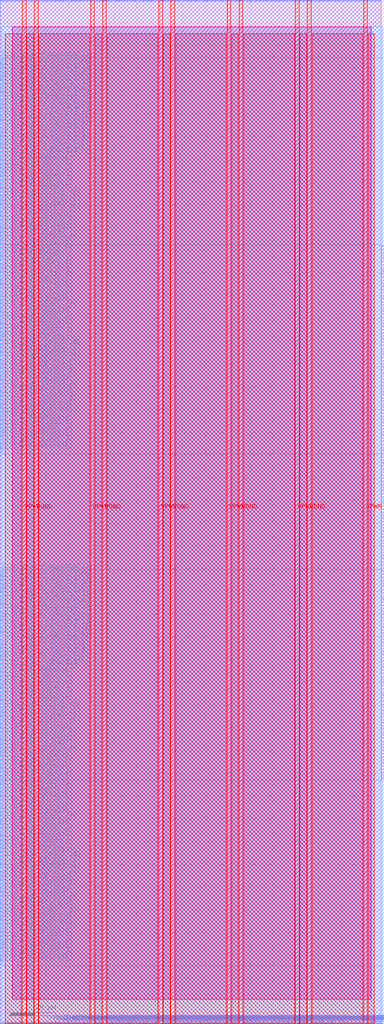
<source format=lef>
VERSION 5.7 ;
  NOWIREEXTENSIONATPIN ON ;
  DIVIDERCHAR "/" ;
  BUSBITCHARS "[]" ;
MACRO EF_SRAM
  CLASS BLOCK ;
  FOREIGN EF_SRAM ;
  ORIGIN 0.000 0.000 ;
  SIZE 168.750 BY 450.000 ;
  PIN AD_SRAM0
    DIRECTION OUTPUT ;
    USE SIGNAL ;
    ANTENNADIFFAREA 0.445500 ;
    PORT
      LAYER met3 ;
        RECT 168.150 151.000 168.750 151.600 ;
    END
  END AD_SRAM0
  PIN AD_SRAM1
    DIRECTION OUTPUT ;
    USE SIGNAL ;
    ANTENNADIFFAREA 0.445500 ;
    PORT
      LAYER met3 ;
        RECT 168.150 152.360 168.750 152.960 ;
    END
  END AD_SRAM1
  PIN AD_SRAM2
    DIRECTION OUTPUT ;
    USE SIGNAL ;
    ANTENNADIFFAREA 0.445500 ;
    PORT
      LAYER met3 ;
        RECT 168.150 153.720 168.750 154.320 ;
    END
  END AD_SRAM2
  PIN AD_SRAM3
    DIRECTION OUTPUT ;
    USE SIGNAL ;
    ANTENNADIFFAREA 0.445500 ;
    PORT
      LAYER met3 ;
        RECT 168.150 155.080 168.750 155.680 ;
    END
  END AD_SRAM3
  PIN AD_SRAM4
    DIRECTION OUTPUT ;
    USE SIGNAL ;
    ANTENNADIFFAREA 0.445500 ;
    PORT
      LAYER met3 ;
        RECT 168.150 156.440 168.750 157.040 ;
    END
  END AD_SRAM4
  PIN AD_SRAM5
    DIRECTION OUTPUT ;
    USE SIGNAL ;
    ANTENNADIFFAREA 0.445500 ;
    PORT
      LAYER met3 ;
        RECT 168.150 157.800 168.750 158.400 ;
    END
  END AD_SRAM5
  PIN AD_SRAM6
    DIRECTION OUTPUT ;
    USE SIGNAL ;
    ANTENNADIFFAREA 0.445500 ;
    PORT
      LAYER met3 ;
        RECT 168.150 159.160 168.750 159.760 ;
    END
  END AD_SRAM6
  PIN AD_SRAM7
    DIRECTION OUTPUT ;
    USE SIGNAL ;
    ANTENNADIFFAREA 0.445500 ;
    PORT
      LAYER met3 ;
        RECT 168.150 160.520 168.750 161.120 ;
    END
  END AD_SRAM7
  PIN AD_SRAM8
    DIRECTION OUTPUT ;
    USE SIGNAL ;
    ANTENNADIFFAREA 0.445500 ;
    PORT
      LAYER met3 ;
        RECT 168.150 161.880 168.750 162.480 ;
    END
  END AD_SRAM8
  PIN AD_SRAM9
    DIRECTION OUTPUT ;
    USE SIGNAL ;
    ANTENNADIFFAREA 0.445500 ;
    PORT
      LAYER met3 ;
        RECT 168.150 163.240 168.750 163.840 ;
    END
  END AD_SRAM9
  PIN BEN_SRAM0
    DIRECTION OUTPUT ;
    USE SIGNAL ;
    ANTENNADIFFAREA 0.445500 ;
    PORT
      LAYER met3 ;
        RECT 168.150 164.600 168.750 165.200 ;
    END
  END BEN_SRAM0
  PIN BEN_SRAM1
    DIRECTION OUTPUT ;
    USE SIGNAL ;
    ANTENNADIFFAREA 0.445500 ;
    PORT
      LAYER met3 ;
        RECT 168.150 165.960 168.750 166.560 ;
    END
  END BEN_SRAM1
  PIN BEN_SRAM10
    DIRECTION OUTPUT ;
    USE SIGNAL ;
    ANTENNADIFFAREA 0.445500 ;
    PORT
      LAYER met3 ;
        RECT 168.150 178.200 168.750 178.800 ;
    END
  END BEN_SRAM10
  PIN BEN_SRAM11
    DIRECTION OUTPUT ;
    USE SIGNAL ;
    ANTENNADIFFAREA 0.445500 ;
    PORT
      LAYER met3 ;
        RECT 168.150 179.560 168.750 180.160 ;
    END
  END BEN_SRAM11
  PIN BEN_SRAM12
    DIRECTION OUTPUT ;
    USE SIGNAL ;
    ANTENNADIFFAREA 0.445500 ;
    PORT
      LAYER met3 ;
        RECT 168.150 180.920 168.750 181.520 ;
    END
  END BEN_SRAM12
  PIN BEN_SRAM13
    DIRECTION OUTPUT ;
    USE SIGNAL ;
    ANTENNADIFFAREA 0.445500 ;
    PORT
      LAYER met3 ;
        RECT 168.150 182.280 168.750 182.880 ;
    END
  END BEN_SRAM13
  PIN BEN_SRAM14
    DIRECTION OUTPUT ;
    USE SIGNAL ;
    ANTENNADIFFAREA 0.445500 ;
    PORT
      LAYER met3 ;
        RECT 168.150 183.640 168.750 184.240 ;
    END
  END BEN_SRAM14
  PIN BEN_SRAM15
    DIRECTION OUTPUT ;
    USE SIGNAL ;
    ANTENNADIFFAREA 0.445500 ;
    PORT
      LAYER met3 ;
        RECT 168.150 185.000 168.750 185.600 ;
    END
  END BEN_SRAM15
  PIN BEN_SRAM16
    DIRECTION OUTPUT ;
    USE SIGNAL ;
    ANTENNADIFFAREA 0.445500 ;
    PORT
      LAYER met3 ;
        RECT 168.150 186.360 168.750 186.960 ;
    END
  END BEN_SRAM16
  PIN BEN_SRAM17
    DIRECTION OUTPUT ;
    USE SIGNAL ;
    ANTENNADIFFAREA 0.445500 ;
    PORT
      LAYER met3 ;
        RECT 168.150 187.720 168.750 188.320 ;
    END
  END BEN_SRAM17
  PIN BEN_SRAM18
    DIRECTION OUTPUT ;
    USE SIGNAL ;
    ANTENNADIFFAREA 0.445500 ;
    PORT
      LAYER met3 ;
        RECT 168.150 189.080 168.750 189.680 ;
    END
  END BEN_SRAM18
  PIN BEN_SRAM19
    DIRECTION OUTPUT ;
    USE SIGNAL ;
    ANTENNADIFFAREA 0.445500 ;
    PORT
      LAYER met3 ;
        RECT 168.150 190.440 168.750 191.040 ;
    END
  END BEN_SRAM19
  PIN BEN_SRAM2
    DIRECTION OUTPUT ;
    USE SIGNAL ;
    ANTENNADIFFAREA 0.445500 ;
    PORT
      LAYER met3 ;
        RECT 168.150 167.320 168.750 167.920 ;
    END
  END BEN_SRAM2
  PIN BEN_SRAM20
    DIRECTION OUTPUT ;
    USE SIGNAL ;
    ANTENNADIFFAREA 0.445500 ;
    PORT
      LAYER met3 ;
        RECT 168.150 191.800 168.750 192.400 ;
    END
  END BEN_SRAM20
  PIN BEN_SRAM21
    DIRECTION OUTPUT ;
    USE SIGNAL ;
    ANTENNADIFFAREA 0.445500 ;
    PORT
      LAYER met3 ;
        RECT 168.150 193.160 168.750 193.760 ;
    END
  END BEN_SRAM21
  PIN BEN_SRAM22
    DIRECTION OUTPUT ;
    USE SIGNAL ;
    ANTENNADIFFAREA 0.445500 ;
    PORT
      LAYER met3 ;
        RECT 168.150 194.520 168.750 195.120 ;
    END
  END BEN_SRAM22
  PIN BEN_SRAM23
    DIRECTION OUTPUT ;
    USE SIGNAL ;
    ANTENNADIFFAREA 0.445500 ;
    PORT
      LAYER met3 ;
        RECT 168.150 195.880 168.750 196.480 ;
    END
  END BEN_SRAM23
  PIN BEN_SRAM24
    DIRECTION OUTPUT ;
    USE SIGNAL ;
    ANTENNADIFFAREA 0.445500 ;
    PORT
      LAYER met3 ;
        RECT 168.150 197.240 168.750 197.840 ;
    END
  END BEN_SRAM24
  PIN BEN_SRAM25
    DIRECTION OUTPUT ;
    USE SIGNAL ;
    ANTENNADIFFAREA 0.445500 ;
    PORT
      LAYER met3 ;
        RECT 168.150 198.600 168.750 199.200 ;
    END
  END BEN_SRAM25
  PIN BEN_SRAM26
    DIRECTION OUTPUT ;
    USE SIGNAL ;
    ANTENNADIFFAREA 0.445500 ;
    PORT
      LAYER met3 ;
        RECT 168.150 199.960 168.750 200.560 ;
    END
  END BEN_SRAM26
  PIN BEN_SRAM27
    DIRECTION OUTPUT ;
    USE SIGNAL ;
    ANTENNADIFFAREA 0.445500 ;
    PORT
      LAYER met3 ;
        RECT 168.150 201.320 168.750 201.920 ;
    END
  END BEN_SRAM27
  PIN BEN_SRAM28
    DIRECTION OUTPUT ;
    USE SIGNAL ;
    ANTENNADIFFAREA 0.445500 ;
    PORT
      LAYER met3 ;
        RECT 168.150 202.680 168.750 203.280 ;
    END
  END BEN_SRAM28
  PIN BEN_SRAM29
    DIRECTION OUTPUT ;
    USE SIGNAL ;
    ANTENNADIFFAREA 0.445500 ;
    PORT
      LAYER met3 ;
        RECT 168.150 204.040 168.750 204.640 ;
    END
  END BEN_SRAM29
  PIN BEN_SRAM3
    DIRECTION OUTPUT ;
    USE SIGNAL ;
    ANTENNADIFFAREA 0.445500 ;
    PORT
      LAYER met3 ;
        RECT 168.150 168.680 168.750 169.280 ;
    END
  END BEN_SRAM3
  PIN BEN_SRAM30
    DIRECTION OUTPUT ;
    USE SIGNAL ;
    ANTENNADIFFAREA 0.445500 ;
    PORT
      LAYER met3 ;
        RECT 168.150 205.400 168.750 206.000 ;
    END
  END BEN_SRAM30
  PIN BEN_SRAM31
    DIRECTION OUTPUT ;
    USE SIGNAL ;
    ANTENNADIFFAREA 0.445500 ;
    PORT
      LAYER met3 ;
        RECT 168.150 206.760 168.750 207.360 ;
    END
  END BEN_SRAM31
  PIN BEN_SRAM4
    DIRECTION OUTPUT ;
    USE SIGNAL ;
    ANTENNADIFFAREA 0.445500 ;
    PORT
      LAYER met3 ;
        RECT 168.150 170.040 168.750 170.640 ;
    END
  END BEN_SRAM4
  PIN BEN_SRAM5
    DIRECTION OUTPUT ;
    USE SIGNAL ;
    ANTENNADIFFAREA 0.445500 ;
    PORT
      LAYER met3 ;
        RECT 168.150 171.400 168.750 172.000 ;
    END
  END BEN_SRAM5
  PIN BEN_SRAM6
    DIRECTION OUTPUT ;
    USE SIGNAL ;
    ANTENNADIFFAREA 0.445500 ;
    PORT
      LAYER met3 ;
        RECT 168.150 172.760 168.750 173.360 ;
    END
  END BEN_SRAM6
  PIN BEN_SRAM7
    DIRECTION OUTPUT ;
    USE SIGNAL ;
    ANTENNADIFFAREA 0.445500 ;
    PORT
      LAYER met3 ;
        RECT 168.150 174.120 168.750 174.720 ;
    END
  END BEN_SRAM7
  PIN BEN_SRAM8
    DIRECTION OUTPUT ;
    USE SIGNAL ;
    ANTENNADIFFAREA 0.445500 ;
    PORT
      LAYER met3 ;
        RECT 168.150 175.480 168.750 176.080 ;
    END
  END BEN_SRAM8
  PIN BEN_SRAM9
    DIRECTION OUTPUT ;
    USE SIGNAL ;
    ANTENNADIFFAREA 0.445500 ;
    PORT
      LAYER met3 ;
        RECT 168.150 176.840 168.750 177.440 ;
    END
  END BEN_SRAM9
  PIN CLOCK_SRAM
    DIRECTION OUTPUT ;
    USE SIGNAL ;
    ANTENNADIFFAREA 0.340600 ;
    PORT
      LAYER met3 ;
        RECT 168.150 208.120 168.750 208.720 ;
    END
  END CLOCK_SRAM
  PIN DI_SRAM0
    DIRECTION OUTPUT ;
    USE SIGNAL ;
    ANTENNADIFFAREA 0.445500 ;
    PORT
      LAYER met3 ;
        RECT 168.150 209.480 168.750 210.080 ;
    END
  END DI_SRAM0
  PIN DI_SRAM1
    DIRECTION OUTPUT ;
    USE SIGNAL ;
    ANTENNADIFFAREA 0.445500 ;
    PORT
      LAYER met3 ;
        RECT 168.150 210.840 168.750 211.440 ;
    END
  END DI_SRAM1
  PIN DI_SRAM10
    DIRECTION OUTPUT ;
    USE SIGNAL ;
    ANTENNADIFFAREA 0.445500 ;
    PORT
      LAYER met3 ;
        RECT 168.150 223.080 168.750 223.680 ;
    END
  END DI_SRAM10
  PIN DI_SRAM11
    DIRECTION OUTPUT ;
    USE SIGNAL ;
    ANTENNADIFFAREA 0.445500 ;
    PORT
      LAYER met3 ;
        RECT 168.150 224.440 168.750 225.040 ;
    END
  END DI_SRAM11
  PIN DI_SRAM12
    DIRECTION OUTPUT ;
    USE SIGNAL ;
    ANTENNADIFFAREA 0.445500 ;
    PORT
      LAYER met3 ;
        RECT 168.150 225.800 168.750 226.400 ;
    END
  END DI_SRAM12
  PIN DI_SRAM13
    DIRECTION OUTPUT ;
    USE SIGNAL ;
    ANTENNADIFFAREA 0.445500 ;
    PORT
      LAYER met3 ;
        RECT 168.150 227.160 168.750 227.760 ;
    END
  END DI_SRAM13
  PIN DI_SRAM14
    DIRECTION OUTPUT ;
    USE SIGNAL ;
    ANTENNADIFFAREA 0.445500 ;
    PORT
      LAYER met3 ;
        RECT 168.150 228.520 168.750 229.120 ;
    END
  END DI_SRAM14
  PIN DI_SRAM15
    DIRECTION OUTPUT ;
    USE SIGNAL ;
    ANTENNADIFFAREA 0.445500 ;
    PORT
      LAYER met3 ;
        RECT 168.150 229.880 168.750 230.480 ;
    END
  END DI_SRAM15
  PIN DI_SRAM16
    DIRECTION OUTPUT ;
    USE SIGNAL ;
    ANTENNADIFFAREA 0.445500 ;
    PORT
      LAYER met3 ;
        RECT 168.150 231.240 168.750 231.840 ;
    END
  END DI_SRAM16
  PIN DI_SRAM17
    DIRECTION OUTPUT ;
    USE SIGNAL ;
    ANTENNADIFFAREA 0.445500 ;
    PORT
      LAYER met3 ;
        RECT 168.150 232.600 168.750 233.200 ;
    END
  END DI_SRAM17
  PIN DI_SRAM18
    DIRECTION OUTPUT ;
    USE SIGNAL ;
    ANTENNADIFFAREA 0.445500 ;
    PORT
      LAYER met3 ;
        RECT 168.150 233.960 168.750 234.560 ;
    END
  END DI_SRAM18
  PIN DI_SRAM19
    DIRECTION OUTPUT ;
    USE SIGNAL ;
    ANTENNADIFFAREA 0.445500 ;
    PORT
      LAYER met3 ;
        RECT 168.150 235.320 168.750 235.920 ;
    END
  END DI_SRAM19
  PIN DI_SRAM2
    DIRECTION OUTPUT ;
    USE SIGNAL ;
    ANTENNADIFFAREA 0.445500 ;
    PORT
      LAYER met3 ;
        RECT 168.150 212.200 168.750 212.800 ;
    END
  END DI_SRAM2
  PIN DI_SRAM20
    DIRECTION OUTPUT ;
    USE SIGNAL ;
    ANTENNADIFFAREA 0.445500 ;
    PORT
      LAYER met3 ;
        RECT 168.150 236.680 168.750 237.280 ;
    END
  END DI_SRAM20
  PIN DI_SRAM21
    DIRECTION OUTPUT ;
    USE SIGNAL ;
    ANTENNADIFFAREA 0.445500 ;
    PORT
      LAYER met3 ;
        RECT 168.150 238.040 168.750 238.640 ;
    END
  END DI_SRAM21
  PIN DI_SRAM22
    DIRECTION OUTPUT ;
    USE SIGNAL ;
    ANTENNADIFFAREA 0.445500 ;
    PORT
      LAYER met3 ;
        RECT 168.150 239.400 168.750 240.000 ;
    END
  END DI_SRAM22
  PIN DI_SRAM23
    DIRECTION OUTPUT ;
    USE SIGNAL ;
    ANTENNADIFFAREA 0.445500 ;
    PORT
      LAYER met3 ;
        RECT 168.150 240.760 168.750 241.360 ;
    END
  END DI_SRAM23
  PIN DI_SRAM24
    DIRECTION OUTPUT ;
    USE SIGNAL ;
    ANTENNADIFFAREA 0.445500 ;
    PORT
      LAYER met3 ;
        RECT 168.150 242.120 168.750 242.720 ;
    END
  END DI_SRAM24
  PIN DI_SRAM25
    DIRECTION OUTPUT ;
    USE SIGNAL ;
    ANTENNADIFFAREA 0.445500 ;
    PORT
      LAYER met3 ;
        RECT 168.150 243.480 168.750 244.080 ;
    END
  END DI_SRAM25
  PIN DI_SRAM26
    DIRECTION OUTPUT ;
    USE SIGNAL ;
    ANTENNADIFFAREA 0.445500 ;
    PORT
      LAYER met3 ;
        RECT 168.150 244.840 168.750 245.440 ;
    END
  END DI_SRAM26
  PIN DI_SRAM27
    DIRECTION OUTPUT ;
    USE SIGNAL ;
    ANTENNADIFFAREA 0.445500 ;
    PORT
      LAYER met3 ;
        RECT 168.150 246.200 168.750 246.800 ;
    END
  END DI_SRAM27
  PIN DI_SRAM28
    DIRECTION OUTPUT ;
    USE SIGNAL ;
    ANTENNADIFFAREA 0.445500 ;
    PORT
      LAYER met3 ;
        RECT 168.150 247.560 168.750 248.160 ;
    END
  END DI_SRAM28
  PIN DI_SRAM29
    DIRECTION OUTPUT ;
    USE SIGNAL ;
    ANTENNADIFFAREA 0.445500 ;
    PORT
      LAYER met3 ;
        RECT 168.150 248.920 168.750 249.520 ;
    END
  END DI_SRAM29
  PIN DI_SRAM3
    DIRECTION OUTPUT ;
    USE SIGNAL ;
    ANTENNADIFFAREA 0.445500 ;
    PORT
      LAYER met3 ;
        RECT 168.150 213.560 168.750 214.160 ;
    END
  END DI_SRAM3
  PIN DI_SRAM30
    DIRECTION OUTPUT ;
    USE SIGNAL ;
    ANTENNADIFFAREA 0.445500 ;
    PORT
      LAYER met3 ;
        RECT 168.150 250.280 168.750 250.880 ;
    END
  END DI_SRAM30
  PIN DI_SRAM31
    DIRECTION OUTPUT ;
    USE SIGNAL ;
    ANTENNADIFFAREA 0.445500 ;
    PORT
      LAYER met3 ;
        RECT 168.150 251.640 168.750 252.240 ;
    END
  END DI_SRAM31
  PIN DI_SRAM4
    DIRECTION OUTPUT ;
    USE SIGNAL ;
    ANTENNADIFFAREA 0.445500 ;
    PORT
      LAYER met3 ;
        RECT 168.150 214.920 168.750 215.520 ;
    END
  END DI_SRAM4
  PIN DI_SRAM5
    DIRECTION OUTPUT ;
    USE SIGNAL ;
    ANTENNADIFFAREA 0.445500 ;
    PORT
      LAYER met3 ;
        RECT 168.150 216.280 168.750 216.880 ;
    END
  END DI_SRAM5
  PIN DI_SRAM6
    DIRECTION OUTPUT ;
    USE SIGNAL ;
    ANTENNADIFFAREA 0.445500 ;
    PORT
      LAYER met3 ;
        RECT 168.150 217.640 168.750 218.240 ;
    END
  END DI_SRAM6
  PIN DI_SRAM7
    DIRECTION OUTPUT ;
    USE SIGNAL ;
    ANTENNADIFFAREA 0.445500 ;
    PORT
      LAYER met3 ;
        RECT 168.150 219.000 168.750 219.600 ;
    END
  END DI_SRAM7
  PIN DI_SRAM8
    DIRECTION OUTPUT ;
    USE SIGNAL ;
    ANTENNADIFFAREA 0.445500 ;
    PORT
      LAYER met3 ;
        RECT 168.150 220.360 168.750 220.960 ;
    END
  END DI_SRAM8
  PIN DI_SRAM9
    DIRECTION OUTPUT ;
    USE SIGNAL ;
    ANTENNADIFFAREA 0.445500 ;
    PORT
      LAYER met3 ;
        RECT 168.150 221.720 168.750 222.320 ;
    END
  END DI_SRAM9
  PIN DO_SRAM0
    DIRECTION INPUT ;
    USE SIGNAL ;
    ANTENNAGATEAREA 0.213000 ;
    PORT
      LAYER met3 ;
        RECT 168.150 107.480 168.750 108.080 ;
    END
  END DO_SRAM0
  PIN DO_SRAM1
    DIRECTION INPUT ;
    USE SIGNAL ;
    ANTENNAGATEAREA 0.213000 ;
    PORT
      LAYER met3 ;
        RECT 168.150 108.840 168.750 109.440 ;
    END
  END DO_SRAM1
  PIN DO_SRAM10
    DIRECTION INPUT ;
    USE SIGNAL ;
    ANTENNAGATEAREA 0.213000 ;
    PORT
      LAYER met3 ;
        RECT 168.150 121.080 168.750 121.680 ;
    END
  END DO_SRAM10
  PIN DO_SRAM11
    DIRECTION INPUT ;
    USE SIGNAL ;
    ANTENNAGATEAREA 0.213000 ;
    PORT
      LAYER met3 ;
        RECT 168.150 122.440 168.750 123.040 ;
    END
  END DO_SRAM11
  PIN DO_SRAM12
    DIRECTION INPUT ;
    USE SIGNAL ;
    ANTENNAGATEAREA 0.126000 ;
    PORT
      LAYER met3 ;
        RECT 168.150 123.800 168.750 124.400 ;
    END
  END DO_SRAM12
  PIN DO_SRAM13
    DIRECTION INPUT ;
    USE SIGNAL ;
    ANTENNAGATEAREA 0.213000 ;
    PORT
      LAYER met3 ;
        RECT 168.150 125.160 168.750 125.760 ;
    END
  END DO_SRAM13
  PIN DO_SRAM14
    DIRECTION INPUT ;
    USE SIGNAL ;
    ANTENNAGATEAREA 0.213000 ;
    PORT
      LAYER met3 ;
        RECT 168.150 126.520 168.750 127.120 ;
    END
  END DO_SRAM14
  PIN DO_SRAM15
    DIRECTION INPUT ;
    USE SIGNAL ;
    ANTENNAGATEAREA 0.126000 ;
    PORT
      LAYER met3 ;
        RECT 168.150 127.880 168.750 128.480 ;
    END
  END DO_SRAM15
  PIN DO_SRAM16
    DIRECTION INPUT ;
    USE SIGNAL ;
    ANTENNAGATEAREA 0.159000 ;
    PORT
      LAYER met3 ;
        RECT 168.150 129.240 168.750 129.840 ;
    END
  END DO_SRAM16
  PIN DO_SRAM17
    DIRECTION INPUT ;
    USE SIGNAL ;
    ANTENNAGATEAREA 0.213000 ;
    PORT
      LAYER met3 ;
        RECT 168.150 130.600 168.750 131.200 ;
    END
  END DO_SRAM17
  PIN DO_SRAM18
    DIRECTION INPUT ;
    USE SIGNAL ;
    ANTENNAGATEAREA 0.159000 ;
    PORT
      LAYER met3 ;
        RECT 168.150 131.960 168.750 132.560 ;
    END
  END DO_SRAM18
  PIN DO_SRAM19
    DIRECTION INPUT ;
    USE SIGNAL ;
    ANTENNAGATEAREA 0.213000 ;
    PORT
      LAYER met3 ;
        RECT 168.150 133.320 168.750 133.920 ;
    END
  END DO_SRAM19
  PIN DO_SRAM2
    DIRECTION INPUT ;
    USE SIGNAL ;
    ANTENNAGATEAREA 0.213000 ;
    PORT
      LAYER met3 ;
        RECT 168.150 110.200 168.750 110.800 ;
    END
  END DO_SRAM2
  PIN DO_SRAM20
    DIRECTION INPUT ;
    USE SIGNAL ;
    ANTENNAGATEAREA 0.159000 ;
    PORT
      LAYER met3 ;
        RECT 168.150 134.680 168.750 135.280 ;
    END
  END DO_SRAM20
  PIN DO_SRAM21
    DIRECTION INPUT ;
    USE SIGNAL ;
    ANTENNAGATEAREA 0.159000 ;
    PORT
      LAYER met3 ;
        RECT 168.150 136.040 168.750 136.640 ;
    END
  END DO_SRAM21
  PIN DO_SRAM22
    DIRECTION INPUT ;
    USE SIGNAL ;
    ANTENNAGATEAREA 0.213000 ;
    PORT
      LAYER met3 ;
        RECT 168.150 137.400 168.750 138.000 ;
    END
  END DO_SRAM22
  PIN DO_SRAM23
    DIRECTION INPUT ;
    USE SIGNAL ;
    ANTENNAGATEAREA 0.159000 ;
    PORT
      LAYER met3 ;
        RECT 168.150 138.760 168.750 139.360 ;
    END
  END DO_SRAM23
  PIN DO_SRAM24
    DIRECTION INPUT ;
    USE SIGNAL ;
    ANTENNAGATEAREA 0.159000 ;
    PORT
      LAYER met3 ;
        RECT 168.150 140.120 168.750 140.720 ;
    END
  END DO_SRAM24
  PIN DO_SRAM25
    DIRECTION INPUT ;
    USE SIGNAL ;
    ANTENNAGATEAREA 0.213000 ;
    PORT
      LAYER met3 ;
        RECT 168.150 141.480 168.750 142.080 ;
    END
  END DO_SRAM25
  PIN DO_SRAM26
    DIRECTION INPUT ;
    USE SIGNAL ;
    ANTENNAGATEAREA 0.159000 ;
    PORT
      LAYER met3 ;
        RECT 168.150 142.840 168.750 143.440 ;
    END
  END DO_SRAM26
  PIN DO_SRAM27
    DIRECTION INPUT ;
    USE SIGNAL ;
    ANTENNAGATEAREA 0.213000 ;
    PORT
      LAYER met3 ;
        RECT 168.150 144.200 168.750 144.800 ;
    END
  END DO_SRAM27
  PIN DO_SRAM28
    DIRECTION INPUT ;
    USE SIGNAL ;
    ANTENNAGATEAREA 0.159000 ;
    PORT
      LAYER met3 ;
        RECT 168.150 145.560 168.750 146.160 ;
    END
  END DO_SRAM28
  PIN DO_SRAM29
    DIRECTION INPUT ;
    USE SIGNAL ;
    ANTENNAGATEAREA 0.159000 ;
    PORT
      LAYER met3 ;
        RECT 168.150 146.920 168.750 147.520 ;
    END
  END DO_SRAM29
  PIN DO_SRAM3
    DIRECTION INPUT ;
    USE SIGNAL ;
    ANTENNAGATEAREA 0.159000 ;
    PORT
      LAYER met3 ;
        RECT 168.150 111.560 168.750 112.160 ;
    END
  END DO_SRAM3
  PIN DO_SRAM30
    DIRECTION INPUT ;
    USE SIGNAL ;
    ANTENNAGATEAREA 0.159000 ;
    PORT
      LAYER met3 ;
        RECT 168.150 148.280 168.750 148.880 ;
    END
  END DO_SRAM30
  PIN DO_SRAM31
    DIRECTION INPUT ;
    USE SIGNAL ;
    ANTENNAGATEAREA 0.213000 ;
    PORT
      LAYER met3 ;
        RECT 168.150 149.640 168.750 150.240 ;
    END
  END DO_SRAM31
  PIN DO_SRAM4
    DIRECTION INPUT ;
    USE SIGNAL ;
    ANTENNAGATEAREA 0.213000 ;
    PORT
      LAYER met3 ;
        RECT 168.150 112.920 168.750 113.520 ;
    END
  END DO_SRAM4
  PIN DO_SRAM5
    DIRECTION INPUT ;
    USE SIGNAL ;
    ANTENNAGATEAREA 0.213000 ;
    PORT
      LAYER met3 ;
        RECT 168.150 114.280 168.750 114.880 ;
    END
  END DO_SRAM5
  PIN DO_SRAM6
    DIRECTION INPUT ;
    USE SIGNAL ;
    ANTENNAGATEAREA 0.213000 ;
    PORT
      LAYER met3 ;
        RECT 168.150 115.640 168.750 116.240 ;
    END
  END DO_SRAM6
  PIN DO_SRAM7
    DIRECTION INPUT ;
    USE SIGNAL ;
    ANTENNAGATEAREA 0.213000 ;
    PORT
      LAYER met3 ;
        RECT 168.150 117.000 168.750 117.600 ;
    END
  END DO_SRAM7
  PIN DO_SRAM8
    DIRECTION INPUT ;
    USE SIGNAL ;
    ANTENNAGATEAREA 0.126000 ;
    PORT
      LAYER met3 ;
        RECT 168.150 118.360 168.750 118.960 ;
    END
  END DO_SRAM8
  PIN DO_SRAM9
    DIRECTION INPUT ;
    USE SIGNAL ;
    ANTENNAGATEAREA 0.213000 ;
    PORT
      LAYER met3 ;
        RECT 168.150 119.720 168.750 120.320 ;
    END
  END DO_SRAM9
  PIN EN_SRAM
    DIRECTION OUTPUT ;
    USE SIGNAL ;
    ANTENNADIFFAREA 0.445500 ;
    PORT
      LAYER met3 ;
        RECT 168.150 253.000 168.750 253.600 ;
    END
  END EN_SRAM
  PIN R_WB_SRAM
    DIRECTION OUTPUT ;
    USE SIGNAL ;
    ANTENNADIFFAREA 0.445500 ;
    PORT
      LAYER met3 ;
        RECT 168.150 254.360 168.750 254.960 ;
    END
  END R_WB_SRAM
  PIN Tile_X0Y0_E1END[0]
    DIRECTION INPUT ;
    USE SIGNAL ;
    ANTENNAGATEAREA 0.213000 ;
    PORT
      LAYER met3 ;
        RECT 0.000 316.160 0.600 316.760 ;
    END
  END Tile_X0Y0_E1END[0]
  PIN Tile_X0Y0_E1END[1]
    DIRECTION INPUT ;
    USE SIGNAL ;
    ANTENNAGATEAREA 0.159000 ;
    PORT
      LAYER met3 ;
        RECT 0.000 317.520 0.600 318.120 ;
    END
  END Tile_X0Y0_E1END[1]
  PIN Tile_X0Y0_E1END[2]
    DIRECTION INPUT ;
    USE SIGNAL ;
    ANTENNAGATEAREA 0.159000 ;
    PORT
      LAYER met3 ;
        RECT 0.000 318.880 0.600 319.480 ;
    END
  END Tile_X0Y0_E1END[2]
  PIN Tile_X0Y0_E1END[3]
    DIRECTION INPUT ;
    USE SIGNAL ;
    ANTENNAGATEAREA 0.213000 ;
    PORT
      LAYER met3 ;
        RECT 0.000 320.240 0.600 320.840 ;
    END
  END Tile_X0Y0_E1END[3]
  PIN Tile_X0Y0_E2END[0]
    DIRECTION INPUT ;
    USE SIGNAL ;
    ANTENNAGATEAREA 0.213000 ;
    PORT
      LAYER met3 ;
        RECT 0.000 332.480 0.600 333.080 ;
    END
  END Tile_X0Y0_E2END[0]
  PIN Tile_X0Y0_E2END[1]
    DIRECTION INPUT ;
    USE SIGNAL ;
    ANTENNAGATEAREA 0.126000 ;
    PORT
      LAYER met3 ;
        RECT 0.000 333.840 0.600 334.440 ;
    END
  END Tile_X0Y0_E2END[1]
  PIN Tile_X0Y0_E2END[2]
    DIRECTION INPUT ;
    USE SIGNAL ;
    ANTENNAGATEAREA 0.126000 ;
    PORT
      LAYER met3 ;
        RECT 0.000 335.200 0.600 335.800 ;
    END
  END Tile_X0Y0_E2END[2]
  PIN Tile_X0Y0_E2END[3]
    DIRECTION INPUT ;
    USE SIGNAL ;
    ANTENNAGATEAREA 0.126000 ;
    PORT
      LAYER met3 ;
        RECT 0.000 336.560 0.600 337.160 ;
    END
  END Tile_X0Y0_E2END[3]
  PIN Tile_X0Y0_E2END[4]
    DIRECTION INPUT ;
    USE SIGNAL ;
    ANTENNAGATEAREA 0.213000 ;
    PORT
      LAYER met3 ;
        RECT 0.000 337.920 0.600 338.520 ;
    END
  END Tile_X0Y0_E2END[4]
  PIN Tile_X0Y0_E2END[5]
    DIRECTION INPUT ;
    USE SIGNAL ;
    ANTENNAGATEAREA 0.196500 ;
    PORT
      LAYER met3 ;
        RECT 0.000 339.280 0.600 339.880 ;
    END
  END Tile_X0Y0_E2END[5]
  PIN Tile_X0Y0_E2END[6]
    DIRECTION INPUT ;
    USE SIGNAL ;
    ANTENNAGATEAREA 0.196500 ;
    PORT
      LAYER met3 ;
        RECT 0.000 340.640 0.600 341.240 ;
    END
  END Tile_X0Y0_E2END[6]
  PIN Tile_X0Y0_E2END[7]
    DIRECTION INPUT ;
    USE SIGNAL ;
    ANTENNAGATEAREA 0.213000 ;
    PORT
      LAYER met3 ;
        RECT 0.000 342.000 0.600 342.600 ;
    END
  END Tile_X0Y0_E2END[7]
  PIN Tile_X0Y0_E2MID[0]
    DIRECTION INPUT ;
    USE SIGNAL ;
    ANTENNAGATEAREA 0.213000 ;
    PORT
      LAYER met3 ;
        RECT 0.000 321.600 0.600 322.200 ;
    END
  END Tile_X0Y0_E2MID[0]
  PIN Tile_X0Y0_E2MID[1]
    DIRECTION INPUT ;
    USE SIGNAL ;
    ANTENNAGATEAREA 0.126000 ;
    PORT
      LAYER met3 ;
        RECT 0.000 322.960 0.600 323.560 ;
    END
  END Tile_X0Y0_E2MID[1]
  PIN Tile_X0Y0_E2MID[2]
    DIRECTION INPUT ;
    USE SIGNAL ;
    ANTENNAGATEAREA 0.196500 ;
    PORT
      LAYER met3 ;
        RECT 0.000 324.320 0.600 324.920 ;
    END
  END Tile_X0Y0_E2MID[2]
  PIN Tile_X0Y0_E2MID[3]
    DIRECTION INPUT ;
    USE SIGNAL ;
    ANTENNAGATEAREA 0.126000 ;
    PORT
      LAYER met3 ;
        RECT 0.000 325.680 0.600 326.280 ;
    END
  END Tile_X0Y0_E2MID[3]
  PIN Tile_X0Y0_E2MID[4]
    DIRECTION INPUT ;
    USE SIGNAL ;
    ANTENNAGATEAREA 0.213000 ;
    PORT
      LAYER met3 ;
        RECT 0.000 327.040 0.600 327.640 ;
    END
  END Tile_X0Y0_E2MID[4]
  PIN Tile_X0Y0_E2MID[5]
    DIRECTION INPUT ;
    USE SIGNAL ;
    ANTENNAGATEAREA 0.196500 ;
    PORT
      LAYER met3 ;
        RECT 0.000 328.400 0.600 329.000 ;
    END
  END Tile_X0Y0_E2MID[5]
  PIN Tile_X0Y0_E2MID[6]
    DIRECTION INPUT ;
    USE SIGNAL ;
    ANTENNAGATEAREA 0.196500 ;
    PORT
      LAYER met3 ;
        RECT 0.000 329.760 0.600 330.360 ;
    END
  END Tile_X0Y0_E2MID[6]
  PIN Tile_X0Y0_E2MID[7]
    DIRECTION INPUT ;
    USE SIGNAL ;
    ANTENNAGATEAREA 0.213000 ;
    PORT
      LAYER met3 ;
        RECT 0.000 331.120 0.600 331.720 ;
    END
  END Tile_X0Y0_E2MID[7]
  PIN Tile_X0Y0_E6END[0]
    DIRECTION INPUT ;
    USE SIGNAL ;
    ANTENNAGATEAREA 0.159000 ;
    PORT
      LAYER met3 ;
        RECT 0.000 365.120 0.600 365.720 ;
    END
  END Tile_X0Y0_E6END[0]
  PIN Tile_X0Y0_E6END[10]
    DIRECTION INPUT ;
    USE SIGNAL ;
    ANTENNAGATEAREA 0.213000 ;
    PORT
      LAYER met3 ;
        RECT 0.000 378.720 0.600 379.320 ;
    END
  END Tile_X0Y0_E6END[10]
  PIN Tile_X0Y0_E6END[11]
    DIRECTION INPUT ;
    USE SIGNAL ;
    ANTENNAGATEAREA 0.213000 ;
    PORT
      LAYER met3 ;
        RECT 0.000 380.080 0.600 380.680 ;
    END
  END Tile_X0Y0_E6END[11]
  PIN Tile_X0Y0_E6END[1]
    DIRECTION INPUT ;
    USE SIGNAL ;
    ANTENNAGATEAREA 0.213000 ;
    PORT
      LAYER met3 ;
        RECT 0.000 366.480 0.600 367.080 ;
    END
  END Tile_X0Y0_E6END[1]
  PIN Tile_X0Y0_E6END[2]
    DIRECTION INPUT ;
    USE SIGNAL ;
    ANTENNAGATEAREA 0.213000 ;
    PORT
      LAYER met3 ;
        RECT 0.000 367.840 0.600 368.440 ;
    END
  END Tile_X0Y0_E6END[2]
  PIN Tile_X0Y0_E6END[3]
    DIRECTION INPUT ;
    USE SIGNAL ;
    ANTENNAGATEAREA 0.213000 ;
    PORT
      LAYER met3 ;
        RECT 0.000 369.200 0.600 369.800 ;
    END
  END Tile_X0Y0_E6END[3]
  PIN Tile_X0Y0_E6END[4]
    DIRECTION INPUT ;
    USE SIGNAL ;
    ANTENNAGATEAREA 0.159000 ;
    PORT
      LAYER met3 ;
        RECT 0.000 370.560 0.600 371.160 ;
    END
  END Tile_X0Y0_E6END[4]
  PIN Tile_X0Y0_E6END[5]
    DIRECTION INPUT ;
    USE SIGNAL ;
    ANTENNAGATEAREA 0.213000 ;
    PORT
      LAYER met3 ;
        RECT 0.000 371.920 0.600 372.520 ;
    END
  END Tile_X0Y0_E6END[5]
  PIN Tile_X0Y0_E6END[6]
    DIRECTION INPUT ;
    USE SIGNAL ;
    ANTENNAGATEAREA 0.213000 ;
    PORT
      LAYER met3 ;
        RECT 0.000 373.280 0.600 373.880 ;
    END
  END Tile_X0Y0_E6END[6]
  PIN Tile_X0Y0_E6END[7]
    DIRECTION INPUT ;
    USE SIGNAL ;
    ANTENNAGATEAREA 0.159000 ;
    PORT
      LAYER met3 ;
        RECT 0.000 374.640 0.600 375.240 ;
    END
  END Tile_X0Y0_E6END[7]
  PIN Tile_X0Y0_E6END[8]
    DIRECTION INPUT ;
    USE SIGNAL ;
    ANTENNAGATEAREA 0.159000 ;
    PORT
      LAYER met3 ;
        RECT 0.000 376.000 0.600 376.600 ;
    END
  END Tile_X0Y0_E6END[8]
  PIN Tile_X0Y0_E6END[9]
    DIRECTION INPUT ;
    USE SIGNAL ;
    ANTENNAGATEAREA 0.126000 ;
    PORT
      LAYER met3 ;
        RECT 0.000 377.360 0.600 377.960 ;
    END
  END Tile_X0Y0_E6END[9]
  PIN Tile_X0Y0_EE4END[0]
    DIRECTION INPUT ;
    USE SIGNAL ;
    ANTENNAGATEAREA 0.159000 ;
    PORT
      LAYER met3 ;
        RECT 0.000 343.360 0.600 343.960 ;
    END
  END Tile_X0Y0_EE4END[0]
  PIN Tile_X0Y0_EE4END[10]
    DIRECTION INPUT ;
    USE SIGNAL ;
    ANTENNAGATEAREA 0.196500 ;
    PORT
      LAYER met3 ;
        RECT 0.000 356.960 0.600 357.560 ;
    END
  END Tile_X0Y0_EE4END[10]
  PIN Tile_X0Y0_EE4END[11]
    DIRECTION INPUT ;
    USE SIGNAL ;
    ANTENNAGATEAREA 0.213000 ;
    PORT
      LAYER met3 ;
        RECT 0.000 358.320 0.600 358.920 ;
    END
  END Tile_X0Y0_EE4END[11]
  PIN Tile_X0Y0_EE4END[12]
    DIRECTION INPUT ;
    USE SIGNAL ;
    ANTENNAGATEAREA 0.159000 ;
    PORT
      LAYER met3 ;
        RECT 0.000 359.680 0.600 360.280 ;
    END
  END Tile_X0Y0_EE4END[12]
  PIN Tile_X0Y0_EE4END[13]
    DIRECTION INPUT ;
    USE SIGNAL ;
    ANTENNAGATEAREA 0.196500 ;
    PORT
      LAYER met3 ;
        RECT 0.000 361.040 0.600 361.640 ;
    END
  END Tile_X0Y0_EE4END[13]
  PIN Tile_X0Y0_EE4END[14]
    DIRECTION INPUT ;
    USE SIGNAL ;
    ANTENNAGATEAREA 0.126000 ;
    PORT
      LAYER met3 ;
        RECT 0.000 362.400 0.600 363.000 ;
    END
  END Tile_X0Y0_EE4END[14]
  PIN Tile_X0Y0_EE4END[15]
    DIRECTION INPUT ;
    USE SIGNAL ;
    ANTENNAGATEAREA 0.213000 ;
    PORT
      LAYER met3 ;
        RECT 0.000 363.760 0.600 364.360 ;
    END
  END Tile_X0Y0_EE4END[15]
  PIN Tile_X0Y0_EE4END[1]
    DIRECTION INPUT ;
    USE SIGNAL ;
    ANTENNAGATEAREA 0.196500 ;
    PORT
      LAYER met3 ;
        RECT 0.000 344.720 0.600 345.320 ;
    END
  END Tile_X0Y0_EE4END[1]
  PIN Tile_X0Y0_EE4END[2]
    DIRECTION INPUT ;
    USE SIGNAL ;
    ANTENNAGATEAREA 0.196500 ;
    PORT
      LAYER met3 ;
        RECT 0.000 346.080 0.600 346.680 ;
    END
  END Tile_X0Y0_EE4END[2]
  PIN Tile_X0Y0_EE4END[3]
    DIRECTION INPUT ;
    USE SIGNAL ;
    ANTENNAGATEAREA 0.213000 ;
    PORT
      LAYER met3 ;
        RECT 0.000 347.440 0.600 348.040 ;
    END
  END Tile_X0Y0_EE4END[3]
  PIN Tile_X0Y0_EE4END[4]
    DIRECTION INPUT ;
    USE SIGNAL ;
    ANTENNAGATEAREA 0.213000 ;
    PORT
      LAYER met3 ;
        RECT 0.000 348.800 0.600 349.400 ;
    END
  END Tile_X0Y0_EE4END[4]
  PIN Tile_X0Y0_EE4END[5]
    DIRECTION INPUT ;
    USE SIGNAL ;
    ANTENNAGATEAREA 0.196500 ;
    PORT
      LAYER met3 ;
        RECT 0.000 350.160 0.600 350.760 ;
    END
  END Tile_X0Y0_EE4END[5]
  PIN Tile_X0Y0_EE4END[6]
    DIRECTION INPUT ;
    USE SIGNAL ;
    ANTENNAGATEAREA 0.126000 ;
    PORT
      LAYER met3 ;
        RECT 0.000 351.520 0.600 352.120 ;
    END
  END Tile_X0Y0_EE4END[6]
  PIN Tile_X0Y0_EE4END[7]
    DIRECTION INPUT ;
    USE SIGNAL ;
    ANTENNAGATEAREA 0.213000 ;
    PORT
      LAYER met3 ;
        RECT 0.000 352.880 0.600 353.480 ;
    END
  END Tile_X0Y0_EE4END[7]
  PIN Tile_X0Y0_EE4END[8]
    DIRECTION INPUT ;
    USE SIGNAL ;
    ANTENNAGATEAREA 0.213000 ;
    PORT
      LAYER met3 ;
        RECT 0.000 354.240 0.600 354.840 ;
    END
  END Tile_X0Y0_EE4END[8]
  PIN Tile_X0Y0_EE4END[9]
    DIRECTION INPUT ;
    USE SIGNAL ;
    ANTENNAGATEAREA 0.196500 ;
    PORT
      LAYER met3 ;
        RECT 0.000 355.600 0.600 356.200 ;
    END
  END Tile_X0Y0_EE4END[9]
  PIN Tile_X0Y0_FrameData[0]
    DIRECTION INPUT ;
    USE SIGNAL ;
    ANTENNAGATEAREA 0.213000 ;
    PORT
      LAYER met3 ;
        RECT 0.000 381.440 0.600 382.040 ;
    END
  END Tile_X0Y0_FrameData[0]
  PIN Tile_X0Y0_FrameData[10]
    DIRECTION INPUT ;
    USE SIGNAL ;
    ANTENNAGATEAREA 0.213000 ;
    PORT
      LAYER met3 ;
        RECT 0.000 395.040 0.600 395.640 ;
    END
  END Tile_X0Y0_FrameData[10]
  PIN Tile_X0Y0_FrameData[11]
    DIRECTION INPUT ;
    USE SIGNAL ;
    ANTENNAGATEAREA 0.213000 ;
    PORT
      LAYER met3 ;
        RECT 0.000 396.400 0.600 397.000 ;
    END
  END Tile_X0Y0_FrameData[11]
  PIN Tile_X0Y0_FrameData[12]
    DIRECTION INPUT ;
    USE SIGNAL ;
    ANTENNAGATEAREA 0.247500 ;
    PORT
      LAYER met3 ;
        RECT 0.000 397.760 0.600 398.360 ;
    END
  END Tile_X0Y0_FrameData[12]
  PIN Tile_X0Y0_FrameData[13]
    DIRECTION INPUT ;
    USE SIGNAL ;
    ANTENNAGATEAREA 0.247500 ;
    PORT
      LAYER met3 ;
        RECT 0.000 399.120 0.600 399.720 ;
    END
  END Tile_X0Y0_FrameData[13]
  PIN Tile_X0Y0_FrameData[14]
    DIRECTION INPUT ;
    USE SIGNAL ;
    ANTENNAGATEAREA 0.247500 ;
    PORT
      LAYER met3 ;
        RECT 0.000 400.480 0.600 401.080 ;
    END
  END Tile_X0Y0_FrameData[14]
  PIN Tile_X0Y0_FrameData[15]
    DIRECTION INPUT ;
    USE SIGNAL ;
    ANTENNAGATEAREA 0.247500 ;
    PORT
      LAYER met3 ;
        RECT 0.000 401.840 0.600 402.440 ;
    END
  END Tile_X0Y0_FrameData[15]
  PIN Tile_X0Y0_FrameData[16]
    DIRECTION INPUT ;
    USE SIGNAL ;
    ANTENNAGATEAREA 0.247500 ;
    PORT
      LAYER met3 ;
        RECT 0.000 403.200 0.600 403.800 ;
    END
  END Tile_X0Y0_FrameData[16]
  PIN Tile_X0Y0_FrameData[17]
    DIRECTION INPUT ;
    USE SIGNAL ;
    ANTENNAGATEAREA 0.247500 ;
    PORT
      LAYER met3 ;
        RECT 0.000 404.560 0.600 405.160 ;
    END
  END Tile_X0Y0_FrameData[17]
  PIN Tile_X0Y0_FrameData[18]
    DIRECTION INPUT ;
    USE SIGNAL ;
    ANTENNAGATEAREA 0.213000 ;
    PORT
      LAYER met3 ;
        RECT 0.000 405.920 0.600 406.520 ;
    END
  END Tile_X0Y0_FrameData[18]
  PIN Tile_X0Y0_FrameData[19]
    DIRECTION INPUT ;
    USE SIGNAL ;
    ANTENNAGATEAREA 0.213000 ;
    PORT
      LAYER met3 ;
        RECT 0.000 407.280 0.600 407.880 ;
    END
  END Tile_X0Y0_FrameData[19]
  PIN Tile_X0Y0_FrameData[1]
    DIRECTION INPUT ;
    USE SIGNAL ;
    ANTENNAGATEAREA 0.213000 ;
    PORT
      LAYER met3 ;
        RECT 0.000 382.800 0.600 383.400 ;
    END
  END Tile_X0Y0_FrameData[1]
  PIN Tile_X0Y0_FrameData[20]
    DIRECTION INPUT ;
    USE SIGNAL ;
    ANTENNAGATEAREA 0.247500 ;
    PORT
      LAYER met3 ;
        RECT 0.000 408.640 0.600 409.240 ;
    END
  END Tile_X0Y0_FrameData[20]
  PIN Tile_X0Y0_FrameData[21]
    DIRECTION INPUT ;
    USE SIGNAL ;
    ANTENNAGATEAREA 0.247500 ;
    PORT
      LAYER met3 ;
        RECT 0.000 410.000 0.600 410.600 ;
    END
  END Tile_X0Y0_FrameData[21]
  PIN Tile_X0Y0_FrameData[22]
    DIRECTION INPUT ;
    USE SIGNAL ;
    ANTENNAGATEAREA 0.196500 ;
    PORT
      LAYER met3 ;
        RECT 0.000 411.360 0.600 411.960 ;
    END
  END Tile_X0Y0_FrameData[22]
  PIN Tile_X0Y0_FrameData[23]
    DIRECTION INPUT ;
    USE SIGNAL ;
    ANTENNAGATEAREA 0.126000 ;
    PORT
      LAYER met3 ;
        RECT 0.000 412.720 0.600 413.320 ;
    END
  END Tile_X0Y0_FrameData[23]
  PIN Tile_X0Y0_FrameData[24]
    DIRECTION INPUT ;
    USE SIGNAL ;
    ANTENNAGATEAREA 0.213000 ;
    PORT
      LAYER met3 ;
        RECT 0.000 414.080 0.600 414.680 ;
    END
  END Tile_X0Y0_FrameData[24]
  PIN Tile_X0Y0_FrameData[25]
    DIRECTION INPUT ;
    USE SIGNAL ;
    ANTENNAGATEAREA 0.213000 ;
    PORT
      LAYER met3 ;
        RECT 0.000 415.440 0.600 416.040 ;
    END
  END Tile_X0Y0_FrameData[25]
  PIN Tile_X0Y0_FrameData[26]
    DIRECTION INPUT ;
    USE SIGNAL ;
    ANTENNAGATEAREA 0.213000 ;
    PORT
      LAYER met3 ;
        RECT 0.000 416.800 0.600 417.400 ;
    END
  END Tile_X0Y0_FrameData[26]
  PIN Tile_X0Y0_FrameData[27]
    DIRECTION INPUT ;
    USE SIGNAL ;
    ANTENNAGATEAREA 0.213000 ;
    PORT
      LAYER met3 ;
        RECT 0.000 418.160 0.600 418.760 ;
    END
  END Tile_X0Y0_FrameData[27]
  PIN Tile_X0Y0_FrameData[28]
    DIRECTION INPUT ;
    USE SIGNAL ;
    ANTENNAGATEAREA 0.213000 ;
    PORT
      LAYER met3 ;
        RECT 0.000 419.520 0.600 420.120 ;
    END
  END Tile_X0Y0_FrameData[28]
  PIN Tile_X0Y0_FrameData[29]
    DIRECTION INPUT ;
    USE SIGNAL ;
    ANTENNAGATEAREA 0.213000 ;
    PORT
      LAYER met3 ;
        RECT 0.000 420.880 0.600 421.480 ;
    END
  END Tile_X0Y0_FrameData[29]
  PIN Tile_X0Y0_FrameData[2]
    DIRECTION INPUT ;
    USE SIGNAL ;
    ANTENNAGATEAREA 0.213000 ;
    PORT
      LAYER met3 ;
        RECT 0.000 384.160 0.600 384.760 ;
    END
  END Tile_X0Y0_FrameData[2]
  PIN Tile_X0Y0_FrameData[30]
    DIRECTION INPUT ;
    USE SIGNAL ;
    ANTENNAGATEAREA 0.213000 ;
    PORT
      LAYER met3 ;
        RECT 0.000 422.240 0.600 422.840 ;
    END
  END Tile_X0Y0_FrameData[30]
  PIN Tile_X0Y0_FrameData[31]
    DIRECTION INPUT ;
    USE SIGNAL ;
    ANTENNAGATEAREA 0.213000 ;
    PORT
      LAYER met3 ;
        RECT 0.000 423.600 0.600 424.200 ;
    END
  END Tile_X0Y0_FrameData[31]
  PIN Tile_X0Y0_FrameData[3]
    DIRECTION INPUT ;
    USE SIGNAL ;
    ANTENNAGATEAREA 0.213000 ;
    PORT
      LAYER met3 ;
        RECT 0.000 385.520 0.600 386.120 ;
    END
  END Tile_X0Y0_FrameData[3]
  PIN Tile_X0Y0_FrameData[4]
    DIRECTION INPUT ;
    USE SIGNAL ;
    ANTENNAGATEAREA 0.213000 ;
    PORT
      LAYER met3 ;
        RECT 0.000 386.880 0.600 387.480 ;
    END
  END Tile_X0Y0_FrameData[4]
  PIN Tile_X0Y0_FrameData[5]
    DIRECTION INPUT ;
    USE SIGNAL ;
    ANTENNAGATEAREA 0.213000 ;
    PORT
      LAYER met3 ;
        RECT 0.000 388.240 0.600 388.840 ;
    END
  END Tile_X0Y0_FrameData[5]
  PIN Tile_X0Y0_FrameData[6]
    DIRECTION INPUT ;
    USE SIGNAL ;
    ANTENNAGATEAREA 0.213000 ;
    PORT
      LAYER met3 ;
        RECT 0.000 389.600 0.600 390.200 ;
    END
  END Tile_X0Y0_FrameData[6]
  PIN Tile_X0Y0_FrameData[7]
    DIRECTION INPUT ;
    USE SIGNAL ;
    ANTENNAGATEAREA 0.213000 ;
    PORT
      LAYER met3 ;
        RECT 0.000 390.960 0.600 391.560 ;
    END
  END Tile_X0Y0_FrameData[7]
  PIN Tile_X0Y0_FrameData[8]
    DIRECTION INPUT ;
    USE SIGNAL ;
    ANTENNAGATEAREA 0.247500 ;
    PORT
      LAYER met3 ;
        RECT 0.000 392.320 0.600 392.920 ;
    END
  END Tile_X0Y0_FrameData[8]
  PIN Tile_X0Y0_FrameData[9]
    DIRECTION INPUT ;
    USE SIGNAL ;
    ANTENNAGATEAREA 0.247500 ;
    PORT
      LAYER met3 ;
        RECT 0.000 393.680 0.600 394.280 ;
    END
  END Tile_X0Y0_FrameData[9]
  PIN Tile_X0Y0_FrameData_O[0]
    DIRECTION OUTPUT ;
    USE SIGNAL ;
    ANTENNADIFFAREA 0.445500 ;
    PORT
      LAYER met3 ;
        RECT 168.150 255.720 168.750 256.320 ;
    END
  END Tile_X0Y0_FrameData_O[0]
  PIN Tile_X0Y0_FrameData_O[10]
    DIRECTION OUTPUT ;
    USE SIGNAL ;
    ANTENNADIFFAREA 0.445500 ;
    PORT
      LAYER met3 ;
        RECT 168.150 269.320 168.750 269.920 ;
    END
  END Tile_X0Y0_FrameData_O[10]
  PIN Tile_X0Y0_FrameData_O[11]
    DIRECTION OUTPUT ;
    USE SIGNAL ;
    ANTENNADIFFAREA 0.445500 ;
    PORT
      LAYER met3 ;
        RECT 168.150 270.680 168.750 271.280 ;
    END
  END Tile_X0Y0_FrameData_O[11]
  PIN Tile_X0Y0_FrameData_O[12]
    DIRECTION OUTPUT ;
    USE SIGNAL ;
    ANTENNADIFFAREA 0.445500 ;
    PORT
      LAYER met3 ;
        RECT 168.150 272.040 168.750 272.640 ;
    END
  END Tile_X0Y0_FrameData_O[12]
  PIN Tile_X0Y0_FrameData_O[13]
    DIRECTION OUTPUT ;
    USE SIGNAL ;
    ANTENNADIFFAREA 0.445500 ;
    PORT
      LAYER met3 ;
        RECT 168.150 273.400 168.750 274.000 ;
    END
  END Tile_X0Y0_FrameData_O[13]
  PIN Tile_X0Y0_FrameData_O[14]
    DIRECTION OUTPUT ;
    USE SIGNAL ;
    ANTENNADIFFAREA 0.445500 ;
    PORT
      LAYER met3 ;
        RECT 168.150 274.760 168.750 275.360 ;
    END
  END Tile_X0Y0_FrameData_O[14]
  PIN Tile_X0Y0_FrameData_O[15]
    DIRECTION OUTPUT ;
    USE SIGNAL ;
    ANTENNADIFFAREA 0.445500 ;
    PORT
      LAYER met3 ;
        RECT 168.150 276.120 168.750 276.720 ;
    END
  END Tile_X0Y0_FrameData_O[15]
  PIN Tile_X0Y0_FrameData_O[16]
    DIRECTION OUTPUT ;
    USE SIGNAL ;
    ANTENNADIFFAREA 0.445500 ;
    PORT
      LAYER met3 ;
        RECT 168.150 277.480 168.750 278.080 ;
    END
  END Tile_X0Y0_FrameData_O[16]
  PIN Tile_X0Y0_FrameData_O[17]
    DIRECTION OUTPUT ;
    USE SIGNAL ;
    ANTENNADIFFAREA 0.445500 ;
    PORT
      LAYER met3 ;
        RECT 168.150 278.840 168.750 279.440 ;
    END
  END Tile_X0Y0_FrameData_O[17]
  PIN Tile_X0Y0_FrameData_O[18]
    DIRECTION OUTPUT ;
    USE SIGNAL ;
    ANTENNADIFFAREA 0.445500 ;
    PORT
      LAYER met3 ;
        RECT 168.150 280.200 168.750 280.800 ;
    END
  END Tile_X0Y0_FrameData_O[18]
  PIN Tile_X0Y0_FrameData_O[19]
    DIRECTION OUTPUT ;
    USE SIGNAL ;
    ANTENNADIFFAREA 0.445500 ;
    PORT
      LAYER met3 ;
        RECT 168.150 281.560 168.750 282.160 ;
    END
  END Tile_X0Y0_FrameData_O[19]
  PIN Tile_X0Y0_FrameData_O[1]
    DIRECTION OUTPUT ;
    USE SIGNAL ;
    ANTENNADIFFAREA 0.445500 ;
    PORT
      LAYER met3 ;
        RECT 168.150 257.080 168.750 257.680 ;
    END
  END Tile_X0Y0_FrameData_O[1]
  PIN Tile_X0Y0_FrameData_O[20]
    DIRECTION OUTPUT ;
    USE SIGNAL ;
    ANTENNADIFFAREA 0.445500 ;
    PORT
      LAYER met3 ;
        RECT 168.150 282.920 168.750 283.520 ;
    END
  END Tile_X0Y0_FrameData_O[20]
  PIN Tile_X0Y0_FrameData_O[21]
    DIRECTION OUTPUT ;
    USE SIGNAL ;
    ANTENNADIFFAREA 0.445500 ;
    PORT
      LAYER met3 ;
        RECT 168.150 284.280 168.750 284.880 ;
    END
  END Tile_X0Y0_FrameData_O[21]
  PIN Tile_X0Y0_FrameData_O[22]
    DIRECTION OUTPUT ;
    USE SIGNAL ;
    ANTENNADIFFAREA 0.445500 ;
    PORT
      LAYER met3 ;
        RECT 168.150 285.640 168.750 286.240 ;
    END
  END Tile_X0Y0_FrameData_O[22]
  PIN Tile_X0Y0_FrameData_O[23]
    DIRECTION OUTPUT ;
    USE SIGNAL ;
    ANTENNADIFFAREA 0.445500 ;
    PORT
      LAYER met3 ;
        RECT 168.150 287.000 168.750 287.600 ;
    END
  END Tile_X0Y0_FrameData_O[23]
  PIN Tile_X0Y0_FrameData_O[24]
    DIRECTION OUTPUT ;
    USE SIGNAL ;
    ANTENNADIFFAREA 0.445500 ;
    PORT
      LAYER met3 ;
        RECT 168.150 288.360 168.750 288.960 ;
    END
  END Tile_X0Y0_FrameData_O[24]
  PIN Tile_X0Y0_FrameData_O[25]
    DIRECTION OUTPUT ;
    USE SIGNAL ;
    ANTENNADIFFAREA 0.445500 ;
    PORT
      LAYER met3 ;
        RECT 168.150 289.720 168.750 290.320 ;
    END
  END Tile_X0Y0_FrameData_O[25]
  PIN Tile_X0Y0_FrameData_O[26]
    DIRECTION OUTPUT ;
    USE SIGNAL ;
    ANTENNADIFFAREA 0.445500 ;
    PORT
      LAYER met3 ;
        RECT 168.150 291.080 168.750 291.680 ;
    END
  END Tile_X0Y0_FrameData_O[26]
  PIN Tile_X0Y0_FrameData_O[27]
    DIRECTION OUTPUT ;
    USE SIGNAL ;
    ANTENNADIFFAREA 0.445500 ;
    PORT
      LAYER met3 ;
        RECT 168.150 292.440 168.750 293.040 ;
    END
  END Tile_X0Y0_FrameData_O[27]
  PIN Tile_X0Y0_FrameData_O[28]
    DIRECTION OUTPUT ;
    USE SIGNAL ;
    ANTENNADIFFAREA 0.445500 ;
    PORT
      LAYER met3 ;
        RECT 168.150 293.800 168.750 294.400 ;
    END
  END Tile_X0Y0_FrameData_O[28]
  PIN Tile_X0Y0_FrameData_O[29]
    DIRECTION OUTPUT ;
    USE SIGNAL ;
    ANTENNADIFFAREA 0.445500 ;
    PORT
      LAYER met3 ;
        RECT 168.150 295.160 168.750 295.760 ;
    END
  END Tile_X0Y0_FrameData_O[29]
  PIN Tile_X0Y0_FrameData_O[2]
    DIRECTION OUTPUT ;
    USE SIGNAL ;
    ANTENNADIFFAREA 0.445500 ;
    PORT
      LAYER met3 ;
        RECT 168.150 258.440 168.750 259.040 ;
    END
  END Tile_X0Y0_FrameData_O[2]
  PIN Tile_X0Y0_FrameData_O[30]
    DIRECTION OUTPUT ;
    USE SIGNAL ;
    ANTENNADIFFAREA 0.445500 ;
    PORT
      LAYER met3 ;
        RECT 168.150 296.520 168.750 297.120 ;
    END
  END Tile_X0Y0_FrameData_O[30]
  PIN Tile_X0Y0_FrameData_O[31]
    DIRECTION OUTPUT ;
    USE SIGNAL ;
    ANTENNADIFFAREA 0.445500 ;
    PORT
      LAYER met3 ;
        RECT 168.150 297.880 168.750 298.480 ;
    END
  END Tile_X0Y0_FrameData_O[31]
  PIN Tile_X0Y0_FrameData_O[3]
    DIRECTION OUTPUT ;
    USE SIGNAL ;
    ANTENNADIFFAREA 0.445500 ;
    PORT
      LAYER met3 ;
        RECT 168.150 259.800 168.750 260.400 ;
    END
  END Tile_X0Y0_FrameData_O[3]
  PIN Tile_X0Y0_FrameData_O[4]
    DIRECTION OUTPUT ;
    USE SIGNAL ;
    ANTENNADIFFAREA 0.445500 ;
    PORT
      LAYER met3 ;
        RECT 168.150 261.160 168.750 261.760 ;
    END
  END Tile_X0Y0_FrameData_O[4]
  PIN Tile_X0Y0_FrameData_O[5]
    DIRECTION OUTPUT ;
    USE SIGNAL ;
    ANTENNADIFFAREA 0.445500 ;
    PORT
      LAYER met3 ;
        RECT 168.150 262.520 168.750 263.120 ;
    END
  END Tile_X0Y0_FrameData_O[5]
  PIN Tile_X0Y0_FrameData_O[6]
    DIRECTION OUTPUT ;
    USE SIGNAL ;
    ANTENNADIFFAREA 0.445500 ;
    PORT
      LAYER met3 ;
        RECT 168.150 263.880 168.750 264.480 ;
    END
  END Tile_X0Y0_FrameData_O[6]
  PIN Tile_X0Y0_FrameData_O[7]
    DIRECTION OUTPUT ;
    USE SIGNAL ;
    ANTENNADIFFAREA 0.445500 ;
    PORT
      LAYER met3 ;
        RECT 168.150 265.240 168.750 265.840 ;
    END
  END Tile_X0Y0_FrameData_O[7]
  PIN Tile_X0Y0_FrameData_O[8]
    DIRECTION OUTPUT ;
    USE SIGNAL ;
    ANTENNADIFFAREA 0.445500 ;
    PORT
      LAYER met3 ;
        RECT 168.150 266.600 168.750 267.200 ;
    END
  END Tile_X0Y0_FrameData_O[8]
  PIN Tile_X0Y0_FrameData_O[9]
    DIRECTION OUTPUT ;
    USE SIGNAL ;
    ANTENNADIFFAREA 0.445500 ;
    PORT
      LAYER met3 ;
        RECT 168.150 267.960 168.750 268.560 ;
    END
  END Tile_X0Y0_FrameData_O[9]
  PIN Tile_X0Y0_FrameStrobe_O[0]
    DIRECTION OUTPUT ;
    USE SIGNAL ;
    ANTENNADIFFAREA 0.445500 ;
    PORT
      LAYER met2 ;
        RECT 121.530 449.720 121.810 450.000 ;
    END
  END Tile_X0Y0_FrameStrobe_O[0]
  PIN Tile_X0Y0_FrameStrobe_O[10]
    DIRECTION OUTPUT ;
    USE SIGNAL ;
    ANTENNADIFFAREA 0.445500 ;
    PORT
      LAYER met2 ;
        RECT 135.330 449.720 135.610 450.000 ;
    END
  END Tile_X0Y0_FrameStrobe_O[10]
  PIN Tile_X0Y0_FrameStrobe_O[11]
    DIRECTION OUTPUT ;
    USE SIGNAL ;
    ANTENNADIFFAREA 0.445500 ;
    PORT
      LAYER met2 ;
        RECT 136.710 449.720 136.990 450.000 ;
    END
  END Tile_X0Y0_FrameStrobe_O[11]
  PIN Tile_X0Y0_FrameStrobe_O[12]
    DIRECTION OUTPUT ;
    USE SIGNAL ;
    ANTENNADIFFAREA 0.445500 ;
    PORT
      LAYER met2 ;
        RECT 138.090 449.720 138.370 450.000 ;
    END
  END Tile_X0Y0_FrameStrobe_O[12]
  PIN Tile_X0Y0_FrameStrobe_O[13]
    DIRECTION OUTPUT ;
    USE SIGNAL ;
    ANTENNADIFFAREA 0.445500 ;
    PORT
      LAYER met2 ;
        RECT 139.470 449.720 139.750 450.000 ;
    END
  END Tile_X0Y0_FrameStrobe_O[13]
  PIN Tile_X0Y0_FrameStrobe_O[14]
    DIRECTION OUTPUT ;
    USE SIGNAL ;
    ANTENNADIFFAREA 0.445500 ;
    PORT
      LAYER met2 ;
        RECT 140.850 449.720 141.130 450.000 ;
    END
  END Tile_X0Y0_FrameStrobe_O[14]
  PIN Tile_X0Y0_FrameStrobe_O[15]
    DIRECTION OUTPUT ;
    USE SIGNAL ;
    ANTENNADIFFAREA 0.445500 ;
    PORT
      LAYER met2 ;
        RECT 142.230 449.720 142.510 450.000 ;
    END
  END Tile_X0Y0_FrameStrobe_O[15]
  PIN Tile_X0Y0_FrameStrobe_O[16]
    DIRECTION OUTPUT ;
    USE SIGNAL ;
    ANTENNADIFFAREA 0.445500 ;
    PORT
      LAYER met2 ;
        RECT 143.610 449.720 143.890 450.000 ;
    END
  END Tile_X0Y0_FrameStrobe_O[16]
  PIN Tile_X0Y0_FrameStrobe_O[17]
    DIRECTION OUTPUT ;
    USE SIGNAL ;
    ANTENNADIFFAREA 0.445500 ;
    PORT
      LAYER met2 ;
        RECT 144.990 449.720 145.270 450.000 ;
    END
  END Tile_X0Y0_FrameStrobe_O[17]
  PIN Tile_X0Y0_FrameStrobe_O[18]
    DIRECTION OUTPUT ;
    USE SIGNAL ;
    ANTENNADIFFAREA 0.445500 ;
    PORT
      LAYER met2 ;
        RECT 146.370 449.720 146.650 450.000 ;
    END
  END Tile_X0Y0_FrameStrobe_O[18]
  PIN Tile_X0Y0_FrameStrobe_O[19]
    DIRECTION OUTPUT ;
    USE SIGNAL ;
    ANTENNADIFFAREA 0.445500 ;
    PORT
      LAYER met2 ;
        RECT 147.750 449.720 148.030 450.000 ;
    END
  END Tile_X0Y0_FrameStrobe_O[19]
  PIN Tile_X0Y0_FrameStrobe_O[1]
    DIRECTION OUTPUT ;
    USE SIGNAL ;
    ANTENNADIFFAREA 0.445500 ;
    PORT
      LAYER met2 ;
        RECT 122.910 449.720 123.190 450.000 ;
    END
  END Tile_X0Y0_FrameStrobe_O[1]
  PIN Tile_X0Y0_FrameStrobe_O[2]
    DIRECTION OUTPUT ;
    USE SIGNAL ;
    ANTENNADIFFAREA 0.445500 ;
    PORT
      LAYER met2 ;
        RECT 124.290 449.720 124.570 450.000 ;
    END
  END Tile_X0Y0_FrameStrobe_O[2]
  PIN Tile_X0Y0_FrameStrobe_O[3]
    DIRECTION OUTPUT ;
    USE SIGNAL ;
    ANTENNADIFFAREA 0.445500 ;
    PORT
      LAYER met2 ;
        RECT 125.670 449.720 125.950 450.000 ;
    END
  END Tile_X0Y0_FrameStrobe_O[3]
  PIN Tile_X0Y0_FrameStrobe_O[4]
    DIRECTION OUTPUT ;
    USE SIGNAL ;
    ANTENNADIFFAREA 0.445500 ;
    PORT
      LAYER met2 ;
        RECT 127.050 449.720 127.330 450.000 ;
    END
  END Tile_X0Y0_FrameStrobe_O[4]
  PIN Tile_X0Y0_FrameStrobe_O[5]
    DIRECTION OUTPUT ;
    USE SIGNAL ;
    ANTENNADIFFAREA 0.445500 ;
    PORT
      LAYER met2 ;
        RECT 128.430 449.720 128.710 450.000 ;
    END
  END Tile_X0Y0_FrameStrobe_O[5]
  PIN Tile_X0Y0_FrameStrobe_O[6]
    DIRECTION OUTPUT ;
    USE SIGNAL ;
    ANTENNADIFFAREA 0.445500 ;
    PORT
      LAYER met2 ;
        RECT 129.810 449.720 130.090 450.000 ;
    END
  END Tile_X0Y0_FrameStrobe_O[6]
  PIN Tile_X0Y0_FrameStrobe_O[7]
    DIRECTION OUTPUT ;
    USE SIGNAL ;
    ANTENNADIFFAREA 0.445500 ;
    PORT
      LAYER met2 ;
        RECT 131.190 449.720 131.470 450.000 ;
    END
  END Tile_X0Y0_FrameStrobe_O[7]
  PIN Tile_X0Y0_FrameStrobe_O[8]
    DIRECTION OUTPUT ;
    USE SIGNAL ;
    ANTENNADIFFAREA 0.445500 ;
    PORT
      LAYER met2 ;
        RECT 132.570 449.720 132.850 450.000 ;
    END
  END Tile_X0Y0_FrameStrobe_O[8]
  PIN Tile_X0Y0_FrameStrobe_O[9]
    DIRECTION OUTPUT ;
    USE SIGNAL ;
    ANTENNADIFFAREA 0.445500 ;
    PORT
      LAYER met2 ;
        RECT 133.950 449.720 134.230 450.000 ;
    END
  END Tile_X0Y0_FrameStrobe_O[9]
  PIN Tile_X0Y0_N1BEG[0]
    DIRECTION OUTPUT ;
    USE SIGNAL ;
    ANTENNADIFFAREA 0.445500 ;
    PORT
      LAYER met2 ;
        RECT 20.790 449.720 21.070 450.000 ;
    END
  END Tile_X0Y0_N1BEG[0]
  PIN Tile_X0Y0_N1BEG[1]
    DIRECTION OUTPUT ;
    USE SIGNAL ;
    ANTENNADIFFAREA 0.445500 ;
    PORT
      LAYER met2 ;
        RECT 22.170 449.720 22.450 450.000 ;
    END
  END Tile_X0Y0_N1BEG[1]
  PIN Tile_X0Y0_N1BEG[2]
    DIRECTION OUTPUT ;
    USE SIGNAL ;
    ANTENNADIFFAREA 0.445500 ;
    PORT
      LAYER met2 ;
        RECT 23.550 449.720 23.830 450.000 ;
    END
  END Tile_X0Y0_N1BEG[2]
  PIN Tile_X0Y0_N1BEG[3]
    DIRECTION OUTPUT ;
    USE SIGNAL ;
    ANTENNADIFFAREA 0.445500 ;
    PORT
      LAYER met2 ;
        RECT 24.930 449.720 25.210 450.000 ;
    END
  END Tile_X0Y0_N1BEG[3]
  PIN Tile_X0Y0_N2BEG[0]
    DIRECTION OUTPUT ;
    USE SIGNAL ;
    ANTENNADIFFAREA 0.445500 ;
    PORT
      LAYER met2 ;
        RECT 26.310 449.720 26.590 450.000 ;
    END
  END Tile_X0Y0_N2BEG[0]
  PIN Tile_X0Y0_N2BEG[1]
    DIRECTION OUTPUT ;
    USE SIGNAL ;
    ANTENNADIFFAREA 0.445500 ;
    PORT
      LAYER met2 ;
        RECT 27.690 449.720 27.970 450.000 ;
    END
  END Tile_X0Y0_N2BEG[1]
  PIN Tile_X0Y0_N2BEG[2]
    DIRECTION OUTPUT ;
    USE SIGNAL ;
    ANTENNADIFFAREA 0.445500 ;
    PORT
      LAYER met2 ;
        RECT 29.070 449.720 29.350 450.000 ;
    END
  END Tile_X0Y0_N2BEG[2]
  PIN Tile_X0Y0_N2BEG[3]
    DIRECTION OUTPUT ;
    USE SIGNAL ;
    ANTENNADIFFAREA 0.445500 ;
    PORT
      LAYER met2 ;
        RECT 30.450 449.720 30.730 450.000 ;
    END
  END Tile_X0Y0_N2BEG[3]
  PIN Tile_X0Y0_N2BEG[4]
    DIRECTION OUTPUT ;
    USE SIGNAL ;
    ANTENNADIFFAREA 0.445500 ;
    PORT
      LAYER met2 ;
        RECT 31.830 449.720 32.110 450.000 ;
    END
  END Tile_X0Y0_N2BEG[4]
  PIN Tile_X0Y0_N2BEG[5]
    DIRECTION OUTPUT ;
    USE SIGNAL ;
    ANTENNADIFFAREA 0.445500 ;
    PORT
      LAYER met2 ;
        RECT 33.210 449.720 33.490 450.000 ;
    END
  END Tile_X0Y0_N2BEG[5]
  PIN Tile_X0Y0_N2BEG[6]
    DIRECTION OUTPUT ;
    USE SIGNAL ;
    ANTENNADIFFAREA 0.445500 ;
    PORT
      LAYER met2 ;
        RECT 34.590 449.720 34.870 450.000 ;
    END
  END Tile_X0Y0_N2BEG[6]
  PIN Tile_X0Y0_N2BEG[7]
    DIRECTION OUTPUT ;
    USE SIGNAL ;
    ANTENNADIFFAREA 0.445500 ;
    PORT
      LAYER met2 ;
        RECT 35.970 449.720 36.250 450.000 ;
    END
  END Tile_X0Y0_N2BEG[7]
  PIN Tile_X0Y0_N2BEGb[0]
    DIRECTION OUTPUT ;
    USE SIGNAL ;
    ANTENNADIFFAREA 0.445500 ;
    PORT
      LAYER met2 ;
        RECT 37.350 449.720 37.630 450.000 ;
    END
  END Tile_X0Y0_N2BEGb[0]
  PIN Tile_X0Y0_N2BEGb[1]
    DIRECTION OUTPUT ;
    USE SIGNAL ;
    ANTENNADIFFAREA 0.445500 ;
    PORT
      LAYER met2 ;
        RECT 38.730 449.720 39.010 450.000 ;
    END
  END Tile_X0Y0_N2BEGb[1]
  PIN Tile_X0Y0_N2BEGb[2]
    DIRECTION OUTPUT ;
    USE SIGNAL ;
    ANTENNADIFFAREA 0.445500 ;
    PORT
      LAYER met2 ;
        RECT 40.110 449.720 40.390 450.000 ;
    END
  END Tile_X0Y0_N2BEGb[2]
  PIN Tile_X0Y0_N2BEGb[3]
    DIRECTION OUTPUT ;
    USE SIGNAL ;
    ANTENNADIFFAREA 0.445500 ;
    PORT
      LAYER met2 ;
        RECT 41.490 449.720 41.770 450.000 ;
    END
  END Tile_X0Y0_N2BEGb[3]
  PIN Tile_X0Y0_N2BEGb[4]
    DIRECTION OUTPUT ;
    USE SIGNAL ;
    ANTENNADIFFAREA 0.445500 ;
    PORT
      LAYER met2 ;
        RECT 42.870 449.720 43.150 450.000 ;
    END
  END Tile_X0Y0_N2BEGb[4]
  PIN Tile_X0Y0_N2BEGb[5]
    DIRECTION OUTPUT ;
    USE SIGNAL ;
    ANTENNADIFFAREA 0.445500 ;
    PORT
      LAYER met2 ;
        RECT 44.250 449.720 44.530 450.000 ;
    END
  END Tile_X0Y0_N2BEGb[5]
  PIN Tile_X0Y0_N2BEGb[6]
    DIRECTION OUTPUT ;
    USE SIGNAL ;
    ANTENNADIFFAREA 0.445500 ;
    PORT
      LAYER met2 ;
        RECT 45.630 449.720 45.910 450.000 ;
    END
  END Tile_X0Y0_N2BEGb[6]
  PIN Tile_X0Y0_N2BEGb[7]
    DIRECTION OUTPUT ;
    USE SIGNAL ;
    ANTENNADIFFAREA 0.445500 ;
    PORT
      LAYER met2 ;
        RECT 47.010 449.720 47.290 450.000 ;
    END
  END Tile_X0Y0_N2BEGb[7]
  PIN Tile_X0Y0_N4BEG[0]
    DIRECTION OUTPUT ;
    USE SIGNAL ;
    ANTENNADIFFAREA 0.445500 ;
    PORT
      LAYER met2 ;
        RECT 48.390 449.720 48.670 450.000 ;
    END
  END Tile_X0Y0_N4BEG[0]
  PIN Tile_X0Y0_N4BEG[10]
    DIRECTION OUTPUT ;
    USE SIGNAL ;
    ANTENNADIFFAREA 0.445500 ;
    PORT
      LAYER met2 ;
        RECT 62.190 449.720 62.470 450.000 ;
    END
  END Tile_X0Y0_N4BEG[10]
  PIN Tile_X0Y0_N4BEG[11]
    DIRECTION OUTPUT ;
    USE SIGNAL ;
    ANTENNADIFFAREA 0.445500 ;
    PORT
      LAYER met2 ;
        RECT 63.570 449.720 63.850 450.000 ;
    END
  END Tile_X0Y0_N4BEG[11]
  PIN Tile_X0Y0_N4BEG[12]
    DIRECTION OUTPUT ;
    USE SIGNAL ;
    ANTENNADIFFAREA 0.445500 ;
    PORT
      LAYER met2 ;
        RECT 64.950 449.720 65.230 450.000 ;
    END
  END Tile_X0Y0_N4BEG[12]
  PIN Tile_X0Y0_N4BEG[13]
    DIRECTION OUTPUT ;
    USE SIGNAL ;
    ANTENNADIFFAREA 0.445500 ;
    PORT
      LAYER met2 ;
        RECT 66.330 449.720 66.610 450.000 ;
    END
  END Tile_X0Y0_N4BEG[13]
  PIN Tile_X0Y0_N4BEG[14]
    DIRECTION OUTPUT ;
    USE SIGNAL ;
    ANTENNADIFFAREA 0.445500 ;
    PORT
      LAYER met2 ;
        RECT 67.710 449.720 67.990 450.000 ;
    END
  END Tile_X0Y0_N4BEG[14]
  PIN Tile_X0Y0_N4BEG[15]
    DIRECTION OUTPUT ;
    USE SIGNAL ;
    ANTENNADIFFAREA 0.445500 ;
    PORT
      LAYER met2 ;
        RECT 69.090 449.720 69.370 450.000 ;
    END
  END Tile_X0Y0_N4BEG[15]
  PIN Tile_X0Y0_N4BEG[1]
    DIRECTION OUTPUT ;
    USE SIGNAL ;
    ANTENNADIFFAREA 0.445500 ;
    PORT
      LAYER met2 ;
        RECT 49.770 449.720 50.050 450.000 ;
    END
  END Tile_X0Y0_N4BEG[1]
  PIN Tile_X0Y0_N4BEG[2]
    DIRECTION OUTPUT ;
    USE SIGNAL ;
    ANTENNADIFFAREA 0.445500 ;
    PORT
      LAYER met2 ;
        RECT 51.150 449.720 51.430 450.000 ;
    END
  END Tile_X0Y0_N4BEG[2]
  PIN Tile_X0Y0_N4BEG[3]
    DIRECTION OUTPUT ;
    USE SIGNAL ;
    ANTENNADIFFAREA 0.445500 ;
    PORT
      LAYER met2 ;
        RECT 52.530 449.720 52.810 450.000 ;
    END
  END Tile_X0Y0_N4BEG[3]
  PIN Tile_X0Y0_N4BEG[4]
    DIRECTION OUTPUT ;
    USE SIGNAL ;
    ANTENNADIFFAREA 0.445500 ;
    PORT
      LAYER met2 ;
        RECT 53.910 449.720 54.190 450.000 ;
    END
  END Tile_X0Y0_N4BEG[4]
  PIN Tile_X0Y0_N4BEG[5]
    DIRECTION OUTPUT ;
    USE SIGNAL ;
    ANTENNADIFFAREA 0.445500 ;
    PORT
      LAYER met2 ;
        RECT 55.290 449.720 55.570 450.000 ;
    END
  END Tile_X0Y0_N4BEG[5]
  PIN Tile_X0Y0_N4BEG[6]
    DIRECTION OUTPUT ;
    USE SIGNAL ;
    ANTENNADIFFAREA 0.445500 ;
    PORT
      LAYER met2 ;
        RECT 56.670 449.720 56.950 450.000 ;
    END
  END Tile_X0Y0_N4BEG[6]
  PIN Tile_X0Y0_N4BEG[7]
    DIRECTION OUTPUT ;
    USE SIGNAL ;
    ANTENNADIFFAREA 0.445500 ;
    PORT
      LAYER met2 ;
        RECT 58.050 449.720 58.330 450.000 ;
    END
  END Tile_X0Y0_N4BEG[7]
  PIN Tile_X0Y0_N4BEG[8]
    DIRECTION OUTPUT ;
    USE SIGNAL ;
    ANTENNADIFFAREA 0.445500 ;
    PORT
      LAYER met2 ;
        RECT 59.430 449.720 59.710 450.000 ;
    END
  END Tile_X0Y0_N4BEG[8]
  PIN Tile_X0Y0_N4BEG[9]
    DIRECTION OUTPUT ;
    USE SIGNAL ;
    ANTENNADIFFAREA 0.445500 ;
    PORT
      LAYER met2 ;
        RECT 60.810 449.720 61.090 450.000 ;
    END
  END Tile_X0Y0_N4BEG[9]
  PIN Tile_X0Y0_S1END[0]
    DIRECTION INPUT ;
    USE SIGNAL ;
    ANTENNAGATEAREA 0.159000 ;
    PORT
      LAYER met2 ;
        RECT 70.470 449.720 70.750 450.000 ;
    END
  END Tile_X0Y0_S1END[0]
  PIN Tile_X0Y0_S1END[1]
    DIRECTION INPUT ;
    USE SIGNAL ;
    ANTENNAGATEAREA 0.159000 ;
    PORT
      LAYER met2 ;
        RECT 71.850 449.720 72.130 450.000 ;
    END
  END Tile_X0Y0_S1END[1]
  PIN Tile_X0Y0_S1END[2]
    DIRECTION INPUT ;
    USE SIGNAL ;
    ANTENNAGATEAREA 0.213000 ;
    PORT
      LAYER met2 ;
        RECT 73.230 449.720 73.510 450.000 ;
    END
  END Tile_X0Y0_S1END[2]
  PIN Tile_X0Y0_S1END[3]
    DIRECTION INPUT ;
    USE SIGNAL ;
    ANTENNAGATEAREA 0.213000 ;
    PORT
      LAYER met2 ;
        RECT 74.610 449.720 74.890 450.000 ;
    END
  END Tile_X0Y0_S1END[3]
  PIN Tile_X0Y0_S2END[0]
    DIRECTION INPUT ;
    USE SIGNAL ;
    ANTENNAGATEAREA 0.213000 ;
    PORT
      LAYER met2 ;
        RECT 87.030 449.720 87.310 450.000 ;
    END
  END Tile_X0Y0_S2END[0]
  PIN Tile_X0Y0_S2END[1]
    DIRECTION INPUT ;
    USE SIGNAL ;
    ANTENNAGATEAREA 0.213000 ;
    PORT
      LAYER met2 ;
        RECT 88.410 449.720 88.690 450.000 ;
    END
  END Tile_X0Y0_S2END[1]
  PIN Tile_X0Y0_S2END[2]
    DIRECTION INPUT ;
    USE SIGNAL ;
    ANTENNAGATEAREA 0.213000 ;
    PORT
      LAYER met2 ;
        RECT 89.790 449.720 90.070 450.000 ;
    END
  END Tile_X0Y0_S2END[2]
  PIN Tile_X0Y0_S2END[3]
    DIRECTION INPUT ;
    USE SIGNAL ;
    ANTENNAGATEAREA 0.213000 ;
    PORT
      LAYER met2 ;
        RECT 91.170 449.720 91.450 450.000 ;
    END
  END Tile_X0Y0_S2END[3]
  PIN Tile_X0Y0_S2END[4]
    DIRECTION INPUT ;
    USE SIGNAL ;
    ANTENNAGATEAREA 0.126000 ;
    PORT
      LAYER met2 ;
        RECT 92.550 449.720 92.830 450.000 ;
    END
  END Tile_X0Y0_S2END[4]
  PIN Tile_X0Y0_S2END[5]
    DIRECTION INPUT ;
    USE SIGNAL ;
    ANTENNAGATEAREA 0.213000 ;
    PORT
      LAYER met2 ;
        RECT 93.930 449.720 94.210 450.000 ;
    END
  END Tile_X0Y0_S2END[5]
  PIN Tile_X0Y0_S2END[6]
    DIRECTION INPUT ;
    USE SIGNAL ;
    ANTENNAGATEAREA 0.213000 ;
    PORT
      LAYER met2 ;
        RECT 95.310 449.720 95.590 450.000 ;
    END
  END Tile_X0Y0_S2END[6]
  PIN Tile_X0Y0_S2END[7]
    DIRECTION INPUT ;
    USE SIGNAL ;
    ANTENNAGATEAREA 0.213000 ;
    PORT
      LAYER met2 ;
        RECT 96.690 449.720 96.970 450.000 ;
    END
  END Tile_X0Y0_S2END[7]
  PIN Tile_X0Y0_S2MID[0]
    DIRECTION INPUT ;
    USE SIGNAL ;
    ANTENNAGATEAREA 0.213000 ;
    PORT
      LAYER met2 ;
        RECT 75.990 449.720 76.270 450.000 ;
    END
  END Tile_X0Y0_S2MID[0]
  PIN Tile_X0Y0_S2MID[1]
    DIRECTION INPUT ;
    USE SIGNAL ;
    ANTENNAGATEAREA 0.213000 ;
    PORT
      LAYER met2 ;
        RECT 77.370 449.720 77.650 450.000 ;
    END
  END Tile_X0Y0_S2MID[1]
  PIN Tile_X0Y0_S2MID[2]
    DIRECTION INPUT ;
    USE SIGNAL ;
    ANTENNAGATEAREA 0.159000 ;
    PORT
      LAYER met2 ;
        RECT 78.750 449.720 79.030 450.000 ;
    END
  END Tile_X0Y0_S2MID[2]
  PIN Tile_X0Y0_S2MID[3]
    DIRECTION INPUT ;
    USE SIGNAL ;
    ANTENNAGATEAREA 0.159000 ;
    PORT
      LAYER met2 ;
        RECT 80.130 449.720 80.410 450.000 ;
    END
  END Tile_X0Y0_S2MID[3]
  PIN Tile_X0Y0_S2MID[4]
    DIRECTION INPUT ;
    USE SIGNAL ;
    ANTENNAGATEAREA 0.213000 ;
    PORT
      LAYER met2 ;
        RECT 81.510 449.720 81.790 450.000 ;
    END
  END Tile_X0Y0_S2MID[4]
  PIN Tile_X0Y0_S2MID[5]
    DIRECTION INPUT ;
    USE SIGNAL ;
    ANTENNAGATEAREA 0.213000 ;
    PORT
      LAYER met2 ;
        RECT 82.890 449.720 83.170 450.000 ;
    END
  END Tile_X0Y0_S2MID[5]
  PIN Tile_X0Y0_S2MID[6]
    DIRECTION INPUT ;
    USE SIGNAL ;
    ANTENNAGATEAREA 0.213000 ;
    PORT
      LAYER met2 ;
        RECT 84.270 449.720 84.550 450.000 ;
    END
  END Tile_X0Y0_S2MID[6]
  PIN Tile_X0Y0_S2MID[7]
    DIRECTION INPUT ;
    USE SIGNAL ;
    ANTENNAGATEAREA 0.213000 ;
    PORT
      LAYER met2 ;
        RECT 85.650 449.720 85.930 450.000 ;
    END
  END Tile_X0Y0_S2MID[7]
  PIN Tile_X0Y0_S4END[0]
    DIRECTION INPUT ;
    USE SIGNAL ;
    ANTENNAGATEAREA 0.213000 ;
    PORT
      LAYER met2 ;
        RECT 98.070 449.720 98.350 450.000 ;
    END
  END Tile_X0Y0_S4END[0]
  PIN Tile_X0Y0_S4END[10]
    DIRECTION INPUT ;
    USE SIGNAL ;
    ANTENNAGATEAREA 0.247500 ;
    PORT
      LAYER met2 ;
        RECT 111.870 449.720 112.150 450.000 ;
    END
  END Tile_X0Y0_S4END[10]
  PIN Tile_X0Y0_S4END[11]
    DIRECTION INPUT ;
    USE SIGNAL ;
    ANTENNAGATEAREA 0.247500 ;
    PORT
      LAYER met2 ;
        RECT 113.250 449.720 113.530 450.000 ;
    END
  END Tile_X0Y0_S4END[11]
  PIN Tile_X0Y0_S4END[12]
    DIRECTION INPUT ;
    USE SIGNAL ;
    ANTENNAGATEAREA 0.247500 ;
    PORT
      LAYER met2 ;
        RECT 114.630 449.720 114.910 450.000 ;
    END
  END Tile_X0Y0_S4END[12]
  PIN Tile_X0Y0_S4END[13]
    DIRECTION INPUT ;
    USE SIGNAL ;
    ANTENNAGATEAREA 0.247500 ;
    PORT
      LAYER met2 ;
        RECT 116.010 449.720 116.290 450.000 ;
    END
  END Tile_X0Y0_S4END[13]
  PIN Tile_X0Y0_S4END[14]
    DIRECTION INPUT ;
    USE SIGNAL ;
    ANTENNAGATEAREA 0.247500 ;
    PORT
      LAYER met2 ;
        RECT 117.390 449.720 117.670 450.000 ;
    END
  END Tile_X0Y0_S4END[14]
  PIN Tile_X0Y0_S4END[15]
    DIRECTION INPUT ;
    USE SIGNAL ;
    ANTENNAGATEAREA 0.247500 ;
    PORT
      LAYER met2 ;
        RECT 118.770 449.720 119.050 450.000 ;
    END
  END Tile_X0Y0_S4END[15]
  PIN Tile_X0Y0_S4END[1]
    DIRECTION INPUT ;
    USE SIGNAL ;
    ANTENNAGATEAREA 0.159000 ;
    PORT
      LAYER met2 ;
        RECT 99.450 449.720 99.730 450.000 ;
    END
  END Tile_X0Y0_S4END[1]
  PIN Tile_X0Y0_S4END[2]
    DIRECTION INPUT ;
    USE SIGNAL ;
    ANTENNAGATEAREA 0.213000 ;
    PORT
      LAYER met2 ;
        RECT 100.830 449.720 101.110 450.000 ;
    END
  END Tile_X0Y0_S4END[2]
  PIN Tile_X0Y0_S4END[3]
    DIRECTION INPUT ;
    USE SIGNAL ;
    ANTENNAGATEAREA 0.213000 ;
    PORT
      LAYER met2 ;
        RECT 102.210 449.720 102.490 450.000 ;
    END
  END Tile_X0Y0_S4END[3]
  PIN Tile_X0Y0_S4END[4]
    DIRECTION INPUT ;
    USE SIGNAL ;
    ANTENNAGATEAREA 0.213000 ;
    PORT
      LAYER met2 ;
        RECT 103.590 449.720 103.870 450.000 ;
    END
  END Tile_X0Y0_S4END[4]
  PIN Tile_X0Y0_S4END[5]
    DIRECTION INPUT ;
    USE SIGNAL ;
    ANTENNAGATEAREA 0.213000 ;
    PORT
      LAYER met2 ;
        RECT 104.970 449.720 105.250 450.000 ;
    END
  END Tile_X0Y0_S4END[5]
  PIN Tile_X0Y0_S4END[6]
    DIRECTION INPUT ;
    USE SIGNAL ;
    ANTENNAGATEAREA 0.213000 ;
    PORT
      LAYER met2 ;
        RECT 106.350 449.720 106.630 450.000 ;
    END
  END Tile_X0Y0_S4END[6]
  PIN Tile_X0Y0_S4END[7]
    DIRECTION INPUT ;
    USE SIGNAL ;
    ANTENNAGATEAREA 0.213000 ;
    PORT
      LAYER met2 ;
        RECT 107.730 449.720 108.010 450.000 ;
    END
  END Tile_X0Y0_S4END[7]
  PIN Tile_X0Y0_S4END[8]
    DIRECTION INPUT ;
    USE SIGNAL ;
    ANTENNAGATEAREA 0.247500 ;
    PORT
      LAYER met2 ;
        RECT 109.110 449.720 109.390 450.000 ;
    END
  END Tile_X0Y0_S4END[8]
  PIN Tile_X0Y0_S4END[9]
    DIRECTION INPUT ;
    USE SIGNAL ;
    ANTENNAGATEAREA 0.247500 ;
    PORT
      LAYER met2 ;
        RECT 110.490 449.720 110.770 450.000 ;
    END
  END Tile_X0Y0_S4END[9]
  PIN Tile_X0Y0_UserCLKo
    DIRECTION OUTPUT ;
    USE SIGNAL ;
    ANTENNADIFFAREA 0.340600 ;
    PORT
      LAYER met2 ;
        RECT 120.150 449.720 120.430 450.000 ;
    END
  END Tile_X0Y0_UserCLKo
  PIN Tile_X0Y0_W1BEG[0]
    DIRECTION OUTPUT ;
    USE SIGNAL ;
    ANTENNADIFFAREA 0.445500 ;
    PORT
      LAYER met3 ;
        RECT 0.000 250.880 0.600 251.480 ;
    END
  END Tile_X0Y0_W1BEG[0]
  PIN Tile_X0Y0_W1BEG[1]
    DIRECTION OUTPUT ;
    USE SIGNAL ;
    ANTENNADIFFAREA 0.445500 ;
    PORT
      LAYER met3 ;
        RECT 0.000 252.240 0.600 252.840 ;
    END
  END Tile_X0Y0_W1BEG[1]
  PIN Tile_X0Y0_W1BEG[2]
    DIRECTION OUTPUT ;
    USE SIGNAL ;
    ANTENNADIFFAREA 0.445500 ;
    PORT
      LAYER met3 ;
        RECT 0.000 253.600 0.600 254.200 ;
    END
  END Tile_X0Y0_W1BEG[2]
  PIN Tile_X0Y0_W1BEG[3]
    DIRECTION OUTPUT ;
    USE SIGNAL ;
    ANTENNADIFFAREA 0.445500 ;
    PORT
      LAYER met3 ;
        RECT 0.000 254.960 0.600 255.560 ;
    END
  END Tile_X0Y0_W1BEG[3]
  PIN Tile_X0Y0_W2BEG[0]
    DIRECTION OUTPUT ;
    USE SIGNAL ;
    ANTENNADIFFAREA 0.445500 ;
    PORT
      LAYER met3 ;
        RECT 0.000 256.320 0.600 256.920 ;
    END
  END Tile_X0Y0_W2BEG[0]
  PIN Tile_X0Y0_W2BEG[1]
    DIRECTION OUTPUT ;
    USE SIGNAL ;
    ANTENNADIFFAREA 0.445500 ;
    PORT
      LAYER met3 ;
        RECT 0.000 257.680 0.600 258.280 ;
    END
  END Tile_X0Y0_W2BEG[1]
  PIN Tile_X0Y0_W2BEG[2]
    DIRECTION OUTPUT ;
    USE SIGNAL ;
    ANTENNADIFFAREA 0.445500 ;
    PORT
      LAYER met3 ;
        RECT 0.000 259.040 0.600 259.640 ;
    END
  END Tile_X0Y0_W2BEG[2]
  PIN Tile_X0Y0_W2BEG[3]
    DIRECTION OUTPUT ;
    USE SIGNAL ;
    ANTENNADIFFAREA 0.445500 ;
    PORT
      LAYER met3 ;
        RECT 0.000 260.400 0.600 261.000 ;
    END
  END Tile_X0Y0_W2BEG[3]
  PIN Tile_X0Y0_W2BEG[4]
    DIRECTION OUTPUT ;
    USE SIGNAL ;
    ANTENNADIFFAREA 0.445500 ;
    PORT
      LAYER met3 ;
        RECT 0.000 261.760 0.600 262.360 ;
    END
  END Tile_X0Y0_W2BEG[4]
  PIN Tile_X0Y0_W2BEG[5]
    DIRECTION OUTPUT ;
    USE SIGNAL ;
    ANTENNADIFFAREA 0.445500 ;
    PORT
      LAYER met3 ;
        RECT 0.000 263.120 0.600 263.720 ;
    END
  END Tile_X0Y0_W2BEG[5]
  PIN Tile_X0Y0_W2BEG[6]
    DIRECTION OUTPUT ;
    USE SIGNAL ;
    ANTENNADIFFAREA 0.445500 ;
    PORT
      LAYER met3 ;
        RECT 0.000 264.480 0.600 265.080 ;
    END
  END Tile_X0Y0_W2BEG[6]
  PIN Tile_X0Y0_W2BEG[7]
    DIRECTION OUTPUT ;
    USE SIGNAL ;
    ANTENNADIFFAREA 0.445500 ;
    PORT
      LAYER met3 ;
        RECT 0.000 265.840 0.600 266.440 ;
    END
  END Tile_X0Y0_W2BEG[7]
  PIN Tile_X0Y0_W2BEGb[0]
    DIRECTION OUTPUT ;
    USE SIGNAL ;
    ANTENNADIFFAREA 0.445500 ;
    PORT
      LAYER met3 ;
        RECT 0.000 267.200 0.600 267.800 ;
    END
  END Tile_X0Y0_W2BEGb[0]
  PIN Tile_X0Y0_W2BEGb[1]
    DIRECTION OUTPUT ;
    USE SIGNAL ;
    ANTENNADIFFAREA 0.445500 ;
    PORT
      LAYER met3 ;
        RECT 0.000 268.560 0.600 269.160 ;
    END
  END Tile_X0Y0_W2BEGb[1]
  PIN Tile_X0Y0_W2BEGb[2]
    DIRECTION OUTPUT ;
    USE SIGNAL ;
    ANTENNADIFFAREA 0.445500 ;
    PORT
      LAYER met3 ;
        RECT 0.000 269.920 0.600 270.520 ;
    END
  END Tile_X0Y0_W2BEGb[2]
  PIN Tile_X0Y0_W2BEGb[3]
    DIRECTION OUTPUT ;
    USE SIGNAL ;
    ANTENNADIFFAREA 0.445500 ;
    PORT
      LAYER met3 ;
        RECT 0.000 271.280 0.600 271.880 ;
    END
  END Tile_X0Y0_W2BEGb[3]
  PIN Tile_X0Y0_W2BEGb[4]
    DIRECTION OUTPUT ;
    USE SIGNAL ;
    ANTENNADIFFAREA 0.445500 ;
    PORT
      LAYER met3 ;
        RECT 0.000 272.640 0.600 273.240 ;
    END
  END Tile_X0Y0_W2BEGb[4]
  PIN Tile_X0Y0_W2BEGb[5]
    DIRECTION OUTPUT ;
    USE SIGNAL ;
    ANTENNADIFFAREA 0.445500 ;
    PORT
      LAYER met3 ;
        RECT 0.000 274.000 0.600 274.600 ;
    END
  END Tile_X0Y0_W2BEGb[5]
  PIN Tile_X0Y0_W2BEGb[6]
    DIRECTION OUTPUT ;
    USE SIGNAL ;
    ANTENNADIFFAREA 0.445500 ;
    PORT
      LAYER met3 ;
        RECT 0.000 275.360 0.600 275.960 ;
    END
  END Tile_X0Y0_W2BEGb[6]
  PIN Tile_X0Y0_W2BEGb[7]
    DIRECTION OUTPUT ;
    USE SIGNAL ;
    ANTENNADIFFAREA 0.445500 ;
    PORT
      LAYER met3 ;
        RECT 0.000 276.720 0.600 277.320 ;
    END
  END Tile_X0Y0_W2BEGb[7]
  PIN Tile_X0Y0_W6BEG[0]
    DIRECTION OUTPUT ;
    USE SIGNAL ;
    ANTENNADIFFAREA 0.445500 ;
    PORT
      LAYER met3 ;
        RECT 0.000 299.840 0.600 300.440 ;
    END
  END Tile_X0Y0_W6BEG[0]
  PIN Tile_X0Y0_W6BEG[10]
    DIRECTION OUTPUT ;
    USE SIGNAL ;
    ANTENNADIFFAREA 0.445500 ;
    PORT
      LAYER met3 ;
        RECT 0.000 313.440 0.600 314.040 ;
    END
  END Tile_X0Y0_W6BEG[10]
  PIN Tile_X0Y0_W6BEG[11]
    DIRECTION OUTPUT ;
    USE SIGNAL ;
    ANTENNADIFFAREA 0.445500 ;
    PORT
      LAYER met3 ;
        RECT 0.000 314.800 0.600 315.400 ;
    END
  END Tile_X0Y0_W6BEG[11]
  PIN Tile_X0Y0_W6BEG[1]
    DIRECTION OUTPUT ;
    USE SIGNAL ;
    ANTENNADIFFAREA 0.445500 ;
    PORT
      LAYER met3 ;
        RECT 0.000 301.200 0.600 301.800 ;
    END
  END Tile_X0Y0_W6BEG[1]
  PIN Tile_X0Y0_W6BEG[2]
    DIRECTION OUTPUT ;
    USE SIGNAL ;
    ANTENNADIFFAREA 0.445500 ;
    PORT
      LAYER met3 ;
        RECT 0.000 302.560 0.600 303.160 ;
    END
  END Tile_X0Y0_W6BEG[2]
  PIN Tile_X0Y0_W6BEG[3]
    DIRECTION OUTPUT ;
    USE SIGNAL ;
    ANTENNADIFFAREA 0.445500 ;
    PORT
      LAYER met3 ;
        RECT 0.000 303.920 0.600 304.520 ;
    END
  END Tile_X0Y0_W6BEG[3]
  PIN Tile_X0Y0_W6BEG[4]
    DIRECTION OUTPUT ;
    USE SIGNAL ;
    ANTENNADIFFAREA 0.445500 ;
    PORT
      LAYER met3 ;
        RECT 0.000 305.280 0.600 305.880 ;
    END
  END Tile_X0Y0_W6BEG[4]
  PIN Tile_X0Y0_W6BEG[5]
    DIRECTION OUTPUT ;
    USE SIGNAL ;
    ANTENNADIFFAREA 0.445500 ;
    PORT
      LAYER met3 ;
        RECT 0.000 306.640 0.600 307.240 ;
    END
  END Tile_X0Y0_W6BEG[5]
  PIN Tile_X0Y0_W6BEG[6]
    DIRECTION OUTPUT ;
    USE SIGNAL ;
    ANTENNADIFFAREA 0.445500 ;
    PORT
      LAYER met3 ;
        RECT 0.000 308.000 0.600 308.600 ;
    END
  END Tile_X0Y0_W6BEG[6]
  PIN Tile_X0Y0_W6BEG[7]
    DIRECTION OUTPUT ;
    USE SIGNAL ;
    ANTENNADIFFAREA 0.445500 ;
    PORT
      LAYER met3 ;
        RECT 0.000 309.360 0.600 309.960 ;
    END
  END Tile_X0Y0_W6BEG[7]
  PIN Tile_X0Y0_W6BEG[8]
    DIRECTION OUTPUT ;
    USE SIGNAL ;
    ANTENNADIFFAREA 0.445500 ;
    PORT
      LAYER met3 ;
        RECT 0.000 310.720 0.600 311.320 ;
    END
  END Tile_X0Y0_W6BEG[8]
  PIN Tile_X0Y0_W6BEG[9]
    DIRECTION OUTPUT ;
    USE SIGNAL ;
    ANTENNADIFFAREA 0.445500 ;
    PORT
      LAYER met3 ;
        RECT 0.000 312.080 0.600 312.680 ;
    END
  END Tile_X0Y0_W6BEG[9]
  PIN Tile_X0Y0_WW4BEG[0]
    DIRECTION OUTPUT ;
    USE SIGNAL ;
    ANTENNADIFFAREA 0.445500 ;
    PORT
      LAYER met3 ;
        RECT 0.000 278.080 0.600 278.680 ;
    END
  END Tile_X0Y0_WW4BEG[0]
  PIN Tile_X0Y0_WW4BEG[10]
    DIRECTION OUTPUT ;
    USE SIGNAL ;
    ANTENNADIFFAREA 0.445500 ;
    PORT
      LAYER met3 ;
        RECT 0.000 291.680 0.600 292.280 ;
    END
  END Tile_X0Y0_WW4BEG[10]
  PIN Tile_X0Y0_WW4BEG[11]
    DIRECTION OUTPUT ;
    USE SIGNAL ;
    ANTENNADIFFAREA 0.445500 ;
    PORT
      LAYER met3 ;
        RECT 0.000 293.040 0.600 293.640 ;
    END
  END Tile_X0Y0_WW4BEG[11]
  PIN Tile_X0Y0_WW4BEG[12]
    DIRECTION OUTPUT ;
    USE SIGNAL ;
    ANTENNADIFFAREA 0.445500 ;
    PORT
      LAYER met3 ;
        RECT 0.000 294.400 0.600 295.000 ;
    END
  END Tile_X0Y0_WW4BEG[12]
  PIN Tile_X0Y0_WW4BEG[13]
    DIRECTION OUTPUT ;
    USE SIGNAL ;
    ANTENNADIFFAREA 0.445500 ;
    PORT
      LAYER met3 ;
        RECT 0.000 295.760 0.600 296.360 ;
    END
  END Tile_X0Y0_WW4BEG[13]
  PIN Tile_X0Y0_WW4BEG[14]
    DIRECTION OUTPUT ;
    USE SIGNAL ;
    ANTENNADIFFAREA 0.445500 ;
    PORT
      LAYER met3 ;
        RECT 0.000 297.120 0.600 297.720 ;
    END
  END Tile_X0Y0_WW4BEG[14]
  PIN Tile_X0Y0_WW4BEG[15]
    DIRECTION OUTPUT ;
    USE SIGNAL ;
    ANTENNADIFFAREA 0.445500 ;
    PORT
      LAYER met3 ;
        RECT 0.000 298.480 0.600 299.080 ;
    END
  END Tile_X0Y0_WW4BEG[15]
  PIN Tile_X0Y0_WW4BEG[1]
    DIRECTION OUTPUT ;
    USE SIGNAL ;
    ANTENNADIFFAREA 0.445500 ;
    PORT
      LAYER met3 ;
        RECT 0.000 279.440 0.600 280.040 ;
    END
  END Tile_X0Y0_WW4BEG[1]
  PIN Tile_X0Y0_WW4BEG[2]
    DIRECTION OUTPUT ;
    USE SIGNAL ;
    ANTENNADIFFAREA 0.445500 ;
    PORT
      LAYER met3 ;
        RECT 0.000 280.800 0.600 281.400 ;
    END
  END Tile_X0Y0_WW4BEG[2]
  PIN Tile_X0Y0_WW4BEG[3]
    DIRECTION OUTPUT ;
    USE SIGNAL ;
    ANTENNADIFFAREA 0.445500 ;
    PORT
      LAYER met3 ;
        RECT 0.000 282.160 0.600 282.760 ;
    END
  END Tile_X0Y0_WW4BEG[3]
  PIN Tile_X0Y0_WW4BEG[4]
    DIRECTION OUTPUT ;
    USE SIGNAL ;
    ANTENNADIFFAREA 0.445500 ;
    PORT
      LAYER met3 ;
        RECT 0.000 283.520 0.600 284.120 ;
    END
  END Tile_X0Y0_WW4BEG[4]
  PIN Tile_X0Y0_WW4BEG[5]
    DIRECTION OUTPUT ;
    USE SIGNAL ;
    ANTENNADIFFAREA 0.445500 ;
    PORT
      LAYER met3 ;
        RECT 0.000 284.880 0.600 285.480 ;
    END
  END Tile_X0Y0_WW4BEG[5]
  PIN Tile_X0Y0_WW4BEG[6]
    DIRECTION OUTPUT ;
    USE SIGNAL ;
    ANTENNADIFFAREA 0.445500 ;
    PORT
      LAYER met3 ;
        RECT 0.000 286.240 0.600 286.840 ;
    END
  END Tile_X0Y0_WW4BEG[6]
  PIN Tile_X0Y0_WW4BEG[7]
    DIRECTION OUTPUT ;
    USE SIGNAL ;
    ANTENNADIFFAREA 0.445500 ;
    PORT
      LAYER met3 ;
        RECT 0.000 287.600 0.600 288.200 ;
    END
  END Tile_X0Y0_WW4BEG[7]
  PIN Tile_X0Y0_WW4BEG[8]
    DIRECTION OUTPUT ;
    USE SIGNAL ;
    ANTENNADIFFAREA 0.445500 ;
    PORT
      LAYER met3 ;
        RECT 0.000 288.960 0.600 289.560 ;
    END
  END Tile_X0Y0_WW4BEG[8]
  PIN Tile_X0Y0_WW4BEG[9]
    DIRECTION OUTPUT ;
    USE SIGNAL ;
    ANTENNADIFFAREA 0.445500 ;
    PORT
      LAYER met3 ;
        RECT 0.000 290.320 0.600 290.920 ;
    END
  END Tile_X0Y0_WW4BEG[9]
  PIN Tile_X0Y1_E1END[0]
    DIRECTION INPUT ;
    USE SIGNAL ;
    ANTENNAGATEAREA 0.159000 ;
    PORT
      LAYER met3 ;
        RECT 0.000 91.160 0.600 91.760 ;
    END
  END Tile_X0Y1_E1END[0]
  PIN Tile_X0Y1_E1END[1]
    DIRECTION INPUT ;
    USE SIGNAL ;
    ANTENNAGATEAREA 0.159000 ;
    PORT
      LAYER met3 ;
        RECT 0.000 92.520 0.600 93.120 ;
    END
  END Tile_X0Y1_E1END[1]
  PIN Tile_X0Y1_E1END[2]
    DIRECTION INPUT ;
    USE SIGNAL ;
    ANTENNAGATEAREA 0.213000 ;
    PORT
      LAYER met3 ;
        RECT 0.000 93.880 0.600 94.480 ;
    END
  END Tile_X0Y1_E1END[2]
  PIN Tile_X0Y1_E1END[3]
    DIRECTION INPUT ;
    USE SIGNAL ;
    ANTENNAGATEAREA 0.159000 ;
    PORT
      LAYER met3 ;
        RECT 0.000 95.240 0.600 95.840 ;
    END
  END Tile_X0Y1_E1END[3]
  PIN Tile_X0Y1_E2END[0]
    DIRECTION INPUT ;
    USE SIGNAL ;
    ANTENNAGATEAREA 0.126000 ;
    PORT
      LAYER met3 ;
        RECT 0.000 107.480 0.600 108.080 ;
    END
  END Tile_X0Y1_E2END[0]
  PIN Tile_X0Y1_E2END[1]
    DIRECTION INPUT ;
    USE SIGNAL ;
    ANTENNAGATEAREA 0.213000 ;
    PORT
      LAYER met3 ;
        RECT 0.000 108.840 0.600 109.440 ;
    END
  END Tile_X0Y1_E2END[1]
  PIN Tile_X0Y1_E2END[2]
    DIRECTION INPUT ;
    USE SIGNAL ;
    ANTENNAGATEAREA 0.213000 ;
    PORT
      LAYER met3 ;
        RECT 0.000 110.200 0.600 110.800 ;
    END
  END Tile_X0Y1_E2END[2]
  PIN Tile_X0Y1_E2END[3]
    DIRECTION INPUT ;
    USE SIGNAL ;
    ANTENNAGATEAREA 0.213000 ;
    PORT
      LAYER met3 ;
        RECT 0.000 111.560 0.600 112.160 ;
    END
  END Tile_X0Y1_E2END[3]
  PIN Tile_X0Y1_E2END[4]
    DIRECTION INPUT ;
    USE SIGNAL ;
    ANTENNAGATEAREA 0.159000 ;
    PORT
      LAYER met3 ;
        RECT 0.000 112.920 0.600 113.520 ;
    END
  END Tile_X0Y1_E2END[4]
  PIN Tile_X0Y1_E2END[5]
    DIRECTION INPUT ;
    USE SIGNAL ;
    ANTENNAGATEAREA 0.213000 ;
    PORT
      LAYER met3 ;
        RECT 0.000 114.280 0.600 114.880 ;
    END
  END Tile_X0Y1_E2END[5]
  PIN Tile_X0Y1_E2END[6]
    DIRECTION INPUT ;
    USE SIGNAL ;
    ANTENNAGATEAREA 0.196500 ;
    PORT
      LAYER met3 ;
        RECT 0.000 115.640 0.600 116.240 ;
    END
  END Tile_X0Y1_E2END[6]
  PIN Tile_X0Y1_E2END[7]
    DIRECTION INPUT ;
    USE SIGNAL ;
    ANTENNAGATEAREA 0.213000 ;
    PORT
      LAYER met3 ;
        RECT 0.000 117.000 0.600 117.600 ;
    END
  END Tile_X0Y1_E2END[7]
  PIN Tile_X0Y1_E2MID[0]
    DIRECTION INPUT ;
    USE SIGNAL ;
    ANTENNAGATEAREA 0.213000 ;
    PORT
      LAYER met3 ;
        RECT 0.000 96.600 0.600 97.200 ;
    END
  END Tile_X0Y1_E2MID[0]
  PIN Tile_X0Y1_E2MID[1]
    DIRECTION INPUT ;
    USE SIGNAL ;
    ANTENNAGATEAREA 0.213000 ;
    PORT
      LAYER met3 ;
        RECT 0.000 97.960 0.600 98.560 ;
    END
  END Tile_X0Y1_E2MID[1]
  PIN Tile_X0Y1_E2MID[2]
    DIRECTION INPUT ;
    USE SIGNAL ;
    ANTENNAGATEAREA 0.126000 ;
    PORT
      LAYER met3 ;
        RECT 0.000 99.320 0.600 99.920 ;
    END
  END Tile_X0Y1_E2MID[2]
  PIN Tile_X0Y1_E2MID[3]
    DIRECTION INPUT ;
    USE SIGNAL ;
    ANTENNAGATEAREA 0.213000 ;
    PORT
      LAYER met3 ;
        RECT 0.000 100.680 0.600 101.280 ;
    END
  END Tile_X0Y1_E2MID[3]
  PIN Tile_X0Y1_E2MID[4]
    DIRECTION INPUT ;
    USE SIGNAL ;
    ANTENNAGATEAREA 0.213000 ;
    PORT
      LAYER met3 ;
        RECT 0.000 102.040 0.600 102.640 ;
    END
  END Tile_X0Y1_E2MID[4]
  PIN Tile_X0Y1_E2MID[5]
    DIRECTION INPUT ;
    USE SIGNAL ;
    ANTENNAGATEAREA 0.126000 ;
    PORT
      LAYER met3 ;
        RECT 0.000 103.400 0.600 104.000 ;
    END
  END Tile_X0Y1_E2MID[5]
  PIN Tile_X0Y1_E2MID[6]
    DIRECTION INPUT ;
    USE SIGNAL ;
    ANTENNAGATEAREA 0.213000 ;
    PORT
      LAYER met3 ;
        RECT 0.000 104.760 0.600 105.360 ;
    END
  END Tile_X0Y1_E2MID[6]
  PIN Tile_X0Y1_E2MID[7]
    DIRECTION INPUT ;
    USE SIGNAL ;
    ANTENNAGATEAREA 0.213000 ;
    PORT
      LAYER met3 ;
        RECT 0.000 106.120 0.600 106.720 ;
    END
  END Tile_X0Y1_E2MID[7]
  PIN Tile_X0Y1_E6END[0]
    DIRECTION INPUT ;
    USE SIGNAL ;
    ANTENNAGATEAREA 0.213000 ;
    PORT
      LAYER met3 ;
        RECT 0.000 140.120 0.600 140.720 ;
    END
  END Tile_X0Y1_E6END[0]
  PIN Tile_X0Y1_E6END[10]
    DIRECTION INPUT ;
    USE SIGNAL ;
    ANTENNAGATEAREA 0.213000 ;
    PORT
      LAYER met3 ;
        RECT 0.000 153.720 0.600 154.320 ;
    END
  END Tile_X0Y1_E6END[10]
  PIN Tile_X0Y1_E6END[11]
    DIRECTION INPUT ;
    USE SIGNAL ;
    ANTENNAGATEAREA 0.213000 ;
    PORT
      LAYER met3 ;
        RECT 0.000 155.080 0.600 155.680 ;
    END
  END Tile_X0Y1_E6END[11]
  PIN Tile_X0Y1_E6END[1]
    DIRECTION INPUT ;
    USE SIGNAL ;
    ANTENNAGATEAREA 0.196500 ;
    PORT
      LAYER met3 ;
        RECT 0.000 141.480 0.600 142.080 ;
    END
  END Tile_X0Y1_E6END[1]
  PIN Tile_X0Y1_E6END[2]
    DIRECTION INPUT ;
    USE SIGNAL ;
    ANTENNAGATEAREA 0.196500 ;
    PORT
      LAYER met3 ;
        RECT 0.000 142.840 0.600 143.440 ;
    END
  END Tile_X0Y1_E6END[2]
  PIN Tile_X0Y1_E6END[3]
    DIRECTION INPUT ;
    USE SIGNAL ;
    ANTENNAGATEAREA 0.213000 ;
    PORT
      LAYER met3 ;
        RECT 0.000 144.200 0.600 144.800 ;
    END
  END Tile_X0Y1_E6END[3]
  PIN Tile_X0Y1_E6END[4]
    DIRECTION INPUT ;
    USE SIGNAL ;
    ANTENNAGATEAREA 0.213000 ;
    PORT
      LAYER met3 ;
        RECT 0.000 145.560 0.600 146.160 ;
    END
  END Tile_X0Y1_E6END[4]
  PIN Tile_X0Y1_E6END[5]
    DIRECTION INPUT ;
    USE SIGNAL ;
    ANTENNAGATEAREA 0.213000 ;
    PORT
      LAYER met3 ;
        RECT 0.000 146.920 0.600 147.520 ;
    END
  END Tile_X0Y1_E6END[5]
  PIN Tile_X0Y1_E6END[6]
    DIRECTION INPUT ;
    USE SIGNAL ;
    ANTENNAGATEAREA 0.213000 ;
    PORT
      LAYER met3 ;
        RECT 0.000 148.280 0.600 148.880 ;
    END
  END Tile_X0Y1_E6END[6]
  PIN Tile_X0Y1_E6END[7]
    DIRECTION INPUT ;
    USE SIGNAL ;
    ANTENNAGATEAREA 0.159000 ;
    PORT
      LAYER met3 ;
        RECT 0.000 149.640 0.600 150.240 ;
    END
  END Tile_X0Y1_E6END[7]
  PIN Tile_X0Y1_E6END[8]
    DIRECTION INPUT ;
    USE SIGNAL ;
    ANTENNAGATEAREA 0.213000 ;
    PORT
      LAYER met3 ;
        RECT 0.000 151.000 0.600 151.600 ;
    END
  END Tile_X0Y1_E6END[8]
  PIN Tile_X0Y1_E6END[9]
    DIRECTION INPUT ;
    USE SIGNAL ;
    ANTENNAGATEAREA 0.126000 ;
    PORT
      LAYER met3 ;
        RECT 0.000 152.360 0.600 152.960 ;
    END
  END Tile_X0Y1_E6END[9]
  PIN Tile_X0Y1_EE4END[0]
    DIRECTION INPUT ;
    USE SIGNAL ;
    ANTENNAGATEAREA 0.213000 ;
    PORT
      LAYER met3 ;
        RECT 0.000 118.360 0.600 118.960 ;
    END
  END Tile_X0Y1_EE4END[0]
  PIN Tile_X0Y1_EE4END[10]
    DIRECTION INPUT ;
    USE SIGNAL ;
    ANTENNAGATEAREA 0.196500 ;
    PORT
      LAYER met3 ;
        RECT 0.000 131.960 0.600 132.560 ;
    END
  END Tile_X0Y1_EE4END[10]
  PIN Tile_X0Y1_EE4END[11]
    DIRECTION INPUT ;
    USE SIGNAL ;
    ANTENNAGATEAREA 0.126000 ;
    PORT
      LAYER met3 ;
        RECT 0.000 133.320 0.600 133.920 ;
    END
  END Tile_X0Y1_EE4END[11]
  PIN Tile_X0Y1_EE4END[12]
    DIRECTION INPUT ;
    USE SIGNAL ;
    ANTENNAGATEAREA 0.213000 ;
    PORT
      LAYER met3 ;
        RECT 0.000 134.680 0.600 135.280 ;
    END
  END Tile_X0Y1_EE4END[12]
  PIN Tile_X0Y1_EE4END[13]
    DIRECTION INPUT ;
    USE SIGNAL ;
    ANTENNAGATEAREA 0.126000 ;
    PORT
      LAYER met3 ;
        RECT 0.000 136.040 0.600 136.640 ;
    END
  END Tile_X0Y1_EE4END[13]
  PIN Tile_X0Y1_EE4END[14]
    DIRECTION INPUT ;
    USE SIGNAL ;
    ANTENNAGATEAREA 0.126000 ;
    PORT
      LAYER met3 ;
        RECT 0.000 137.400 0.600 138.000 ;
    END
  END Tile_X0Y1_EE4END[14]
  PIN Tile_X0Y1_EE4END[15]
    DIRECTION INPUT ;
    USE SIGNAL ;
    ANTENNAGATEAREA 0.213000 ;
    PORT
      LAYER met3 ;
        RECT 0.000 138.760 0.600 139.360 ;
    END
  END Tile_X0Y1_EE4END[15]
  PIN Tile_X0Y1_EE4END[1]
    DIRECTION INPUT ;
    USE SIGNAL ;
    ANTENNAGATEAREA 0.126000 ;
    PORT
      LAYER met3 ;
        RECT 0.000 119.720 0.600 120.320 ;
    END
  END Tile_X0Y1_EE4END[1]
  PIN Tile_X0Y1_EE4END[2]
    DIRECTION INPUT ;
    USE SIGNAL ;
    ANTENNAGATEAREA 0.126000 ;
    PORT
      LAYER met3 ;
        RECT 0.000 121.080 0.600 121.680 ;
    END
  END Tile_X0Y1_EE4END[2]
  PIN Tile_X0Y1_EE4END[3]
    DIRECTION INPUT ;
    USE SIGNAL ;
    ANTENNAGATEAREA 0.213000 ;
    PORT
      LAYER met3 ;
        RECT 0.000 122.440 0.600 123.040 ;
    END
  END Tile_X0Y1_EE4END[3]
  PIN Tile_X0Y1_EE4END[4]
    DIRECTION INPUT ;
    USE SIGNAL ;
    ANTENNAGATEAREA 0.213000 ;
    PORT
      LAYER met3 ;
        RECT 0.000 123.800 0.600 124.400 ;
    END
  END Tile_X0Y1_EE4END[4]
  PIN Tile_X0Y1_EE4END[5]
    DIRECTION INPUT ;
    USE SIGNAL ;
    ANTENNAGATEAREA 0.196500 ;
    PORT
      LAYER met3 ;
        RECT 0.000 125.160 0.600 125.760 ;
    END
  END Tile_X0Y1_EE4END[5]
  PIN Tile_X0Y1_EE4END[6]
    DIRECTION INPUT ;
    USE SIGNAL ;
    ANTENNAGATEAREA 0.196500 ;
    PORT
      LAYER met3 ;
        RECT 0.000 126.520 0.600 127.120 ;
    END
  END Tile_X0Y1_EE4END[6]
  PIN Tile_X0Y1_EE4END[7]
    DIRECTION INPUT ;
    USE SIGNAL ;
    ANTENNAGATEAREA 0.213000 ;
    PORT
      LAYER met3 ;
        RECT 0.000 127.880 0.600 128.480 ;
    END
  END Tile_X0Y1_EE4END[7]
  PIN Tile_X0Y1_EE4END[8]
    DIRECTION INPUT ;
    USE SIGNAL ;
    ANTENNAGATEAREA 0.213000 ;
    PORT
      LAYER met3 ;
        RECT 0.000 129.240 0.600 129.840 ;
    END
  END Tile_X0Y1_EE4END[8]
  PIN Tile_X0Y1_EE4END[9]
    DIRECTION INPUT ;
    USE SIGNAL ;
    ANTENNAGATEAREA 0.196500 ;
    PORT
      LAYER met3 ;
        RECT 0.000 130.600 0.600 131.200 ;
    END
  END Tile_X0Y1_EE4END[9]
  PIN Tile_X0Y1_FrameData[0]
    DIRECTION INPUT ;
    USE SIGNAL ;
    ANTENNAGATEAREA 0.247500 ;
    PORT
      LAYER met3 ;
        RECT 0.000 156.440 0.600 157.040 ;
    END
  END Tile_X0Y1_FrameData[0]
  PIN Tile_X0Y1_FrameData[10]
    DIRECTION INPUT ;
    USE SIGNAL ;
    ANTENNAGATEAREA 0.213000 ;
    PORT
      LAYER met3 ;
        RECT 0.000 170.040 0.600 170.640 ;
    END
  END Tile_X0Y1_FrameData[10]
  PIN Tile_X0Y1_FrameData[11]
    DIRECTION INPUT ;
    USE SIGNAL ;
    ANTENNAGATEAREA 0.213000 ;
    PORT
      LAYER met3 ;
        RECT 0.000 171.400 0.600 172.000 ;
    END
  END Tile_X0Y1_FrameData[11]
  PIN Tile_X0Y1_FrameData[12]
    DIRECTION INPUT ;
    USE SIGNAL ;
    ANTENNAGATEAREA 0.213000 ;
    PORT
      LAYER met3 ;
        RECT 0.000 172.760 0.600 173.360 ;
    END
  END Tile_X0Y1_FrameData[12]
  PIN Tile_X0Y1_FrameData[13]
    DIRECTION INPUT ;
    USE SIGNAL ;
    ANTENNAGATEAREA 0.213000 ;
    PORT
      LAYER met3 ;
        RECT 0.000 174.120 0.600 174.720 ;
    END
  END Tile_X0Y1_FrameData[13]
  PIN Tile_X0Y1_FrameData[14]
    DIRECTION INPUT ;
    USE SIGNAL ;
    ANTENNAGATEAREA 0.196500 ;
    PORT
      LAYER met3 ;
        RECT 0.000 175.480 0.600 176.080 ;
    END
  END Tile_X0Y1_FrameData[14]
  PIN Tile_X0Y1_FrameData[15]
    DIRECTION INPUT ;
    USE SIGNAL ;
    ANTENNAGATEAREA 0.196500 ;
    PORT
      LAYER met3 ;
        RECT 0.000 176.840 0.600 177.440 ;
    END
  END Tile_X0Y1_FrameData[15]
  PIN Tile_X0Y1_FrameData[16]
    DIRECTION INPUT ;
    USE SIGNAL ;
    ANTENNAGATEAREA 0.460500 ;
    PORT
      LAYER met3 ;
        RECT 0.000 178.200 0.600 178.800 ;
    END
  END Tile_X0Y1_FrameData[16]
  PIN Tile_X0Y1_FrameData[17]
    DIRECTION INPUT ;
    USE SIGNAL ;
    ANTENNAGATEAREA 2.233800 ;
    ANTENNADIFFAREA 1.738800 ;
    PORT
      LAYER met3 ;
        RECT 0.000 179.560 0.600 180.160 ;
    END
  END Tile_X0Y1_FrameData[17]
  PIN Tile_X0Y1_FrameData[18]
    DIRECTION INPUT ;
    USE SIGNAL ;
    ANTENNAGATEAREA 0.196500 ;
    PORT
      LAYER met3 ;
        RECT 0.000 180.920 0.600 181.520 ;
    END
  END Tile_X0Y1_FrameData[18]
  PIN Tile_X0Y1_FrameData[19]
    DIRECTION INPUT ;
    USE SIGNAL ;
    ANTENNAGATEAREA 0.196500 ;
    PORT
      LAYER met3 ;
        RECT 0.000 182.280 0.600 182.880 ;
    END
  END Tile_X0Y1_FrameData[19]
  PIN Tile_X0Y1_FrameData[1]
    DIRECTION INPUT ;
    USE SIGNAL ;
    ANTENNAGATEAREA 0.247500 ;
    PORT
      LAYER met3 ;
        RECT 0.000 157.800 0.600 158.400 ;
    END
  END Tile_X0Y1_FrameData[1]
  PIN Tile_X0Y1_FrameData[20]
    DIRECTION INPUT ;
    USE SIGNAL ;
    ANTENNAGATEAREA 0.196500 ;
    PORT
      LAYER met3 ;
        RECT 0.000 183.640 0.600 184.240 ;
    END
  END Tile_X0Y1_FrameData[20]
  PIN Tile_X0Y1_FrameData[21]
    DIRECTION INPUT ;
    USE SIGNAL ;
    ANTENNAGATEAREA 0.196500 ;
    PORT
      LAYER met3 ;
        RECT 0.000 185.000 0.600 185.600 ;
    END
  END Tile_X0Y1_FrameData[21]
  PIN Tile_X0Y1_FrameData[22]
    DIRECTION INPUT ;
    USE SIGNAL ;
    ANTENNAGATEAREA 0.126000 ;
    PORT
      LAYER met3 ;
        RECT 0.000 186.360 0.600 186.960 ;
    END
  END Tile_X0Y1_FrameData[22]
  PIN Tile_X0Y1_FrameData[23]
    DIRECTION INPUT ;
    USE SIGNAL ;
    ANTENNAGATEAREA 0.126000 ;
    PORT
      LAYER met3 ;
        RECT 0.000 187.720 0.600 188.320 ;
    END
  END Tile_X0Y1_FrameData[23]
  PIN Tile_X0Y1_FrameData[24]
    DIRECTION INPUT ;
    USE SIGNAL ;
    ANTENNAGATEAREA 0.213000 ;
    PORT
      LAYER met3 ;
        RECT 0.000 189.080 0.600 189.680 ;
    END
  END Tile_X0Y1_FrameData[24]
  PIN Tile_X0Y1_FrameData[25]
    DIRECTION INPUT ;
    USE SIGNAL ;
    ANTENNAGATEAREA 0.213000 ;
    PORT
      LAYER met3 ;
        RECT 0.000 190.440 0.600 191.040 ;
    END
  END Tile_X0Y1_FrameData[25]
  PIN Tile_X0Y1_FrameData[26]
    DIRECTION INPUT ;
    USE SIGNAL ;
    ANTENNAGATEAREA 0.196500 ;
    PORT
      LAYER met3 ;
        RECT 0.000 191.800 0.600 192.400 ;
    END
  END Tile_X0Y1_FrameData[26]
  PIN Tile_X0Y1_FrameData[27]
    DIRECTION INPUT ;
    USE SIGNAL ;
    ANTENNAGATEAREA 0.196500 ;
    PORT
      LAYER met3 ;
        RECT 0.000 193.160 0.600 193.760 ;
    END
  END Tile_X0Y1_FrameData[27]
  PIN Tile_X0Y1_FrameData[28]
    DIRECTION INPUT ;
    USE SIGNAL ;
    ANTENNAGATEAREA 0.196500 ;
    PORT
      LAYER met3 ;
        RECT 0.000 194.520 0.600 195.120 ;
    END
  END Tile_X0Y1_FrameData[28]
  PIN Tile_X0Y1_FrameData[29]
    DIRECTION INPUT ;
    USE SIGNAL ;
    ANTENNAGATEAREA 0.196500 ;
    PORT
      LAYER met3 ;
        RECT 0.000 195.880 0.600 196.480 ;
    END
  END Tile_X0Y1_FrameData[29]
  PIN Tile_X0Y1_FrameData[2]
    DIRECTION INPUT ;
    USE SIGNAL ;
    ANTENNAGATEAREA 0.159000 ;
    PORT
      LAYER met3 ;
        RECT 0.000 159.160 0.600 159.760 ;
    END
  END Tile_X0Y1_FrameData[2]
  PIN Tile_X0Y1_FrameData[30]
    DIRECTION INPUT ;
    USE SIGNAL ;
    ANTENNAGATEAREA 0.196500 ;
    PORT
      LAYER met3 ;
        RECT 0.000 197.240 0.600 197.840 ;
    END
  END Tile_X0Y1_FrameData[30]
  PIN Tile_X0Y1_FrameData[31]
    DIRECTION INPUT ;
    USE SIGNAL ;
    ANTENNAGATEAREA 0.196500 ;
    PORT
      LAYER met3 ;
        RECT 0.000 198.600 0.600 199.200 ;
    END
  END Tile_X0Y1_FrameData[31]
  PIN Tile_X0Y1_FrameData[3]
    DIRECTION INPUT ;
    USE SIGNAL ;
    ANTENNAGATEAREA 0.213000 ;
    PORT
      LAYER met3 ;
        RECT 0.000 160.520 0.600 161.120 ;
    END
  END Tile_X0Y1_FrameData[3]
  PIN Tile_X0Y1_FrameData[4]
    DIRECTION INPUT ;
    USE SIGNAL ;
    ANTENNAGATEAREA 0.213000 ;
    PORT
      LAYER met3 ;
        RECT 0.000 161.880 0.600 162.480 ;
    END
  END Tile_X0Y1_FrameData[4]
  PIN Tile_X0Y1_FrameData[5]
    DIRECTION INPUT ;
    USE SIGNAL ;
    ANTENNAGATEAREA 0.213000 ;
    PORT
      LAYER met3 ;
        RECT 0.000 163.240 0.600 163.840 ;
    END
  END Tile_X0Y1_FrameData[5]
  PIN Tile_X0Y1_FrameData[6]
    DIRECTION INPUT ;
    USE SIGNAL ;
    ANTENNAGATEAREA 0.213000 ;
    PORT
      LAYER met3 ;
        RECT 0.000 164.600 0.600 165.200 ;
    END
  END Tile_X0Y1_FrameData[6]
  PIN Tile_X0Y1_FrameData[7]
    DIRECTION INPUT ;
    USE SIGNAL ;
    ANTENNAGATEAREA 0.213000 ;
    PORT
      LAYER met3 ;
        RECT 0.000 165.960 0.600 166.560 ;
    END
  END Tile_X0Y1_FrameData[7]
  PIN Tile_X0Y1_FrameData[8]
    DIRECTION INPUT ;
    USE SIGNAL ;
    ANTENNAGATEAREA 0.247500 ;
    PORT
      LAYER met3 ;
        RECT 0.000 167.320 0.600 167.920 ;
    END
  END Tile_X0Y1_FrameData[8]
  PIN Tile_X0Y1_FrameData[9]
    DIRECTION INPUT ;
    USE SIGNAL ;
    ANTENNAGATEAREA 0.247500 ;
    PORT
      LAYER met3 ;
        RECT 0.000 168.680 0.600 169.280 ;
    END
  END Tile_X0Y1_FrameData[9]
  PIN Tile_X0Y1_FrameData_O[0]
    DIRECTION OUTPUT ;
    USE SIGNAL ;
    ANTENNADIFFAREA 0.445500 ;
    PORT
      LAYER met3 ;
        RECT 168.150 299.240 168.750 299.840 ;
    END
  END Tile_X0Y1_FrameData_O[0]
  PIN Tile_X0Y1_FrameData_O[10]
    DIRECTION OUTPUT ;
    USE SIGNAL ;
    ANTENNADIFFAREA 0.445500 ;
    PORT
      LAYER met3 ;
        RECT 168.150 312.840 168.750 313.440 ;
    END
  END Tile_X0Y1_FrameData_O[10]
  PIN Tile_X0Y1_FrameData_O[11]
    DIRECTION OUTPUT ;
    USE SIGNAL ;
    ANTENNADIFFAREA 0.445500 ;
    PORT
      LAYER met3 ;
        RECT 168.150 314.200 168.750 314.800 ;
    END
  END Tile_X0Y1_FrameData_O[11]
  PIN Tile_X0Y1_FrameData_O[12]
    DIRECTION OUTPUT ;
    USE SIGNAL ;
    ANTENNADIFFAREA 0.445500 ;
    PORT
      LAYER met3 ;
        RECT 168.150 315.560 168.750 316.160 ;
    END
  END Tile_X0Y1_FrameData_O[12]
  PIN Tile_X0Y1_FrameData_O[13]
    DIRECTION OUTPUT ;
    USE SIGNAL ;
    ANTENNADIFFAREA 0.445500 ;
    PORT
      LAYER met3 ;
        RECT 168.150 316.920 168.750 317.520 ;
    END
  END Tile_X0Y1_FrameData_O[13]
  PIN Tile_X0Y1_FrameData_O[14]
    DIRECTION OUTPUT ;
    USE SIGNAL ;
    ANTENNADIFFAREA 0.445500 ;
    PORT
      LAYER met3 ;
        RECT 168.150 318.280 168.750 318.880 ;
    END
  END Tile_X0Y1_FrameData_O[14]
  PIN Tile_X0Y1_FrameData_O[15]
    DIRECTION OUTPUT ;
    USE SIGNAL ;
    ANTENNADIFFAREA 0.445500 ;
    PORT
      LAYER met3 ;
        RECT 168.150 319.640 168.750 320.240 ;
    END
  END Tile_X0Y1_FrameData_O[15]
  PIN Tile_X0Y1_FrameData_O[16]
    DIRECTION OUTPUT ;
    USE SIGNAL ;
    ANTENNADIFFAREA 0.445500 ;
    PORT
      LAYER met3 ;
        RECT 168.150 321.000 168.750 321.600 ;
    END
  END Tile_X0Y1_FrameData_O[16]
  PIN Tile_X0Y1_FrameData_O[17]
    DIRECTION OUTPUT ;
    USE SIGNAL ;
    ANTENNADIFFAREA 0.445500 ;
    PORT
      LAYER met3 ;
        RECT 168.150 322.360 168.750 322.960 ;
    END
  END Tile_X0Y1_FrameData_O[17]
  PIN Tile_X0Y1_FrameData_O[18]
    DIRECTION OUTPUT ;
    USE SIGNAL ;
    ANTENNADIFFAREA 0.445500 ;
    PORT
      LAYER met3 ;
        RECT 168.150 323.720 168.750 324.320 ;
    END
  END Tile_X0Y1_FrameData_O[18]
  PIN Tile_X0Y1_FrameData_O[19]
    DIRECTION OUTPUT ;
    USE SIGNAL ;
    ANTENNADIFFAREA 0.445500 ;
    PORT
      LAYER met3 ;
        RECT 168.150 325.080 168.750 325.680 ;
    END
  END Tile_X0Y1_FrameData_O[19]
  PIN Tile_X0Y1_FrameData_O[1]
    DIRECTION OUTPUT ;
    USE SIGNAL ;
    ANTENNADIFFAREA 0.445500 ;
    PORT
      LAYER met3 ;
        RECT 168.150 300.600 168.750 301.200 ;
    END
  END Tile_X0Y1_FrameData_O[1]
  PIN Tile_X0Y1_FrameData_O[20]
    DIRECTION OUTPUT ;
    USE SIGNAL ;
    ANTENNADIFFAREA 0.445500 ;
    PORT
      LAYER met3 ;
        RECT 168.150 326.440 168.750 327.040 ;
    END
  END Tile_X0Y1_FrameData_O[20]
  PIN Tile_X0Y1_FrameData_O[21]
    DIRECTION OUTPUT ;
    USE SIGNAL ;
    ANTENNADIFFAREA 0.445500 ;
    PORT
      LAYER met3 ;
        RECT 168.150 327.800 168.750 328.400 ;
    END
  END Tile_X0Y1_FrameData_O[21]
  PIN Tile_X0Y1_FrameData_O[22]
    DIRECTION OUTPUT ;
    USE SIGNAL ;
    ANTENNADIFFAREA 0.445500 ;
    PORT
      LAYER met3 ;
        RECT 168.150 329.160 168.750 329.760 ;
    END
  END Tile_X0Y1_FrameData_O[22]
  PIN Tile_X0Y1_FrameData_O[23]
    DIRECTION OUTPUT ;
    USE SIGNAL ;
    ANTENNADIFFAREA 0.445500 ;
    PORT
      LAYER met3 ;
        RECT 168.150 330.520 168.750 331.120 ;
    END
  END Tile_X0Y1_FrameData_O[23]
  PIN Tile_X0Y1_FrameData_O[24]
    DIRECTION OUTPUT ;
    USE SIGNAL ;
    ANTENNADIFFAREA 0.445500 ;
    PORT
      LAYER met3 ;
        RECT 168.150 331.880 168.750 332.480 ;
    END
  END Tile_X0Y1_FrameData_O[24]
  PIN Tile_X0Y1_FrameData_O[25]
    DIRECTION OUTPUT ;
    USE SIGNAL ;
    ANTENNADIFFAREA 0.445500 ;
    PORT
      LAYER met3 ;
        RECT 168.150 333.240 168.750 333.840 ;
    END
  END Tile_X0Y1_FrameData_O[25]
  PIN Tile_X0Y1_FrameData_O[26]
    DIRECTION OUTPUT ;
    USE SIGNAL ;
    ANTENNADIFFAREA 0.445500 ;
    PORT
      LAYER met3 ;
        RECT 168.150 334.600 168.750 335.200 ;
    END
  END Tile_X0Y1_FrameData_O[26]
  PIN Tile_X0Y1_FrameData_O[27]
    DIRECTION OUTPUT ;
    USE SIGNAL ;
    ANTENNADIFFAREA 0.445500 ;
    PORT
      LAYER met3 ;
        RECT 168.150 335.960 168.750 336.560 ;
    END
  END Tile_X0Y1_FrameData_O[27]
  PIN Tile_X0Y1_FrameData_O[28]
    DIRECTION OUTPUT ;
    USE SIGNAL ;
    ANTENNADIFFAREA 0.445500 ;
    PORT
      LAYER met3 ;
        RECT 168.150 337.320 168.750 337.920 ;
    END
  END Tile_X0Y1_FrameData_O[28]
  PIN Tile_X0Y1_FrameData_O[29]
    DIRECTION OUTPUT ;
    USE SIGNAL ;
    ANTENNADIFFAREA 0.445500 ;
    PORT
      LAYER met3 ;
        RECT 168.150 338.680 168.750 339.280 ;
    END
  END Tile_X0Y1_FrameData_O[29]
  PIN Tile_X0Y1_FrameData_O[2]
    DIRECTION OUTPUT ;
    USE SIGNAL ;
    ANTENNADIFFAREA 0.445500 ;
    PORT
      LAYER met3 ;
        RECT 168.150 301.960 168.750 302.560 ;
    END
  END Tile_X0Y1_FrameData_O[2]
  PIN Tile_X0Y1_FrameData_O[30]
    DIRECTION OUTPUT ;
    USE SIGNAL ;
    ANTENNADIFFAREA 0.445500 ;
    PORT
      LAYER met3 ;
        RECT 168.150 340.040 168.750 340.640 ;
    END
  END Tile_X0Y1_FrameData_O[30]
  PIN Tile_X0Y1_FrameData_O[31]
    DIRECTION OUTPUT ;
    USE SIGNAL ;
    ANTENNADIFFAREA 0.445500 ;
    PORT
      LAYER met3 ;
        RECT 168.150 341.400 168.750 342.000 ;
    END
  END Tile_X0Y1_FrameData_O[31]
  PIN Tile_X0Y1_FrameData_O[3]
    DIRECTION OUTPUT ;
    USE SIGNAL ;
    ANTENNADIFFAREA 0.445500 ;
    PORT
      LAYER met3 ;
        RECT 168.150 303.320 168.750 303.920 ;
    END
  END Tile_X0Y1_FrameData_O[3]
  PIN Tile_X0Y1_FrameData_O[4]
    DIRECTION OUTPUT ;
    USE SIGNAL ;
    ANTENNADIFFAREA 0.445500 ;
    PORT
      LAYER met3 ;
        RECT 168.150 304.680 168.750 305.280 ;
    END
  END Tile_X0Y1_FrameData_O[4]
  PIN Tile_X0Y1_FrameData_O[5]
    DIRECTION OUTPUT ;
    USE SIGNAL ;
    ANTENNADIFFAREA 0.445500 ;
    PORT
      LAYER met3 ;
        RECT 168.150 306.040 168.750 306.640 ;
    END
  END Tile_X0Y1_FrameData_O[5]
  PIN Tile_X0Y1_FrameData_O[6]
    DIRECTION OUTPUT ;
    USE SIGNAL ;
    ANTENNADIFFAREA 0.445500 ;
    PORT
      LAYER met3 ;
        RECT 168.150 307.400 168.750 308.000 ;
    END
  END Tile_X0Y1_FrameData_O[6]
  PIN Tile_X0Y1_FrameData_O[7]
    DIRECTION OUTPUT ;
    USE SIGNAL ;
    ANTENNADIFFAREA 0.445500 ;
    PORT
      LAYER met3 ;
        RECT 168.150 308.760 168.750 309.360 ;
    END
  END Tile_X0Y1_FrameData_O[7]
  PIN Tile_X0Y1_FrameData_O[8]
    DIRECTION OUTPUT ;
    USE SIGNAL ;
    ANTENNADIFFAREA 0.445500 ;
    PORT
      LAYER met3 ;
        RECT 168.150 310.120 168.750 310.720 ;
    END
  END Tile_X0Y1_FrameData_O[8]
  PIN Tile_X0Y1_FrameData_O[9]
    DIRECTION OUTPUT ;
    USE SIGNAL ;
    ANTENNADIFFAREA 0.445500 ;
    PORT
      LAYER met3 ;
        RECT 168.150 311.480 168.750 312.080 ;
    END
  END Tile_X0Y1_FrameData_O[9]
  PIN Tile_X0Y1_FrameStrobe[0]
    DIRECTION INPUT ;
    USE SIGNAL ;
    ANTENNAGATEAREA 0.426000 ;
    PORT
      LAYER met2 ;
        RECT 121.530 0.000 121.810 0.280 ;
    END
  END Tile_X0Y1_FrameStrobe[0]
  PIN Tile_X0Y1_FrameStrobe[10]
    DIRECTION INPUT ;
    USE SIGNAL ;
    ANTENNAGATEAREA 0.631200 ;
    ANTENNADIFFAREA 0.434700 ;
    PORT
      LAYER met2 ;
        RECT 135.330 0.000 135.610 0.280 ;
    END
  END Tile_X0Y1_FrameStrobe[10]
  PIN Tile_X0Y1_FrameStrobe[11]
    DIRECTION INPUT ;
    USE SIGNAL ;
    ANTENNAGATEAREA 0.631200 ;
    ANTENNADIFFAREA 0.434700 ;
    PORT
      LAYER met2 ;
        RECT 136.710 0.000 136.990 0.280 ;
    END
  END Tile_X0Y1_FrameStrobe[11]
  PIN Tile_X0Y1_FrameStrobe[12]
    DIRECTION INPUT ;
    USE SIGNAL ;
    ANTENNAGATEAREA 0.631200 ;
    ANTENNADIFFAREA 0.434700 ;
    PORT
      LAYER met2 ;
        RECT 138.090 0.000 138.370 0.280 ;
    END
  END Tile_X0Y1_FrameStrobe[12]
  PIN Tile_X0Y1_FrameStrobe[13]
    DIRECTION INPUT ;
    USE SIGNAL ;
    ANTENNAGATEAREA 0.196500 ;
    PORT
      LAYER met2 ;
        RECT 139.470 0.000 139.750 0.280 ;
    END
  END Tile_X0Y1_FrameStrobe[13]
  PIN Tile_X0Y1_FrameStrobe[14]
    DIRECTION INPUT ;
    USE SIGNAL ;
    ANTENNAGATEAREA 0.631200 ;
    ANTENNADIFFAREA 0.434700 ;
    PORT
      LAYER met2 ;
        RECT 140.850 0.000 141.130 0.280 ;
    END
  END Tile_X0Y1_FrameStrobe[14]
  PIN Tile_X0Y1_FrameStrobe[15]
    DIRECTION INPUT ;
    USE SIGNAL ;
    ANTENNAGATEAREA 0.631200 ;
    ANTENNADIFFAREA 0.434700 ;
    PORT
      LAYER met2 ;
        RECT 142.230 0.000 142.510 0.280 ;
    END
  END Tile_X0Y1_FrameStrobe[15]
  PIN Tile_X0Y1_FrameStrobe[16]
    DIRECTION INPUT ;
    USE SIGNAL ;
    ANTENNAGATEAREA 0.631200 ;
    ANTENNADIFFAREA 0.434700 ;
    PORT
      LAYER met2 ;
        RECT 143.610 0.000 143.890 0.280 ;
    END
  END Tile_X0Y1_FrameStrobe[16]
  PIN Tile_X0Y1_FrameStrobe[17]
    DIRECTION INPUT ;
    USE SIGNAL ;
    ANTENNAGATEAREA 0.631200 ;
    ANTENNADIFFAREA 0.434700 ;
    PORT
      LAYER met2 ;
        RECT 144.990 0.000 145.270 0.280 ;
    END
  END Tile_X0Y1_FrameStrobe[17]
  PIN Tile_X0Y1_FrameStrobe[18]
    DIRECTION INPUT ;
    USE SIGNAL ;
    ANTENNAGATEAREA 3.674100 ;
    ANTENNADIFFAREA 3.477600 ;
    PORT
      LAYER met2 ;
        RECT 146.370 0.000 146.650 0.280 ;
    END
  END Tile_X0Y1_FrameStrobe[18]
  PIN Tile_X0Y1_FrameStrobe[19]
    DIRECTION INPUT ;
    USE SIGNAL ;
    ANTENNAGATEAREA 1.935300 ;
    ANTENNADIFFAREA 1.738800 ;
    PORT
      LAYER met2 ;
        RECT 147.750 0.000 148.030 0.280 ;
    END
  END Tile_X0Y1_FrameStrobe[19]
  PIN Tile_X0Y1_FrameStrobe[1]
    DIRECTION INPUT ;
    USE SIGNAL ;
    ANTENNAGATEAREA 0.498000 ;
    PORT
      LAYER met2 ;
        RECT 122.910 0.000 123.190 0.280 ;
    END
  END Tile_X0Y1_FrameStrobe[1]
  PIN Tile_X0Y1_FrameStrobe[2]
    DIRECTION INPUT ;
    USE SIGNAL ;
    ANTENNAGATEAREA 0.647700 ;
    ANTENNADIFFAREA 0.434700 ;
    PORT
      LAYER met2 ;
        RECT 124.290 0.000 124.570 0.280 ;
    END
  END Tile_X0Y1_FrameStrobe[2]
  PIN Tile_X0Y1_FrameStrobe[3]
    DIRECTION INPUT ;
    USE SIGNAL ;
    ANTENNAGATEAREA 0.318000 ;
    PORT
      LAYER met2 ;
        RECT 125.670 0.000 125.950 0.280 ;
    END
  END Tile_X0Y1_FrameStrobe[3]
  PIN Tile_X0Y1_FrameStrobe[4]
    DIRECTION INPUT ;
    USE SIGNAL ;
    ANTENNAGATEAREA 0.965700 ;
    ANTENNADIFFAREA 0.434700 ;
    PORT
      LAYER met2 ;
        RECT 127.050 0.000 127.330 0.280 ;
    END
  END Tile_X0Y1_FrameStrobe[4]
  PIN Tile_X0Y1_FrameStrobe[5]
    DIRECTION INPUT ;
    USE SIGNAL ;
    ANTENNAGATEAREA 0.647700 ;
    ANTENNADIFFAREA 0.434700 ;
    PORT
      LAYER met2 ;
        RECT 128.430 0.000 128.710 0.280 ;
    END
  END Tile_X0Y1_FrameStrobe[5]
  PIN Tile_X0Y1_FrameStrobe[6]
    DIRECTION INPUT ;
    USE SIGNAL ;
    ANTENNAGATEAREA 1.295400 ;
    ANTENNADIFFAREA 0.869400 ;
    PORT
      LAYER met2 ;
        RECT 129.810 0.000 130.090 0.280 ;
    END
  END Tile_X0Y1_FrameStrobe[6]
  PIN Tile_X0Y1_FrameStrobe[7]
    DIRECTION INPUT ;
    USE SIGNAL ;
    ANTENNAGATEAREA 0.647700 ;
    ANTENNADIFFAREA 0.434700 ;
    PORT
      LAYER met2 ;
        RECT 131.190 0.000 131.470 0.280 ;
    END
  END Tile_X0Y1_FrameStrobe[7]
  PIN Tile_X0Y1_FrameStrobe[8]
    DIRECTION INPUT ;
    USE SIGNAL ;
    ANTENNAGATEAREA 1.187400 ;
    ANTENNADIFFAREA 0.869400 ;
    PORT
      LAYER met2 ;
        RECT 132.570 0.000 132.850 0.280 ;
    END
  END Tile_X0Y1_FrameStrobe[8]
  PIN Tile_X0Y1_FrameStrobe[9]
    DIRECTION INPUT ;
    USE SIGNAL ;
    ANTENNAGATEAREA 0.213000 ;
    PORT
      LAYER met2 ;
        RECT 133.950 0.000 134.230 0.280 ;
    END
  END Tile_X0Y1_FrameStrobe[9]
  PIN Tile_X0Y1_N1END[0]
    DIRECTION INPUT ;
    USE SIGNAL ;
    ANTENNAGATEAREA 0.159000 ;
    PORT
      LAYER met2 ;
        RECT 20.790 0.000 21.070 0.280 ;
    END
  END Tile_X0Y1_N1END[0]
  PIN Tile_X0Y1_N1END[1]
    DIRECTION INPUT ;
    USE SIGNAL ;
    ANTENNAGATEAREA 0.213000 ;
    PORT
      LAYER met2 ;
        RECT 22.170 0.000 22.450 0.280 ;
    END
  END Tile_X0Y1_N1END[1]
  PIN Tile_X0Y1_N1END[2]
    DIRECTION INPUT ;
    USE SIGNAL ;
    ANTENNAGATEAREA 0.159000 ;
    PORT
      LAYER met2 ;
        RECT 23.550 0.000 23.830 0.280 ;
    END
  END Tile_X0Y1_N1END[2]
  PIN Tile_X0Y1_N1END[3]
    DIRECTION INPUT ;
    USE SIGNAL ;
    ANTENNAGATEAREA 0.159000 ;
    PORT
      LAYER met2 ;
        RECT 24.930 0.000 25.210 0.280 ;
    END
  END Tile_X0Y1_N1END[3]
  PIN Tile_X0Y1_N2END[0]
    DIRECTION INPUT ;
    USE SIGNAL ;
    ANTENNAGATEAREA 0.213000 ;
    PORT
      LAYER met2 ;
        RECT 37.350 0.000 37.630 0.280 ;
    END
  END Tile_X0Y1_N2END[0]
  PIN Tile_X0Y1_N2END[1]
    DIRECTION INPUT ;
    USE SIGNAL ;
    ANTENNAGATEAREA 0.213000 ;
    PORT
      LAYER met2 ;
        RECT 38.730 0.000 39.010 0.280 ;
    END
  END Tile_X0Y1_N2END[1]
  PIN Tile_X0Y1_N2END[2]
    DIRECTION INPUT ;
    USE SIGNAL ;
    ANTENNAGATEAREA 0.213000 ;
    PORT
      LAYER met2 ;
        RECT 40.110 0.000 40.390 0.280 ;
    END
  END Tile_X0Y1_N2END[2]
  PIN Tile_X0Y1_N2END[3]
    DIRECTION INPUT ;
    USE SIGNAL ;
    ANTENNAGATEAREA 0.213000 ;
    PORT
      LAYER met2 ;
        RECT 41.490 0.000 41.770 0.280 ;
    END
  END Tile_X0Y1_N2END[3]
  PIN Tile_X0Y1_N2END[4]
    DIRECTION INPUT ;
    USE SIGNAL ;
    ANTENNAGATEAREA 0.213000 ;
    PORT
      LAYER met2 ;
        RECT 42.870 0.000 43.150 0.280 ;
    END
  END Tile_X0Y1_N2END[4]
  PIN Tile_X0Y1_N2END[5]
    DIRECTION INPUT ;
    USE SIGNAL ;
    ANTENNAGATEAREA 0.213000 ;
    PORT
      LAYER met2 ;
        RECT 44.250 0.000 44.530 0.280 ;
    END
  END Tile_X0Y1_N2END[5]
  PIN Tile_X0Y1_N2END[6]
    DIRECTION INPUT ;
    USE SIGNAL ;
    ANTENNAGATEAREA 0.213000 ;
    PORT
      LAYER met2 ;
        RECT 45.630 0.000 45.910 0.280 ;
    END
  END Tile_X0Y1_N2END[6]
  PIN Tile_X0Y1_N2END[7]
    DIRECTION INPUT ;
    USE SIGNAL ;
    ANTENNAGATEAREA 0.213000 ;
    PORT
      LAYER met2 ;
        RECT 47.010 0.000 47.290 0.280 ;
    END
  END Tile_X0Y1_N2END[7]
  PIN Tile_X0Y1_N2MID[0]
    DIRECTION INPUT ;
    USE SIGNAL ;
    ANTENNAGATEAREA 0.159000 ;
    PORT
      LAYER met2 ;
        RECT 26.310 0.000 26.590 0.280 ;
    END
  END Tile_X0Y1_N2MID[0]
  PIN Tile_X0Y1_N2MID[1]
    DIRECTION INPUT ;
    USE SIGNAL ;
    ANTENNAGATEAREA 0.213000 ;
    PORT
      LAYER met2 ;
        RECT 27.690 0.000 27.970 0.280 ;
    END
  END Tile_X0Y1_N2MID[1]
  PIN Tile_X0Y1_N2MID[2]
    DIRECTION INPUT ;
    USE SIGNAL ;
    ANTENNAGATEAREA 0.213000 ;
    PORT
      LAYER met2 ;
        RECT 29.070 0.000 29.350 0.280 ;
    END
  END Tile_X0Y1_N2MID[2]
  PIN Tile_X0Y1_N2MID[3]
    DIRECTION INPUT ;
    USE SIGNAL ;
    ANTENNAGATEAREA 0.213000 ;
    PORT
      LAYER met2 ;
        RECT 30.450 0.000 30.730 0.280 ;
    END
  END Tile_X0Y1_N2MID[3]
  PIN Tile_X0Y1_N2MID[4]
    DIRECTION INPUT ;
    USE SIGNAL ;
    ANTENNAGATEAREA 0.213000 ;
    PORT
      LAYER met2 ;
        RECT 31.830 0.000 32.110 0.280 ;
    END
  END Tile_X0Y1_N2MID[4]
  PIN Tile_X0Y1_N2MID[5]
    DIRECTION INPUT ;
    USE SIGNAL ;
    ANTENNAGATEAREA 0.213000 ;
    PORT
      LAYER met2 ;
        RECT 33.210 0.000 33.490 0.280 ;
    END
  END Tile_X0Y1_N2MID[5]
  PIN Tile_X0Y1_N2MID[6]
    DIRECTION INPUT ;
    USE SIGNAL ;
    ANTENNAGATEAREA 0.159000 ;
    PORT
      LAYER met2 ;
        RECT 34.590 0.000 34.870 0.280 ;
    END
  END Tile_X0Y1_N2MID[6]
  PIN Tile_X0Y1_N2MID[7]
    DIRECTION INPUT ;
    USE SIGNAL ;
    ANTENNAGATEAREA 0.159000 ;
    PORT
      LAYER met2 ;
        RECT 35.970 0.000 36.250 0.280 ;
    END
  END Tile_X0Y1_N2MID[7]
  PIN Tile_X0Y1_N4END[0]
    DIRECTION INPUT ;
    USE SIGNAL ;
    ANTENNAGATEAREA 0.213000 ;
    PORT
      LAYER met2 ;
        RECT 48.390 0.000 48.670 0.280 ;
    END
  END Tile_X0Y1_N4END[0]
  PIN Tile_X0Y1_N4END[10]
    DIRECTION INPUT ;
    USE SIGNAL ;
    ANTENNAGATEAREA 0.247500 ;
    PORT
      LAYER met2 ;
        RECT 62.190 0.000 62.470 0.280 ;
    END
  END Tile_X0Y1_N4END[10]
  PIN Tile_X0Y1_N4END[11]
    DIRECTION INPUT ;
    USE SIGNAL ;
    ANTENNAGATEAREA 0.247500 ;
    PORT
      LAYER met2 ;
        RECT 63.570 0.000 63.850 0.280 ;
    END
  END Tile_X0Y1_N4END[11]
  PIN Tile_X0Y1_N4END[12]
    DIRECTION INPUT ;
    USE SIGNAL ;
    ANTENNAGATEAREA 0.247500 ;
    PORT
      LAYER met2 ;
        RECT 64.950 0.000 65.230 0.280 ;
    END
  END Tile_X0Y1_N4END[12]
  PIN Tile_X0Y1_N4END[13]
    DIRECTION INPUT ;
    USE SIGNAL ;
    ANTENNAGATEAREA 0.247500 ;
    PORT
      LAYER met2 ;
        RECT 66.330 0.000 66.610 0.280 ;
    END
  END Tile_X0Y1_N4END[13]
  PIN Tile_X0Y1_N4END[14]
    DIRECTION INPUT ;
    USE SIGNAL ;
    ANTENNAGATEAREA 0.247500 ;
    PORT
      LAYER met2 ;
        RECT 67.710 0.000 67.990 0.280 ;
    END
  END Tile_X0Y1_N4END[14]
  PIN Tile_X0Y1_N4END[15]
    DIRECTION INPUT ;
    USE SIGNAL ;
    ANTENNAGATEAREA 0.247500 ;
    PORT
      LAYER met2 ;
        RECT 69.090 0.000 69.370 0.280 ;
    END
  END Tile_X0Y1_N4END[15]
  PIN Tile_X0Y1_N4END[1]
    DIRECTION INPUT ;
    USE SIGNAL ;
    ANTENNAGATEAREA 0.213000 ;
    PORT
      LAYER met2 ;
        RECT 49.770 0.000 50.050 0.280 ;
    END
  END Tile_X0Y1_N4END[1]
  PIN Tile_X0Y1_N4END[2]
    DIRECTION INPUT ;
    USE SIGNAL ;
    ANTENNAGATEAREA 0.213000 ;
    PORT
      LAYER met2 ;
        RECT 51.150 0.000 51.430 0.280 ;
    END
  END Tile_X0Y1_N4END[2]
  PIN Tile_X0Y1_N4END[3]
    DIRECTION INPUT ;
    USE SIGNAL ;
    ANTENNAGATEAREA 0.213000 ;
    PORT
      LAYER met2 ;
        RECT 52.530 0.000 52.810 0.280 ;
    END
  END Tile_X0Y1_N4END[3]
  PIN Tile_X0Y1_N4END[4]
    DIRECTION INPUT ;
    USE SIGNAL ;
    ANTENNAGATEAREA 0.213000 ;
    PORT
      LAYER met2 ;
        RECT 53.910 0.000 54.190 0.280 ;
    END
  END Tile_X0Y1_N4END[4]
  PIN Tile_X0Y1_N4END[5]
    DIRECTION INPUT ;
    USE SIGNAL ;
    ANTENNAGATEAREA 0.159000 ;
    PORT
      LAYER met2 ;
        RECT 55.290 0.000 55.570 0.280 ;
    END
  END Tile_X0Y1_N4END[5]
  PIN Tile_X0Y1_N4END[6]
    DIRECTION INPUT ;
    USE SIGNAL ;
    ANTENNAGATEAREA 0.159000 ;
    PORT
      LAYER met2 ;
        RECT 56.670 0.000 56.950 0.280 ;
    END
  END Tile_X0Y1_N4END[6]
  PIN Tile_X0Y1_N4END[7]
    DIRECTION INPUT ;
    USE SIGNAL ;
    ANTENNAGATEAREA 0.213000 ;
    PORT
      LAYER met2 ;
        RECT 58.050 0.000 58.330 0.280 ;
    END
  END Tile_X0Y1_N4END[7]
  PIN Tile_X0Y1_N4END[8]
    DIRECTION INPUT ;
    USE SIGNAL ;
    ANTENNAGATEAREA 0.247500 ;
    PORT
      LAYER met2 ;
        RECT 59.430 0.000 59.710 0.280 ;
    END
  END Tile_X0Y1_N4END[8]
  PIN Tile_X0Y1_N4END[9]
    DIRECTION INPUT ;
    USE SIGNAL ;
    ANTENNAGATEAREA 0.247500 ;
    PORT
      LAYER met2 ;
        RECT 60.810 0.000 61.090 0.280 ;
    END
  END Tile_X0Y1_N4END[9]
  PIN Tile_X0Y1_S1BEG[0]
    DIRECTION OUTPUT ;
    USE SIGNAL ;
    ANTENNADIFFAREA 0.445500 ;
    PORT
      LAYER met2 ;
        RECT 70.470 0.000 70.750 0.280 ;
    END
  END Tile_X0Y1_S1BEG[0]
  PIN Tile_X0Y1_S1BEG[1]
    DIRECTION OUTPUT ;
    USE SIGNAL ;
    ANTENNADIFFAREA 0.445500 ;
    PORT
      LAYER met2 ;
        RECT 71.850 0.000 72.130 0.280 ;
    END
  END Tile_X0Y1_S1BEG[1]
  PIN Tile_X0Y1_S1BEG[2]
    DIRECTION OUTPUT ;
    USE SIGNAL ;
    ANTENNADIFFAREA 0.445500 ;
    PORT
      LAYER met2 ;
        RECT 73.230 0.000 73.510 0.280 ;
    END
  END Tile_X0Y1_S1BEG[2]
  PIN Tile_X0Y1_S1BEG[3]
    DIRECTION OUTPUT ;
    USE SIGNAL ;
    ANTENNADIFFAREA 0.445500 ;
    PORT
      LAYER met2 ;
        RECT 74.610 0.000 74.890 0.280 ;
    END
  END Tile_X0Y1_S1BEG[3]
  PIN Tile_X0Y1_S2BEG[0]
    DIRECTION OUTPUT ;
    USE SIGNAL ;
    ANTENNADIFFAREA 0.445500 ;
    PORT
      LAYER met2 ;
        RECT 75.990 0.000 76.270 0.280 ;
    END
  END Tile_X0Y1_S2BEG[0]
  PIN Tile_X0Y1_S2BEG[1]
    DIRECTION OUTPUT ;
    USE SIGNAL ;
    ANTENNADIFFAREA 0.445500 ;
    PORT
      LAYER met2 ;
        RECT 77.370 0.000 77.650 0.280 ;
    END
  END Tile_X0Y1_S2BEG[1]
  PIN Tile_X0Y1_S2BEG[2]
    DIRECTION OUTPUT ;
    USE SIGNAL ;
    ANTENNADIFFAREA 0.445500 ;
    PORT
      LAYER met2 ;
        RECT 78.750 0.000 79.030 0.280 ;
    END
  END Tile_X0Y1_S2BEG[2]
  PIN Tile_X0Y1_S2BEG[3]
    DIRECTION OUTPUT ;
    USE SIGNAL ;
    ANTENNADIFFAREA 0.445500 ;
    PORT
      LAYER met2 ;
        RECT 80.130 0.000 80.410 0.280 ;
    END
  END Tile_X0Y1_S2BEG[3]
  PIN Tile_X0Y1_S2BEG[4]
    DIRECTION OUTPUT ;
    USE SIGNAL ;
    ANTENNADIFFAREA 0.445500 ;
    PORT
      LAYER met2 ;
        RECT 81.510 0.000 81.790 0.280 ;
    END
  END Tile_X0Y1_S2BEG[4]
  PIN Tile_X0Y1_S2BEG[5]
    DIRECTION OUTPUT ;
    USE SIGNAL ;
    ANTENNADIFFAREA 0.445500 ;
    PORT
      LAYER met2 ;
        RECT 82.890 0.000 83.170 0.280 ;
    END
  END Tile_X0Y1_S2BEG[5]
  PIN Tile_X0Y1_S2BEG[6]
    DIRECTION OUTPUT ;
    USE SIGNAL ;
    ANTENNADIFFAREA 0.445500 ;
    PORT
      LAYER met2 ;
        RECT 84.270 0.000 84.550 0.280 ;
    END
  END Tile_X0Y1_S2BEG[6]
  PIN Tile_X0Y1_S2BEG[7]
    DIRECTION OUTPUT ;
    USE SIGNAL ;
    ANTENNADIFFAREA 0.445500 ;
    PORT
      LAYER met2 ;
        RECT 85.650 0.000 85.930 0.280 ;
    END
  END Tile_X0Y1_S2BEG[7]
  PIN Tile_X0Y1_S2BEGb[0]
    DIRECTION OUTPUT ;
    USE SIGNAL ;
    ANTENNADIFFAREA 0.445500 ;
    PORT
      LAYER met2 ;
        RECT 87.030 0.000 87.310 0.280 ;
    END
  END Tile_X0Y1_S2BEGb[0]
  PIN Tile_X0Y1_S2BEGb[1]
    DIRECTION OUTPUT ;
    USE SIGNAL ;
    ANTENNADIFFAREA 0.445500 ;
    PORT
      LAYER met2 ;
        RECT 88.410 0.000 88.690 0.280 ;
    END
  END Tile_X0Y1_S2BEGb[1]
  PIN Tile_X0Y1_S2BEGb[2]
    DIRECTION OUTPUT ;
    USE SIGNAL ;
    ANTENNADIFFAREA 0.445500 ;
    PORT
      LAYER met2 ;
        RECT 89.790 0.000 90.070 0.280 ;
    END
  END Tile_X0Y1_S2BEGb[2]
  PIN Tile_X0Y1_S2BEGb[3]
    DIRECTION OUTPUT ;
    USE SIGNAL ;
    ANTENNADIFFAREA 0.445500 ;
    PORT
      LAYER met2 ;
        RECT 91.170 0.000 91.450 0.280 ;
    END
  END Tile_X0Y1_S2BEGb[3]
  PIN Tile_X0Y1_S2BEGb[4]
    DIRECTION OUTPUT ;
    USE SIGNAL ;
    ANTENNADIFFAREA 0.445500 ;
    PORT
      LAYER met2 ;
        RECT 92.550 0.000 92.830 0.280 ;
    END
  END Tile_X0Y1_S2BEGb[4]
  PIN Tile_X0Y1_S2BEGb[5]
    DIRECTION OUTPUT ;
    USE SIGNAL ;
    ANTENNADIFFAREA 0.445500 ;
    PORT
      LAYER met2 ;
        RECT 93.930 0.000 94.210 0.280 ;
    END
  END Tile_X0Y1_S2BEGb[5]
  PIN Tile_X0Y1_S2BEGb[6]
    DIRECTION OUTPUT ;
    USE SIGNAL ;
    ANTENNADIFFAREA 0.445500 ;
    PORT
      LAYER met2 ;
        RECT 95.310 0.000 95.590 0.280 ;
    END
  END Tile_X0Y1_S2BEGb[6]
  PIN Tile_X0Y1_S2BEGb[7]
    DIRECTION OUTPUT ;
    USE SIGNAL ;
    ANTENNADIFFAREA 0.445500 ;
    PORT
      LAYER met2 ;
        RECT 96.690 0.000 96.970 0.280 ;
    END
  END Tile_X0Y1_S2BEGb[7]
  PIN Tile_X0Y1_S4BEG[0]
    DIRECTION OUTPUT ;
    USE SIGNAL ;
    ANTENNADIFFAREA 0.445500 ;
    PORT
      LAYER met2 ;
        RECT 98.070 0.000 98.350 0.280 ;
    END
  END Tile_X0Y1_S4BEG[0]
  PIN Tile_X0Y1_S4BEG[10]
    DIRECTION OUTPUT ;
    USE SIGNAL ;
    ANTENNADIFFAREA 0.445500 ;
    PORT
      LAYER met2 ;
        RECT 111.870 0.000 112.150 0.280 ;
    END
  END Tile_X0Y1_S4BEG[10]
  PIN Tile_X0Y1_S4BEG[11]
    DIRECTION OUTPUT ;
    USE SIGNAL ;
    ANTENNADIFFAREA 0.445500 ;
    PORT
      LAYER met2 ;
        RECT 113.250 0.000 113.530 0.280 ;
    END
  END Tile_X0Y1_S4BEG[11]
  PIN Tile_X0Y1_S4BEG[12]
    DIRECTION OUTPUT ;
    USE SIGNAL ;
    ANTENNADIFFAREA 0.445500 ;
    PORT
      LAYER met2 ;
        RECT 114.630 0.000 114.910 0.280 ;
    END
  END Tile_X0Y1_S4BEG[12]
  PIN Tile_X0Y1_S4BEG[13]
    DIRECTION OUTPUT ;
    USE SIGNAL ;
    ANTENNADIFFAREA 0.445500 ;
    PORT
      LAYER met2 ;
        RECT 116.010 0.000 116.290 0.280 ;
    END
  END Tile_X0Y1_S4BEG[13]
  PIN Tile_X0Y1_S4BEG[14]
    DIRECTION OUTPUT ;
    USE SIGNAL ;
    ANTENNADIFFAREA 0.445500 ;
    PORT
      LAYER met2 ;
        RECT 117.390 0.000 117.670 0.280 ;
    END
  END Tile_X0Y1_S4BEG[14]
  PIN Tile_X0Y1_S4BEG[15]
    DIRECTION OUTPUT ;
    USE SIGNAL ;
    ANTENNADIFFAREA 0.445500 ;
    PORT
      LAYER met2 ;
        RECT 118.770 0.000 119.050 0.280 ;
    END
  END Tile_X0Y1_S4BEG[15]
  PIN Tile_X0Y1_S4BEG[1]
    DIRECTION OUTPUT ;
    USE SIGNAL ;
    ANTENNADIFFAREA 0.445500 ;
    PORT
      LAYER met2 ;
        RECT 99.450 0.000 99.730 0.280 ;
    END
  END Tile_X0Y1_S4BEG[1]
  PIN Tile_X0Y1_S4BEG[2]
    DIRECTION OUTPUT ;
    USE SIGNAL ;
    ANTENNADIFFAREA 0.445500 ;
    PORT
      LAYER met2 ;
        RECT 100.830 0.000 101.110 0.280 ;
    END
  END Tile_X0Y1_S4BEG[2]
  PIN Tile_X0Y1_S4BEG[3]
    DIRECTION OUTPUT ;
    USE SIGNAL ;
    ANTENNADIFFAREA 0.445500 ;
    PORT
      LAYER met2 ;
        RECT 102.210 0.000 102.490 0.280 ;
    END
  END Tile_X0Y1_S4BEG[3]
  PIN Tile_X0Y1_S4BEG[4]
    DIRECTION OUTPUT ;
    USE SIGNAL ;
    ANTENNADIFFAREA 0.445500 ;
    PORT
      LAYER met2 ;
        RECT 103.590 0.000 103.870 0.280 ;
    END
  END Tile_X0Y1_S4BEG[4]
  PIN Tile_X0Y1_S4BEG[5]
    DIRECTION OUTPUT ;
    USE SIGNAL ;
    ANTENNADIFFAREA 0.445500 ;
    PORT
      LAYER met2 ;
        RECT 104.970 0.000 105.250 0.280 ;
    END
  END Tile_X0Y1_S4BEG[5]
  PIN Tile_X0Y1_S4BEG[6]
    DIRECTION OUTPUT ;
    USE SIGNAL ;
    ANTENNADIFFAREA 0.445500 ;
    PORT
      LAYER met2 ;
        RECT 106.350 0.000 106.630 0.280 ;
    END
  END Tile_X0Y1_S4BEG[6]
  PIN Tile_X0Y1_S4BEG[7]
    DIRECTION OUTPUT ;
    USE SIGNAL ;
    ANTENNADIFFAREA 0.445500 ;
    PORT
      LAYER met2 ;
        RECT 107.730 0.000 108.010 0.280 ;
    END
  END Tile_X0Y1_S4BEG[7]
  PIN Tile_X0Y1_S4BEG[8]
    DIRECTION OUTPUT ;
    USE SIGNAL ;
    ANTENNADIFFAREA 0.445500 ;
    PORT
      LAYER met2 ;
        RECT 109.110 0.000 109.390 0.280 ;
    END
  END Tile_X0Y1_S4BEG[8]
  PIN Tile_X0Y1_S4BEG[9]
    DIRECTION OUTPUT ;
    USE SIGNAL ;
    ANTENNADIFFAREA 0.445500 ;
    PORT
      LAYER met2 ;
        RECT 110.490 0.000 110.770 0.280 ;
    END
  END Tile_X0Y1_S4BEG[9]
  PIN Tile_X0Y1_UserCLK
    DIRECTION INPUT ;
    USE SIGNAL ;
    ANTENNAGATEAREA 0.852000 ;
    PORT
      LAYER met2 ;
        RECT 120.150 0.000 120.430 0.280 ;
    END
  END Tile_X0Y1_UserCLK
  PIN Tile_X0Y1_W1BEG[0]
    DIRECTION OUTPUT ;
    USE SIGNAL ;
    ANTENNADIFFAREA 0.445500 ;
    PORT
      LAYER met3 ;
        RECT 0.000 25.880 0.600 26.480 ;
    END
  END Tile_X0Y1_W1BEG[0]
  PIN Tile_X0Y1_W1BEG[1]
    DIRECTION OUTPUT ;
    USE SIGNAL ;
    ANTENNADIFFAREA 0.445500 ;
    PORT
      LAYER met3 ;
        RECT 0.000 27.240 0.600 27.840 ;
    END
  END Tile_X0Y1_W1BEG[1]
  PIN Tile_X0Y1_W1BEG[2]
    DIRECTION OUTPUT ;
    USE SIGNAL ;
    ANTENNADIFFAREA 0.445500 ;
    PORT
      LAYER met3 ;
        RECT 0.000 28.600 0.600 29.200 ;
    END
  END Tile_X0Y1_W1BEG[2]
  PIN Tile_X0Y1_W1BEG[3]
    DIRECTION OUTPUT ;
    USE SIGNAL ;
    ANTENNADIFFAREA 0.445500 ;
    PORT
      LAYER met3 ;
        RECT 0.000 29.960 0.600 30.560 ;
    END
  END Tile_X0Y1_W1BEG[3]
  PIN Tile_X0Y1_W2BEG[0]
    DIRECTION OUTPUT ;
    USE SIGNAL ;
    ANTENNADIFFAREA 0.445500 ;
    PORT
      LAYER met3 ;
        RECT 0.000 31.320 0.600 31.920 ;
    END
  END Tile_X0Y1_W2BEG[0]
  PIN Tile_X0Y1_W2BEG[1]
    DIRECTION OUTPUT ;
    USE SIGNAL ;
    ANTENNADIFFAREA 0.445500 ;
    PORT
      LAYER met3 ;
        RECT 0.000 32.680 0.600 33.280 ;
    END
  END Tile_X0Y1_W2BEG[1]
  PIN Tile_X0Y1_W2BEG[2]
    DIRECTION OUTPUT ;
    USE SIGNAL ;
    ANTENNADIFFAREA 0.445500 ;
    PORT
      LAYER met3 ;
        RECT 0.000 34.040 0.600 34.640 ;
    END
  END Tile_X0Y1_W2BEG[2]
  PIN Tile_X0Y1_W2BEG[3]
    DIRECTION OUTPUT ;
    USE SIGNAL ;
    ANTENNADIFFAREA 0.445500 ;
    PORT
      LAYER met3 ;
        RECT 0.000 35.400 0.600 36.000 ;
    END
  END Tile_X0Y1_W2BEG[3]
  PIN Tile_X0Y1_W2BEG[4]
    DIRECTION OUTPUT ;
    USE SIGNAL ;
    ANTENNADIFFAREA 0.445500 ;
    PORT
      LAYER met3 ;
        RECT 0.000 36.760 0.600 37.360 ;
    END
  END Tile_X0Y1_W2BEG[4]
  PIN Tile_X0Y1_W2BEG[5]
    DIRECTION OUTPUT ;
    USE SIGNAL ;
    ANTENNADIFFAREA 0.445500 ;
    PORT
      LAYER met3 ;
        RECT 0.000 38.120 0.600 38.720 ;
    END
  END Tile_X0Y1_W2BEG[5]
  PIN Tile_X0Y1_W2BEG[6]
    DIRECTION OUTPUT ;
    USE SIGNAL ;
    ANTENNADIFFAREA 0.445500 ;
    PORT
      LAYER met3 ;
        RECT 0.000 39.480 0.600 40.080 ;
    END
  END Tile_X0Y1_W2BEG[6]
  PIN Tile_X0Y1_W2BEG[7]
    DIRECTION OUTPUT ;
    USE SIGNAL ;
    ANTENNADIFFAREA 0.445500 ;
    PORT
      LAYER met3 ;
        RECT 0.000 40.840 0.600 41.440 ;
    END
  END Tile_X0Y1_W2BEG[7]
  PIN Tile_X0Y1_W2BEGb[0]
    DIRECTION OUTPUT ;
    USE SIGNAL ;
    ANTENNADIFFAREA 0.445500 ;
    PORT
      LAYER met3 ;
        RECT 0.000 42.200 0.600 42.800 ;
    END
  END Tile_X0Y1_W2BEGb[0]
  PIN Tile_X0Y1_W2BEGb[1]
    DIRECTION OUTPUT ;
    USE SIGNAL ;
    ANTENNADIFFAREA 0.445500 ;
    PORT
      LAYER met3 ;
        RECT 0.000 43.560 0.600 44.160 ;
    END
  END Tile_X0Y1_W2BEGb[1]
  PIN Tile_X0Y1_W2BEGb[2]
    DIRECTION OUTPUT ;
    USE SIGNAL ;
    ANTENNADIFFAREA 0.445500 ;
    PORT
      LAYER met3 ;
        RECT 0.000 44.920 0.600 45.520 ;
    END
  END Tile_X0Y1_W2BEGb[2]
  PIN Tile_X0Y1_W2BEGb[3]
    DIRECTION OUTPUT ;
    USE SIGNAL ;
    ANTENNADIFFAREA 0.445500 ;
    PORT
      LAYER met3 ;
        RECT 0.000 46.280 0.600 46.880 ;
    END
  END Tile_X0Y1_W2BEGb[3]
  PIN Tile_X0Y1_W2BEGb[4]
    DIRECTION OUTPUT ;
    USE SIGNAL ;
    ANTENNADIFFAREA 0.445500 ;
    PORT
      LAYER met3 ;
        RECT 0.000 47.640 0.600 48.240 ;
    END
  END Tile_X0Y1_W2BEGb[4]
  PIN Tile_X0Y1_W2BEGb[5]
    DIRECTION OUTPUT ;
    USE SIGNAL ;
    ANTENNADIFFAREA 0.445500 ;
    PORT
      LAYER met3 ;
        RECT 0.000 49.000 0.600 49.600 ;
    END
  END Tile_X0Y1_W2BEGb[5]
  PIN Tile_X0Y1_W2BEGb[6]
    DIRECTION OUTPUT ;
    USE SIGNAL ;
    ANTENNADIFFAREA 0.445500 ;
    PORT
      LAYER met3 ;
        RECT 0.000 50.360 0.600 50.960 ;
    END
  END Tile_X0Y1_W2BEGb[6]
  PIN Tile_X0Y1_W2BEGb[7]
    DIRECTION OUTPUT ;
    USE SIGNAL ;
    ANTENNADIFFAREA 0.445500 ;
    PORT
      LAYER met3 ;
        RECT 0.000 51.720 0.600 52.320 ;
    END
  END Tile_X0Y1_W2BEGb[7]
  PIN Tile_X0Y1_W6BEG[0]
    DIRECTION OUTPUT ;
    USE SIGNAL ;
    ANTENNADIFFAREA 0.445500 ;
    PORT
      LAYER met3 ;
        RECT 0.000 74.840 0.600 75.440 ;
    END
  END Tile_X0Y1_W6BEG[0]
  PIN Tile_X0Y1_W6BEG[10]
    DIRECTION OUTPUT ;
    USE SIGNAL ;
    ANTENNADIFFAREA 0.445500 ;
    PORT
      LAYER met3 ;
        RECT 0.000 88.440 0.600 89.040 ;
    END
  END Tile_X0Y1_W6BEG[10]
  PIN Tile_X0Y1_W6BEG[11]
    DIRECTION OUTPUT ;
    USE SIGNAL ;
    ANTENNADIFFAREA 0.445500 ;
    PORT
      LAYER met3 ;
        RECT 0.000 89.800 0.600 90.400 ;
    END
  END Tile_X0Y1_W6BEG[11]
  PIN Tile_X0Y1_W6BEG[1]
    DIRECTION OUTPUT ;
    USE SIGNAL ;
    ANTENNADIFFAREA 0.445500 ;
    PORT
      LAYER met3 ;
        RECT 0.000 76.200 0.600 76.800 ;
    END
  END Tile_X0Y1_W6BEG[1]
  PIN Tile_X0Y1_W6BEG[2]
    DIRECTION OUTPUT ;
    USE SIGNAL ;
    ANTENNADIFFAREA 0.445500 ;
    PORT
      LAYER met3 ;
        RECT 0.000 77.560 0.600 78.160 ;
    END
  END Tile_X0Y1_W6BEG[2]
  PIN Tile_X0Y1_W6BEG[3]
    DIRECTION OUTPUT ;
    USE SIGNAL ;
    ANTENNADIFFAREA 0.445500 ;
    PORT
      LAYER met3 ;
        RECT 0.000 78.920 0.600 79.520 ;
    END
  END Tile_X0Y1_W6BEG[3]
  PIN Tile_X0Y1_W6BEG[4]
    DIRECTION OUTPUT ;
    USE SIGNAL ;
    ANTENNADIFFAREA 0.445500 ;
    PORT
      LAYER met3 ;
        RECT 0.000 80.280 0.600 80.880 ;
    END
  END Tile_X0Y1_W6BEG[4]
  PIN Tile_X0Y1_W6BEG[5]
    DIRECTION OUTPUT ;
    USE SIGNAL ;
    ANTENNADIFFAREA 0.445500 ;
    PORT
      LAYER met3 ;
        RECT 0.000 81.640 0.600 82.240 ;
    END
  END Tile_X0Y1_W6BEG[5]
  PIN Tile_X0Y1_W6BEG[6]
    DIRECTION OUTPUT ;
    USE SIGNAL ;
    ANTENNADIFFAREA 0.445500 ;
    PORT
      LAYER met3 ;
        RECT 0.000 83.000 0.600 83.600 ;
    END
  END Tile_X0Y1_W6BEG[6]
  PIN Tile_X0Y1_W6BEG[7]
    DIRECTION OUTPUT ;
    USE SIGNAL ;
    ANTENNADIFFAREA 0.445500 ;
    PORT
      LAYER met3 ;
        RECT 0.000 84.360 0.600 84.960 ;
    END
  END Tile_X0Y1_W6BEG[7]
  PIN Tile_X0Y1_W6BEG[8]
    DIRECTION OUTPUT ;
    USE SIGNAL ;
    ANTENNADIFFAREA 0.445500 ;
    PORT
      LAYER met3 ;
        RECT 0.000 85.720 0.600 86.320 ;
    END
  END Tile_X0Y1_W6BEG[8]
  PIN Tile_X0Y1_W6BEG[9]
    DIRECTION OUTPUT ;
    USE SIGNAL ;
    ANTENNADIFFAREA 0.445500 ;
    PORT
      LAYER met3 ;
        RECT 0.000 87.080 0.600 87.680 ;
    END
  END Tile_X0Y1_W6BEG[9]
  PIN Tile_X0Y1_WW4BEG[0]
    DIRECTION OUTPUT ;
    USE SIGNAL ;
    ANTENNADIFFAREA 0.445500 ;
    PORT
      LAYER met3 ;
        RECT 0.000 53.080 0.600 53.680 ;
    END
  END Tile_X0Y1_WW4BEG[0]
  PIN Tile_X0Y1_WW4BEG[10]
    DIRECTION OUTPUT ;
    USE SIGNAL ;
    ANTENNADIFFAREA 0.445500 ;
    PORT
      LAYER met3 ;
        RECT 0.000 66.680 0.600 67.280 ;
    END
  END Tile_X0Y1_WW4BEG[10]
  PIN Tile_X0Y1_WW4BEG[11]
    DIRECTION OUTPUT ;
    USE SIGNAL ;
    ANTENNADIFFAREA 0.445500 ;
    PORT
      LAYER met3 ;
        RECT 0.000 68.040 0.600 68.640 ;
    END
  END Tile_X0Y1_WW4BEG[11]
  PIN Tile_X0Y1_WW4BEG[12]
    DIRECTION OUTPUT ;
    USE SIGNAL ;
    ANTENNADIFFAREA 0.445500 ;
    PORT
      LAYER met3 ;
        RECT 0.000 69.400 0.600 70.000 ;
    END
  END Tile_X0Y1_WW4BEG[12]
  PIN Tile_X0Y1_WW4BEG[13]
    DIRECTION OUTPUT ;
    USE SIGNAL ;
    ANTENNADIFFAREA 0.445500 ;
    PORT
      LAYER met3 ;
        RECT 0.000 70.760 0.600 71.360 ;
    END
  END Tile_X0Y1_WW4BEG[13]
  PIN Tile_X0Y1_WW4BEG[14]
    DIRECTION OUTPUT ;
    USE SIGNAL ;
    ANTENNADIFFAREA 0.445500 ;
    PORT
      LAYER met3 ;
        RECT 0.000 72.120 0.600 72.720 ;
    END
  END Tile_X0Y1_WW4BEG[14]
  PIN Tile_X0Y1_WW4BEG[15]
    DIRECTION OUTPUT ;
    USE SIGNAL ;
    ANTENNADIFFAREA 0.445500 ;
    PORT
      LAYER met3 ;
        RECT 0.000 73.480 0.600 74.080 ;
    END
  END Tile_X0Y1_WW4BEG[15]
  PIN Tile_X0Y1_WW4BEG[1]
    DIRECTION OUTPUT ;
    USE SIGNAL ;
    ANTENNADIFFAREA 0.445500 ;
    PORT
      LAYER met3 ;
        RECT 0.000 54.440 0.600 55.040 ;
    END
  END Tile_X0Y1_WW4BEG[1]
  PIN Tile_X0Y1_WW4BEG[2]
    DIRECTION OUTPUT ;
    USE SIGNAL ;
    ANTENNADIFFAREA 0.445500 ;
    PORT
      LAYER met3 ;
        RECT 0.000 55.800 0.600 56.400 ;
    END
  END Tile_X0Y1_WW4BEG[2]
  PIN Tile_X0Y1_WW4BEG[3]
    DIRECTION OUTPUT ;
    USE SIGNAL ;
    ANTENNADIFFAREA 0.445500 ;
    PORT
      LAYER met3 ;
        RECT 0.000 57.160 0.600 57.760 ;
    END
  END Tile_X0Y1_WW4BEG[3]
  PIN Tile_X0Y1_WW4BEG[4]
    DIRECTION OUTPUT ;
    USE SIGNAL ;
    ANTENNADIFFAREA 0.445500 ;
    PORT
      LAYER met3 ;
        RECT 0.000 58.520 0.600 59.120 ;
    END
  END Tile_X0Y1_WW4BEG[4]
  PIN Tile_X0Y1_WW4BEG[5]
    DIRECTION OUTPUT ;
    USE SIGNAL ;
    ANTENNADIFFAREA 0.445500 ;
    PORT
      LAYER met3 ;
        RECT 0.000 59.880 0.600 60.480 ;
    END
  END Tile_X0Y1_WW4BEG[5]
  PIN Tile_X0Y1_WW4BEG[6]
    DIRECTION OUTPUT ;
    USE SIGNAL ;
    ANTENNADIFFAREA 0.445500 ;
    PORT
      LAYER met3 ;
        RECT 0.000 61.240 0.600 61.840 ;
    END
  END Tile_X0Y1_WW4BEG[6]
  PIN Tile_X0Y1_WW4BEG[7]
    DIRECTION OUTPUT ;
    USE SIGNAL ;
    ANTENNADIFFAREA 0.445500 ;
    PORT
      LAYER met3 ;
        RECT 0.000 62.600 0.600 63.200 ;
    END
  END Tile_X0Y1_WW4BEG[7]
  PIN Tile_X0Y1_WW4BEG[8]
    DIRECTION OUTPUT ;
    USE SIGNAL ;
    ANTENNADIFFAREA 0.445500 ;
    PORT
      LAYER met3 ;
        RECT 0.000 63.960 0.600 64.560 ;
    END
  END Tile_X0Y1_WW4BEG[8]
  PIN Tile_X0Y1_WW4BEG[9]
    DIRECTION OUTPUT ;
    USE SIGNAL ;
    ANTENNADIFFAREA 0.445500 ;
    PORT
      LAYER met3 ;
        RECT 0.000 65.320 0.600 65.920 ;
    END
  END Tile_X0Y1_WW4BEG[9]
  PIN VGND
    DIRECTION INOUT ;
    USE GROUND ;
    PORT
      LAYER met4 ;
        RECT 15.020 0.000 16.620 450.000 ;
    END
    PORT
      LAYER met4 ;
        RECT 45.020 0.000 46.620 450.000 ;
    END
    PORT
      LAYER met4 ;
        RECT 75.020 0.000 76.620 450.000 ;
    END
    PORT
      LAYER met4 ;
        RECT 105.020 0.000 106.620 450.000 ;
    END
    PORT
      LAYER met4 ;
        RECT 135.020 0.000 136.620 450.000 ;
    END
  END VGND
  PIN VPWR
    DIRECTION INOUT ;
    USE POWER ;
    PORT
      LAYER met4 ;
        RECT 9.720 0.000 11.320 450.000 ;
    END
    PORT
      LAYER met4 ;
        RECT 39.720 0.000 41.320 450.000 ;
    END
    PORT
      LAYER met4 ;
        RECT 69.720 0.000 71.320 450.000 ;
    END
    PORT
      LAYER met4 ;
        RECT 99.720 0.000 101.320 450.000 ;
    END
    PORT
      LAYER met4 ;
        RECT 129.720 0.000 131.320 450.000 ;
    END
    PORT
      LAYER met4 ;
        RECT 159.720 0.000 161.320 450.000 ;
    END
  END VPWR
  OBS
      LAYER nwell ;
        RECT 5.330 10.795 163.030 438.110 ;
      LAYER li1 ;
        RECT 5.520 10.795 162.840 438.005 ;
      LAYER met1 ;
        RECT 0.070 0.040 167.370 449.780 ;
      LAYER met2 ;
        RECT 0.100 449.440 20.510 449.810 ;
        RECT 21.350 449.440 21.890 449.810 ;
        RECT 22.730 449.440 23.270 449.810 ;
        RECT 24.110 449.440 24.650 449.810 ;
        RECT 25.490 449.440 26.030 449.810 ;
        RECT 26.870 449.440 27.410 449.810 ;
        RECT 28.250 449.440 28.790 449.810 ;
        RECT 29.630 449.440 30.170 449.810 ;
        RECT 31.010 449.440 31.550 449.810 ;
        RECT 32.390 449.440 32.930 449.810 ;
        RECT 33.770 449.440 34.310 449.810 ;
        RECT 35.150 449.440 35.690 449.810 ;
        RECT 36.530 449.440 37.070 449.810 ;
        RECT 37.910 449.440 38.450 449.810 ;
        RECT 39.290 449.440 39.830 449.810 ;
        RECT 40.670 449.440 41.210 449.810 ;
        RECT 42.050 449.440 42.590 449.810 ;
        RECT 43.430 449.440 43.970 449.810 ;
        RECT 44.810 449.440 45.350 449.810 ;
        RECT 46.190 449.440 46.730 449.810 ;
        RECT 47.570 449.440 48.110 449.810 ;
        RECT 48.950 449.440 49.490 449.810 ;
        RECT 50.330 449.440 50.870 449.810 ;
        RECT 51.710 449.440 52.250 449.810 ;
        RECT 53.090 449.440 53.630 449.810 ;
        RECT 54.470 449.440 55.010 449.810 ;
        RECT 55.850 449.440 56.390 449.810 ;
        RECT 57.230 449.440 57.770 449.810 ;
        RECT 58.610 449.440 59.150 449.810 ;
        RECT 59.990 449.440 60.530 449.810 ;
        RECT 61.370 449.440 61.910 449.810 ;
        RECT 62.750 449.440 63.290 449.810 ;
        RECT 64.130 449.440 64.670 449.810 ;
        RECT 65.510 449.440 66.050 449.810 ;
        RECT 66.890 449.440 67.430 449.810 ;
        RECT 68.270 449.440 68.810 449.810 ;
        RECT 69.650 449.440 70.190 449.810 ;
        RECT 71.030 449.440 71.570 449.810 ;
        RECT 72.410 449.440 72.950 449.810 ;
        RECT 73.790 449.440 74.330 449.810 ;
        RECT 75.170 449.440 75.710 449.810 ;
        RECT 76.550 449.440 77.090 449.810 ;
        RECT 77.930 449.440 78.470 449.810 ;
        RECT 79.310 449.440 79.850 449.810 ;
        RECT 80.690 449.440 81.230 449.810 ;
        RECT 82.070 449.440 82.610 449.810 ;
        RECT 83.450 449.440 83.990 449.810 ;
        RECT 84.830 449.440 85.370 449.810 ;
        RECT 86.210 449.440 86.750 449.810 ;
        RECT 87.590 449.440 88.130 449.810 ;
        RECT 88.970 449.440 89.510 449.810 ;
        RECT 90.350 449.440 90.890 449.810 ;
        RECT 91.730 449.440 92.270 449.810 ;
        RECT 93.110 449.440 93.650 449.810 ;
        RECT 94.490 449.440 95.030 449.810 ;
        RECT 95.870 449.440 96.410 449.810 ;
        RECT 97.250 449.440 97.790 449.810 ;
        RECT 98.630 449.440 99.170 449.810 ;
        RECT 100.010 449.440 100.550 449.810 ;
        RECT 101.390 449.440 101.930 449.810 ;
        RECT 102.770 449.440 103.310 449.810 ;
        RECT 104.150 449.440 104.690 449.810 ;
        RECT 105.530 449.440 106.070 449.810 ;
        RECT 106.910 449.440 107.450 449.810 ;
        RECT 108.290 449.440 108.830 449.810 ;
        RECT 109.670 449.440 110.210 449.810 ;
        RECT 111.050 449.440 111.590 449.810 ;
        RECT 112.430 449.440 112.970 449.810 ;
        RECT 113.810 449.440 114.350 449.810 ;
        RECT 115.190 449.440 115.730 449.810 ;
        RECT 116.570 449.440 117.110 449.810 ;
        RECT 117.950 449.440 118.490 449.810 ;
        RECT 119.330 449.440 119.870 449.810 ;
        RECT 120.710 449.440 121.250 449.810 ;
        RECT 122.090 449.440 122.630 449.810 ;
        RECT 123.470 449.440 124.010 449.810 ;
        RECT 124.850 449.440 125.390 449.810 ;
        RECT 126.230 449.440 126.770 449.810 ;
        RECT 127.610 449.440 128.150 449.810 ;
        RECT 128.990 449.440 129.530 449.810 ;
        RECT 130.370 449.440 130.910 449.810 ;
        RECT 131.750 449.440 132.290 449.810 ;
        RECT 133.130 449.440 133.670 449.810 ;
        RECT 134.510 449.440 135.050 449.810 ;
        RECT 135.890 449.440 136.430 449.810 ;
        RECT 137.270 449.440 137.810 449.810 ;
        RECT 138.650 449.440 139.190 449.810 ;
        RECT 140.030 449.440 140.570 449.810 ;
        RECT 141.410 449.440 141.950 449.810 ;
        RECT 142.790 449.440 143.330 449.810 ;
        RECT 144.170 449.440 144.710 449.810 ;
        RECT 145.550 449.440 146.090 449.810 ;
        RECT 146.930 449.440 147.470 449.810 ;
        RECT 148.310 449.440 167.350 449.810 ;
        RECT 0.100 0.560 167.350 449.440 ;
        RECT 0.100 0.010 20.510 0.560 ;
        RECT 21.350 0.010 21.890 0.560 ;
        RECT 22.730 0.010 23.270 0.560 ;
        RECT 24.110 0.010 24.650 0.560 ;
        RECT 25.490 0.010 26.030 0.560 ;
        RECT 26.870 0.010 27.410 0.560 ;
        RECT 28.250 0.010 28.790 0.560 ;
        RECT 29.630 0.010 30.170 0.560 ;
        RECT 31.010 0.010 31.550 0.560 ;
        RECT 32.390 0.010 32.930 0.560 ;
        RECT 33.770 0.010 34.310 0.560 ;
        RECT 35.150 0.010 35.690 0.560 ;
        RECT 36.530 0.010 37.070 0.560 ;
        RECT 37.910 0.010 38.450 0.560 ;
        RECT 39.290 0.010 39.830 0.560 ;
        RECT 40.670 0.010 41.210 0.560 ;
        RECT 42.050 0.010 42.590 0.560 ;
        RECT 43.430 0.010 43.970 0.560 ;
        RECT 44.810 0.010 45.350 0.560 ;
        RECT 46.190 0.010 46.730 0.560 ;
        RECT 47.570 0.010 48.110 0.560 ;
        RECT 48.950 0.010 49.490 0.560 ;
        RECT 50.330 0.010 50.870 0.560 ;
        RECT 51.710 0.010 52.250 0.560 ;
        RECT 53.090 0.010 53.630 0.560 ;
        RECT 54.470 0.010 55.010 0.560 ;
        RECT 55.850 0.010 56.390 0.560 ;
        RECT 57.230 0.010 57.770 0.560 ;
        RECT 58.610 0.010 59.150 0.560 ;
        RECT 59.990 0.010 60.530 0.560 ;
        RECT 61.370 0.010 61.910 0.560 ;
        RECT 62.750 0.010 63.290 0.560 ;
        RECT 64.130 0.010 64.670 0.560 ;
        RECT 65.510 0.010 66.050 0.560 ;
        RECT 66.890 0.010 67.430 0.560 ;
        RECT 68.270 0.010 68.810 0.560 ;
        RECT 69.650 0.010 70.190 0.560 ;
        RECT 71.030 0.010 71.570 0.560 ;
        RECT 72.410 0.010 72.950 0.560 ;
        RECT 73.790 0.010 74.330 0.560 ;
        RECT 75.170 0.010 75.710 0.560 ;
        RECT 76.550 0.010 77.090 0.560 ;
        RECT 77.930 0.010 78.470 0.560 ;
        RECT 79.310 0.010 79.850 0.560 ;
        RECT 80.690 0.010 81.230 0.560 ;
        RECT 82.070 0.010 82.610 0.560 ;
        RECT 83.450 0.010 83.990 0.560 ;
        RECT 84.830 0.010 85.370 0.560 ;
        RECT 86.210 0.010 86.750 0.560 ;
        RECT 87.590 0.010 88.130 0.560 ;
        RECT 88.970 0.010 89.510 0.560 ;
        RECT 90.350 0.010 90.890 0.560 ;
        RECT 91.730 0.010 92.270 0.560 ;
        RECT 93.110 0.010 93.650 0.560 ;
        RECT 94.490 0.010 95.030 0.560 ;
        RECT 95.870 0.010 96.410 0.560 ;
        RECT 97.250 0.010 97.790 0.560 ;
        RECT 98.630 0.010 99.170 0.560 ;
        RECT 100.010 0.010 100.550 0.560 ;
        RECT 101.390 0.010 101.930 0.560 ;
        RECT 102.770 0.010 103.310 0.560 ;
        RECT 104.150 0.010 104.690 0.560 ;
        RECT 105.530 0.010 106.070 0.560 ;
        RECT 106.910 0.010 107.450 0.560 ;
        RECT 108.290 0.010 108.830 0.560 ;
        RECT 109.670 0.010 110.210 0.560 ;
        RECT 111.050 0.010 111.590 0.560 ;
        RECT 112.430 0.010 112.970 0.560 ;
        RECT 113.810 0.010 114.350 0.560 ;
        RECT 115.190 0.010 115.730 0.560 ;
        RECT 116.570 0.010 117.110 0.560 ;
        RECT 117.950 0.010 118.490 0.560 ;
        RECT 119.330 0.010 119.870 0.560 ;
        RECT 120.710 0.010 121.250 0.560 ;
        RECT 122.090 0.010 122.630 0.560 ;
        RECT 123.470 0.010 124.010 0.560 ;
        RECT 124.850 0.010 125.390 0.560 ;
        RECT 126.230 0.010 126.770 0.560 ;
        RECT 127.610 0.010 128.150 0.560 ;
        RECT 128.990 0.010 129.530 0.560 ;
        RECT 130.370 0.010 130.910 0.560 ;
        RECT 131.750 0.010 132.290 0.560 ;
        RECT 133.130 0.010 133.670 0.560 ;
        RECT 134.510 0.010 135.050 0.560 ;
        RECT 135.890 0.010 136.430 0.560 ;
        RECT 137.270 0.010 137.810 0.560 ;
        RECT 138.650 0.010 139.190 0.560 ;
        RECT 140.030 0.010 140.570 0.560 ;
        RECT 141.410 0.010 141.950 0.560 ;
        RECT 142.790 0.010 143.330 0.560 ;
        RECT 144.170 0.010 144.710 0.560 ;
        RECT 145.550 0.010 146.090 0.560 ;
        RECT 146.930 0.010 147.470 0.560 ;
        RECT 148.310 0.010 167.350 0.560 ;
      LAYER met3 ;
        RECT 0.600 424.600 168.150 438.085 ;
        RECT 1.000 342.400 168.150 424.600 ;
        RECT 1.000 250.480 167.750 342.400 ;
        RECT 0.600 199.600 167.750 250.480 ;
        RECT 1.000 107.080 167.750 199.600 ;
        RECT 1.000 25.480 168.150 107.080 ;
        RECT 0.600 0.175 168.150 25.480 ;
      LAYER met4 ;
        RECT 2.135 0.175 9.320 435.025 ;
        RECT 11.720 0.175 14.620 435.025 ;
        RECT 17.020 0.175 39.320 435.025 ;
        RECT 41.720 0.175 44.620 435.025 ;
        RECT 47.020 0.175 69.320 435.025 ;
        RECT 71.720 0.175 74.620 435.025 ;
        RECT 77.020 0.175 99.320 435.025 ;
        RECT 101.720 0.175 104.620 435.025 ;
        RECT 107.020 0.175 129.320 435.025 ;
        RECT 131.720 0.175 134.620 435.025 ;
        RECT 137.020 0.175 159.320 435.025 ;
        RECT 161.720 0.175 164.385 435.025 ;
  END
END EF_SRAM
END LIBRARY


</source>
